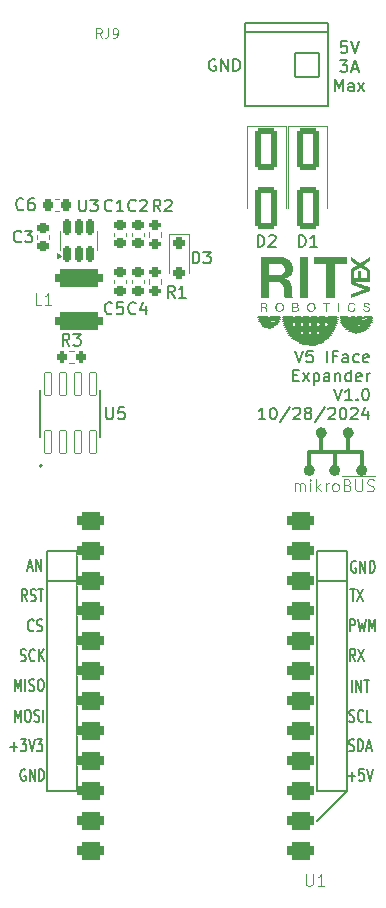
<source format=gbr>
%TF.GenerationSoftware,KiCad,Pcbnew,8.0.6*%
%TF.CreationDate,2024-10-28T22:07:04-04:00*%
%TF.ProjectId,VexQwiic,56657851-7769-4696-932e-6b696361645f,rev?*%
%TF.SameCoordinates,Original*%
%TF.FileFunction,Legend,Top*%
%TF.FilePolarity,Positive*%
%FSLAX46Y46*%
G04 Gerber Fmt 4.6, Leading zero omitted, Abs format (unit mm)*
G04 Created by KiCad (PCBNEW 8.0.6) date 2024-10-28 22:07:04*
%MOMM*%
%LPD*%
G01*
G04 APERTURE LIST*
G04 Aperture macros list*
%AMRoundRect*
0 Rectangle with rounded corners*
0 $1 Rounding radius*
0 $2 $3 $4 $5 $6 $7 $8 $9 X,Y pos of 4 corners*
0 Add a 4 corners polygon primitive as box body*
4,1,4,$2,$3,$4,$5,$6,$7,$8,$9,$2,$3,0*
0 Add four circle primitives for the rounded corners*
1,1,$1+$1,$2,$3*
1,1,$1+$1,$4,$5*
1,1,$1+$1,$6,$7*
1,1,$1+$1,$8,$9*
0 Add four rect primitives between the rounded corners*
20,1,$1+$1,$2,$3,$4,$5,0*
20,1,$1+$1,$4,$5,$6,$7,0*
20,1,$1+$1,$6,$7,$8,$9,0*
20,1,$1+$1,$8,$9,$2,$3,0*%
G04 Aperture macros list end*
%ADD10C,0.200000*%
%ADD11C,0.120000*%
%ADD12C,0.150000*%
%ADD13C,0.190500*%
%ADD14C,0.050000*%
%ADD15C,0.100000*%
%ADD16C,0.127000*%
%ADD17C,0.304800*%
%ADD18C,0.508000*%
%ADD19C,0.000000*%
%ADD20C,0.203200*%
%ADD21C,3.200000*%
%ADD22C,1.300000*%
%ADD23RoundRect,0.225000X0.250000X-0.225000X0.250000X0.225000X-0.250000X0.225000X-0.250000X-0.225000X0*%
%ADD24RoundRect,0.150000X0.150000X-0.512500X0.150000X0.512500X-0.150000X0.512500X-0.150000X-0.512500X0*%
%ADD25R,1.676400X1.676400*%
%ADD26C,1.524000*%
%ADD27R,1.524000X1.524000*%
%ADD28RoundRect,0.200000X0.275000X-0.200000X0.275000X0.200000X-0.275000X0.200000X-0.275000X-0.200000X0*%
%ADD29RoundRect,0.250000X-0.650000X1.500000X-0.650000X-1.500000X0.650000X-1.500000X0.650000X1.500000X0*%
%ADD30RoundRect,0.200000X-0.200000X-0.275000X0.200000X-0.275000X0.200000X0.275000X-0.200000X0.275000X0*%
%ADD31RoundRect,0.225000X-0.250000X0.225000X-0.250000X-0.225000X0.250000X-0.225000X0.250000X0.225000X0*%
%ADD32RoundRect,0.225000X0.225000X0.250000X-0.225000X0.250000X-0.225000X-0.250000X0.225000X-0.250000X0*%
%ADD33RoundRect,0.250000X-0.250000X0.250000X-0.250000X-0.250000X0.250000X-0.250000X0.250000X0.250000X0*%
%ADD34RoundRect,0.375000X-1.625000X0.375000X-1.625000X-0.375000X1.625000X-0.375000X1.625000X0.375000X0*%
%ADD35RoundRect,0.381000X0.762000X0.381000X-0.762000X0.381000X-0.762000X-0.381000X0.762000X-0.381000X0*%
%ADD36RoundRect,0.042000X0.258000X-0.943000X0.258000X0.943000X-0.258000X0.943000X-0.258000X-0.943000X0*%
%ADD37RoundRect,0.101600X1.016000X1.016000X-1.016000X1.016000X-1.016000X-1.016000X1.016000X-1.016000X0*%
%ADD38C,2.235200*%
G04 APERTURE END LIST*
D10*
X162209523Y-52647331D02*
X161733333Y-52647331D01*
X161733333Y-52647331D02*
X161685714Y-53123521D01*
X161685714Y-53123521D02*
X161733333Y-53075902D01*
X161733333Y-53075902D02*
X161828571Y-53028283D01*
X161828571Y-53028283D02*
X162066666Y-53028283D01*
X162066666Y-53028283D02*
X162161904Y-53075902D01*
X162161904Y-53075902D02*
X162209523Y-53123521D01*
X162209523Y-53123521D02*
X162257142Y-53218759D01*
X162257142Y-53218759D02*
X162257142Y-53456854D01*
X162257142Y-53456854D02*
X162209523Y-53552092D01*
X162209523Y-53552092D02*
X162161904Y-53599712D01*
X162161904Y-53599712D02*
X162066666Y-53647331D01*
X162066666Y-53647331D02*
X161828571Y-53647331D01*
X161828571Y-53647331D02*
X161733333Y-53599712D01*
X161733333Y-53599712D02*
X161685714Y-53552092D01*
X162542857Y-52647331D02*
X162876190Y-53647331D01*
X162876190Y-53647331D02*
X163209523Y-52647331D01*
X161638095Y-54257275D02*
X162257142Y-54257275D01*
X162257142Y-54257275D02*
X161923809Y-54638227D01*
X161923809Y-54638227D02*
X162066666Y-54638227D01*
X162066666Y-54638227D02*
X162161904Y-54685846D01*
X162161904Y-54685846D02*
X162209523Y-54733465D01*
X162209523Y-54733465D02*
X162257142Y-54828703D01*
X162257142Y-54828703D02*
X162257142Y-55066798D01*
X162257142Y-55066798D02*
X162209523Y-55162036D01*
X162209523Y-55162036D02*
X162161904Y-55209656D01*
X162161904Y-55209656D02*
X162066666Y-55257275D01*
X162066666Y-55257275D02*
X161780952Y-55257275D01*
X161780952Y-55257275D02*
X161685714Y-55209656D01*
X161685714Y-55209656D02*
X161638095Y-55162036D01*
X162638095Y-54971560D02*
X163114285Y-54971560D01*
X162542857Y-55257275D02*
X162876190Y-54257275D01*
X162876190Y-54257275D02*
X163209523Y-55257275D01*
X161209524Y-56867219D02*
X161209524Y-55867219D01*
X161209524Y-55867219D02*
X161542857Y-56581504D01*
X161542857Y-56581504D02*
X161876190Y-55867219D01*
X161876190Y-55867219D02*
X161876190Y-56867219D01*
X162780952Y-56867219D02*
X162780952Y-56343409D01*
X162780952Y-56343409D02*
X162733333Y-56248171D01*
X162733333Y-56248171D02*
X162638095Y-56200552D01*
X162638095Y-56200552D02*
X162447619Y-56200552D01*
X162447619Y-56200552D02*
X162352381Y-56248171D01*
X162780952Y-56819600D02*
X162685714Y-56867219D01*
X162685714Y-56867219D02*
X162447619Y-56867219D01*
X162447619Y-56867219D02*
X162352381Y-56819600D01*
X162352381Y-56819600D02*
X162304762Y-56724361D01*
X162304762Y-56724361D02*
X162304762Y-56629123D01*
X162304762Y-56629123D02*
X162352381Y-56533885D01*
X162352381Y-56533885D02*
X162447619Y-56486266D01*
X162447619Y-56486266D02*
X162685714Y-56486266D01*
X162685714Y-56486266D02*
X162780952Y-56438647D01*
X163161905Y-56867219D02*
X163685714Y-56200552D01*
X163161905Y-56200552D02*
X163685714Y-56867219D01*
X157839850Y-78837387D02*
X158173183Y-79837387D01*
X158173183Y-79837387D02*
X158506516Y-78837387D01*
X159316040Y-78837387D02*
X158839850Y-78837387D01*
X158839850Y-78837387D02*
X158792231Y-79313577D01*
X158792231Y-79313577D02*
X158839850Y-79265958D01*
X158839850Y-79265958D02*
X158935088Y-79218339D01*
X158935088Y-79218339D02*
X159173183Y-79218339D01*
X159173183Y-79218339D02*
X159268421Y-79265958D01*
X159268421Y-79265958D02*
X159316040Y-79313577D01*
X159316040Y-79313577D02*
X159363659Y-79408815D01*
X159363659Y-79408815D02*
X159363659Y-79646910D01*
X159363659Y-79646910D02*
X159316040Y-79742148D01*
X159316040Y-79742148D02*
X159268421Y-79789768D01*
X159268421Y-79789768D02*
X159173183Y-79837387D01*
X159173183Y-79837387D02*
X158935088Y-79837387D01*
X158935088Y-79837387D02*
X158839850Y-79789768D01*
X158839850Y-79789768D02*
X158792231Y-79742148D01*
X160554136Y-79837387D02*
X160554136Y-78837387D01*
X161363659Y-79313577D02*
X161030326Y-79313577D01*
X161030326Y-79837387D02*
X161030326Y-78837387D01*
X161030326Y-78837387D02*
X161506516Y-78837387D01*
X162316040Y-79837387D02*
X162316040Y-79313577D01*
X162316040Y-79313577D02*
X162268421Y-79218339D01*
X162268421Y-79218339D02*
X162173183Y-79170720D01*
X162173183Y-79170720D02*
X161982707Y-79170720D01*
X161982707Y-79170720D02*
X161887469Y-79218339D01*
X162316040Y-79789768D02*
X162220802Y-79837387D01*
X162220802Y-79837387D02*
X161982707Y-79837387D01*
X161982707Y-79837387D02*
X161887469Y-79789768D01*
X161887469Y-79789768D02*
X161839850Y-79694529D01*
X161839850Y-79694529D02*
X161839850Y-79599291D01*
X161839850Y-79599291D02*
X161887469Y-79504053D01*
X161887469Y-79504053D02*
X161982707Y-79456434D01*
X161982707Y-79456434D02*
X162220802Y-79456434D01*
X162220802Y-79456434D02*
X162316040Y-79408815D01*
X163220802Y-79789768D02*
X163125564Y-79837387D01*
X163125564Y-79837387D02*
X162935088Y-79837387D01*
X162935088Y-79837387D02*
X162839850Y-79789768D01*
X162839850Y-79789768D02*
X162792231Y-79742148D01*
X162792231Y-79742148D02*
X162744612Y-79646910D01*
X162744612Y-79646910D02*
X162744612Y-79361196D01*
X162744612Y-79361196D02*
X162792231Y-79265958D01*
X162792231Y-79265958D02*
X162839850Y-79218339D01*
X162839850Y-79218339D02*
X162935088Y-79170720D01*
X162935088Y-79170720D02*
X163125564Y-79170720D01*
X163125564Y-79170720D02*
X163220802Y-79218339D01*
X164030326Y-79789768D02*
X163935088Y-79837387D01*
X163935088Y-79837387D02*
X163744612Y-79837387D01*
X163744612Y-79837387D02*
X163649374Y-79789768D01*
X163649374Y-79789768D02*
X163601755Y-79694529D01*
X163601755Y-79694529D02*
X163601755Y-79313577D01*
X163601755Y-79313577D02*
X163649374Y-79218339D01*
X163649374Y-79218339D02*
X163744612Y-79170720D01*
X163744612Y-79170720D02*
X163935088Y-79170720D01*
X163935088Y-79170720D02*
X164030326Y-79218339D01*
X164030326Y-79218339D02*
X164077945Y-79313577D01*
X164077945Y-79313577D02*
X164077945Y-79408815D01*
X164077945Y-79408815D02*
X163601755Y-79504053D01*
X157696992Y-80923521D02*
X158030325Y-80923521D01*
X158173182Y-81447331D02*
X157696992Y-81447331D01*
X157696992Y-81447331D02*
X157696992Y-80447331D01*
X157696992Y-80447331D02*
X158173182Y-80447331D01*
X158506516Y-81447331D02*
X159030325Y-80780664D01*
X158506516Y-80780664D02*
X159030325Y-81447331D01*
X159411278Y-80780664D02*
X159411278Y-81780664D01*
X159411278Y-80828283D02*
X159506516Y-80780664D01*
X159506516Y-80780664D02*
X159696992Y-80780664D01*
X159696992Y-80780664D02*
X159792230Y-80828283D01*
X159792230Y-80828283D02*
X159839849Y-80875902D01*
X159839849Y-80875902D02*
X159887468Y-80971140D01*
X159887468Y-80971140D02*
X159887468Y-81256854D01*
X159887468Y-81256854D02*
X159839849Y-81352092D01*
X159839849Y-81352092D02*
X159792230Y-81399712D01*
X159792230Y-81399712D02*
X159696992Y-81447331D01*
X159696992Y-81447331D02*
X159506516Y-81447331D01*
X159506516Y-81447331D02*
X159411278Y-81399712D01*
X160744611Y-81447331D02*
X160744611Y-80923521D01*
X160744611Y-80923521D02*
X160696992Y-80828283D01*
X160696992Y-80828283D02*
X160601754Y-80780664D01*
X160601754Y-80780664D02*
X160411278Y-80780664D01*
X160411278Y-80780664D02*
X160316040Y-80828283D01*
X160744611Y-81399712D02*
X160649373Y-81447331D01*
X160649373Y-81447331D02*
X160411278Y-81447331D01*
X160411278Y-81447331D02*
X160316040Y-81399712D01*
X160316040Y-81399712D02*
X160268421Y-81304473D01*
X160268421Y-81304473D02*
X160268421Y-81209235D01*
X160268421Y-81209235D02*
X160316040Y-81113997D01*
X160316040Y-81113997D02*
X160411278Y-81066378D01*
X160411278Y-81066378D02*
X160649373Y-81066378D01*
X160649373Y-81066378D02*
X160744611Y-81018759D01*
X161220802Y-80780664D02*
X161220802Y-81447331D01*
X161220802Y-80875902D02*
X161268421Y-80828283D01*
X161268421Y-80828283D02*
X161363659Y-80780664D01*
X161363659Y-80780664D02*
X161506516Y-80780664D01*
X161506516Y-80780664D02*
X161601754Y-80828283D01*
X161601754Y-80828283D02*
X161649373Y-80923521D01*
X161649373Y-80923521D02*
X161649373Y-81447331D01*
X162554135Y-81447331D02*
X162554135Y-80447331D01*
X162554135Y-81399712D02*
X162458897Y-81447331D01*
X162458897Y-81447331D02*
X162268421Y-81447331D01*
X162268421Y-81447331D02*
X162173183Y-81399712D01*
X162173183Y-81399712D02*
X162125564Y-81352092D01*
X162125564Y-81352092D02*
X162077945Y-81256854D01*
X162077945Y-81256854D02*
X162077945Y-80971140D01*
X162077945Y-80971140D02*
X162125564Y-80875902D01*
X162125564Y-80875902D02*
X162173183Y-80828283D01*
X162173183Y-80828283D02*
X162268421Y-80780664D01*
X162268421Y-80780664D02*
X162458897Y-80780664D01*
X162458897Y-80780664D02*
X162554135Y-80828283D01*
X163411278Y-81399712D02*
X163316040Y-81447331D01*
X163316040Y-81447331D02*
X163125564Y-81447331D01*
X163125564Y-81447331D02*
X163030326Y-81399712D01*
X163030326Y-81399712D02*
X162982707Y-81304473D01*
X162982707Y-81304473D02*
X162982707Y-80923521D01*
X162982707Y-80923521D02*
X163030326Y-80828283D01*
X163030326Y-80828283D02*
X163125564Y-80780664D01*
X163125564Y-80780664D02*
X163316040Y-80780664D01*
X163316040Y-80780664D02*
X163411278Y-80828283D01*
X163411278Y-80828283D02*
X163458897Y-80923521D01*
X163458897Y-80923521D02*
X163458897Y-81018759D01*
X163458897Y-81018759D02*
X162982707Y-81113997D01*
X163887469Y-81447331D02*
X163887469Y-80780664D01*
X163887469Y-80971140D02*
X163935088Y-80875902D01*
X163935088Y-80875902D02*
X163982707Y-80828283D01*
X163982707Y-80828283D02*
X164077945Y-80780664D01*
X164077945Y-80780664D02*
X164173183Y-80780664D01*
X161125565Y-82057275D02*
X161458898Y-83057275D01*
X161458898Y-83057275D02*
X161792231Y-82057275D01*
X162649374Y-83057275D02*
X162077946Y-83057275D01*
X162363660Y-83057275D02*
X162363660Y-82057275D01*
X162363660Y-82057275D02*
X162268422Y-82200132D01*
X162268422Y-82200132D02*
X162173184Y-82295370D01*
X162173184Y-82295370D02*
X162077946Y-82342989D01*
X163077946Y-82962036D02*
X163125565Y-83009656D01*
X163125565Y-83009656D02*
X163077946Y-83057275D01*
X163077946Y-83057275D02*
X163030327Y-83009656D01*
X163030327Y-83009656D02*
X163077946Y-82962036D01*
X163077946Y-82962036D02*
X163077946Y-83057275D01*
X163744612Y-82057275D02*
X163839850Y-82057275D01*
X163839850Y-82057275D02*
X163935088Y-82104894D01*
X163935088Y-82104894D02*
X163982707Y-82152513D01*
X163982707Y-82152513D02*
X164030326Y-82247751D01*
X164030326Y-82247751D02*
X164077945Y-82438227D01*
X164077945Y-82438227D02*
X164077945Y-82676322D01*
X164077945Y-82676322D02*
X164030326Y-82866798D01*
X164030326Y-82866798D02*
X163982707Y-82962036D01*
X163982707Y-82962036D02*
X163935088Y-83009656D01*
X163935088Y-83009656D02*
X163839850Y-83057275D01*
X163839850Y-83057275D02*
X163744612Y-83057275D01*
X163744612Y-83057275D02*
X163649374Y-83009656D01*
X163649374Y-83009656D02*
X163601755Y-82962036D01*
X163601755Y-82962036D02*
X163554136Y-82866798D01*
X163554136Y-82866798D02*
X163506517Y-82676322D01*
X163506517Y-82676322D02*
X163506517Y-82438227D01*
X163506517Y-82438227D02*
X163554136Y-82247751D01*
X163554136Y-82247751D02*
X163601755Y-82152513D01*
X163601755Y-82152513D02*
X163649374Y-82104894D01*
X163649374Y-82104894D02*
X163744612Y-82057275D01*
X155316040Y-84667219D02*
X154744612Y-84667219D01*
X155030326Y-84667219D02*
X155030326Y-83667219D01*
X155030326Y-83667219D02*
X154935088Y-83810076D01*
X154935088Y-83810076D02*
X154839850Y-83905314D01*
X154839850Y-83905314D02*
X154744612Y-83952933D01*
X155935088Y-83667219D02*
X156030326Y-83667219D01*
X156030326Y-83667219D02*
X156125564Y-83714838D01*
X156125564Y-83714838D02*
X156173183Y-83762457D01*
X156173183Y-83762457D02*
X156220802Y-83857695D01*
X156220802Y-83857695D02*
X156268421Y-84048171D01*
X156268421Y-84048171D02*
X156268421Y-84286266D01*
X156268421Y-84286266D02*
X156220802Y-84476742D01*
X156220802Y-84476742D02*
X156173183Y-84571980D01*
X156173183Y-84571980D02*
X156125564Y-84619600D01*
X156125564Y-84619600D02*
X156030326Y-84667219D01*
X156030326Y-84667219D02*
X155935088Y-84667219D01*
X155935088Y-84667219D02*
X155839850Y-84619600D01*
X155839850Y-84619600D02*
X155792231Y-84571980D01*
X155792231Y-84571980D02*
X155744612Y-84476742D01*
X155744612Y-84476742D02*
X155696993Y-84286266D01*
X155696993Y-84286266D02*
X155696993Y-84048171D01*
X155696993Y-84048171D02*
X155744612Y-83857695D01*
X155744612Y-83857695D02*
X155792231Y-83762457D01*
X155792231Y-83762457D02*
X155839850Y-83714838D01*
X155839850Y-83714838D02*
X155935088Y-83667219D01*
X157411278Y-83619600D02*
X156554136Y-84905314D01*
X157696993Y-83762457D02*
X157744612Y-83714838D01*
X157744612Y-83714838D02*
X157839850Y-83667219D01*
X157839850Y-83667219D02*
X158077945Y-83667219D01*
X158077945Y-83667219D02*
X158173183Y-83714838D01*
X158173183Y-83714838D02*
X158220802Y-83762457D01*
X158220802Y-83762457D02*
X158268421Y-83857695D01*
X158268421Y-83857695D02*
X158268421Y-83952933D01*
X158268421Y-83952933D02*
X158220802Y-84095790D01*
X158220802Y-84095790D02*
X157649374Y-84667219D01*
X157649374Y-84667219D02*
X158268421Y-84667219D01*
X158839850Y-84095790D02*
X158744612Y-84048171D01*
X158744612Y-84048171D02*
X158696993Y-84000552D01*
X158696993Y-84000552D02*
X158649374Y-83905314D01*
X158649374Y-83905314D02*
X158649374Y-83857695D01*
X158649374Y-83857695D02*
X158696993Y-83762457D01*
X158696993Y-83762457D02*
X158744612Y-83714838D01*
X158744612Y-83714838D02*
X158839850Y-83667219D01*
X158839850Y-83667219D02*
X159030326Y-83667219D01*
X159030326Y-83667219D02*
X159125564Y-83714838D01*
X159125564Y-83714838D02*
X159173183Y-83762457D01*
X159173183Y-83762457D02*
X159220802Y-83857695D01*
X159220802Y-83857695D02*
X159220802Y-83905314D01*
X159220802Y-83905314D02*
X159173183Y-84000552D01*
X159173183Y-84000552D02*
X159125564Y-84048171D01*
X159125564Y-84048171D02*
X159030326Y-84095790D01*
X159030326Y-84095790D02*
X158839850Y-84095790D01*
X158839850Y-84095790D02*
X158744612Y-84143409D01*
X158744612Y-84143409D02*
X158696993Y-84191028D01*
X158696993Y-84191028D02*
X158649374Y-84286266D01*
X158649374Y-84286266D02*
X158649374Y-84476742D01*
X158649374Y-84476742D02*
X158696993Y-84571980D01*
X158696993Y-84571980D02*
X158744612Y-84619600D01*
X158744612Y-84619600D02*
X158839850Y-84667219D01*
X158839850Y-84667219D02*
X159030326Y-84667219D01*
X159030326Y-84667219D02*
X159125564Y-84619600D01*
X159125564Y-84619600D02*
X159173183Y-84571980D01*
X159173183Y-84571980D02*
X159220802Y-84476742D01*
X159220802Y-84476742D02*
X159220802Y-84286266D01*
X159220802Y-84286266D02*
X159173183Y-84191028D01*
X159173183Y-84191028D02*
X159125564Y-84143409D01*
X159125564Y-84143409D02*
X159030326Y-84095790D01*
X160363659Y-83619600D02*
X159506517Y-84905314D01*
X160649374Y-83762457D02*
X160696993Y-83714838D01*
X160696993Y-83714838D02*
X160792231Y-83667219D01*
X160792231Y-83667219D02*
X161030326Y-83667219D01*
X161030326Y-83667219D02*
X161125564Y-83714838D01*
X161125564Y-83714838D02*
X161173183Y-83762457D01*
X161173183Y-83762457D02*
X161220802Y-83857695D01*
X161220802Y-83857695D02*
X161220802Y-83952933D01*
X161220802Y-83952933D02*
X161173183Y-84095790D01*
X161173183Y-84095790D02*
X160601755Y-84667219D01*
X160601755Y-84667219D02*
X161220802Y-84667219D01*
X161839850Y-83667219D02*
X161935088Y-83667219D01*
X161935088Y-83667219D02*
X162030326Y-83714838D01*
X162030326Y-83714838D02*
X162077945Y-83762457D01*
X162077945Y-83762457D02*
X162125564Y-83857695D01*
X162125564Y-83857695D02*
X162173183Y-84048171D01*
X162173183Y-84048171D02*
X162173183Y-84286266D01*
X162173183Y-84286266D02*
X162125564Y-84476742D01*
X162125564Y-84476742D02*
X162077945Y-84571980D01*
X162077945Y-84571980D02*
X162030326Y-84619600D01*
X162030326Y-84619600D02*
X161935088Y-84667219D01*
X161935088Y-84667219D02*
X161839850Y-84667219D01*
X161839850Y-84667219D02*
X161744612Y-84619600D01*
X161744612Y-84619600D02*
X161696993Y-84571980D01*
X161696993Y-84571980D02*
X161649374Y-84476742D01*
X161649374Y-84476742D02*
X161601755Y-84286266D01*
X161601755Y-84286266D02*
X161601755Y-84048171D01*
X161601755Y-84048171D02*
X161649374Y-83857695D01*
X161649374Y-83857695D02*
X161696993Y-83762457D01*
X161696993Y-83762457D02*
X161744612Y-83714838D01*
X161744612Y-83714838D02*
X161839850Y-83667219D01*
X162554136Y-83762457D02*
X162601755Y-83714838D01*
X162601755Y-83714838D02*
X162696993Y-83667219D01*
X162696993Y-83667219D02*
X162935088Y-83667219D01*
X162935088Y-83667219D02*
X163030326Y-83714838D01*
X163030326Y-83714838D02*
X163077945Y-83762457D01*
X163077945Y-83762457D02*
X163125564Y-83857695D01*
X163125564Y-83857695D02*
X163125564Y-83952933D01*
X163125564Y-83952933D02*
X163077945Y-84095790D01*
X163077945Y-84095790D02*
X162506517Y-84667219D01*
X162506517Y-84667219D02*
X163125564Y-84667219D01*
X163982707Y-84000552D02*
X163982707Y-84667219D01*
X163744612Y-83619600D02*
X163506517Y-84333885D01*
X163506517Y-84333885D02*
X164125564Y-84333885D01*
X151093482Y-54214838D02*
X150998244Y-54167219D01*
X150998244Y-54167219D02*
X150855387Y-54167219D01*
X150855387Y-54167219D02*
X150712530Y-54214838D01*
X150712530Y-54214838D02*
X150617292Y-54310076D01*
X150617292Y-54310076D02*
X150569673Y-54405314D01*
X150569673Y-54405314D02*
X150522054Y-54595790D01*
X150522054Y-54595790D02*
X150522054Y-54738647D01*
X150522054Y-54738647D02*
X150569673Y-54929123D01*
X150569673Y-54929123D02*
X150617292Y-55024361D01*
X150617292Y-55024361D02*
X150712530Y-55119600D01*
X150712530Y-55119600D02*
X150855387Y-55167219D01*
X150855387Y-55167219D02*
X150950625Y-55167219D01*
X150950625Y-55167219D02*
X151093482Y-55119600D01*
X151093482Y-55119600D02*
X151141101Y-55071980D01*
X151141101Y-55071980D02*
X151141101Y-54738647D01*
X151141101Y-54738647D02*
X150950625Y-54738647D01*
X151569673Y-55167219D02*
X151569673Y-54167219D01*
X151569673Y-54167219D02*
X152141101Y-55167219D01*
X152141101Y-55167219D02*
X152141101Y-54167219D01*
X152617292Y-55167219D02*
X152617292Y-54167219D01*
X152617292Y-54167219D02*
X152855387Y-54167219D01*
X152855387Y-54167219D02*
X152998244Y-54214838D01*
X152998244Y-54214838D02*
X153093482Y-54310076D01*
X153093482Y-54310076D02*
X153141101Y-54405314D01*
X153141101Y-54405314D02*
X153188720Y-54595790D01*
X153188720Y-54595790D02*
X153188720Y-54738647D01*
X153188720Y-54738647D02*
X153141101Y-54929123D01*
X153141101Y-54929123D02*
X153093482Y-55024361D01*
X153093482Y-55024361D02*
X152998244Y-55119600D01*
X152998244Y-55119600D02*
X152855387Y-55167219D01*
X152855387Y-55167219D02*
X152617292Y-55167219D01*
D11*
X141461905Y-52363855D02*
X141195238Y-51982902D01*
X141004762Y-52363855D02*
X141004762Y-51563855D01*
X141004762Y-51563855D02*
X141309524Y-51563855D01*
X141309524Y-51563855D02*
X141385714Y-51601950D01*
X141385714Y-51601950D02*
X141423809Y-51640045D01*
X141423809Y-51640045D02*
X141461905Y-51716236D01*
X141461905Y-51716236D02*
X141461905Y-51830521D01*
X141461905Y-51830521D02*
X141423809Y-51906712D01*
X141423809Y-51906712D02*
X141385714Y-51944807D01*
X141385714Y-51944807D02*
X141309524Y-51982902D01*
X141309524Y-51982902D02*
X141004762Y-51982902D01*
X142033333Y-51563855D02*
X142033333Y-52135283D01*
X142033333Y-52135283D02*
X141995238Y-52249569D01*
X141995238Y-52249569D02*
X141919047Y-52325760D01*
X141919047Y-52325760D02*
X141804762Y-52363855D01*
X141804762Y-52363855D02*
X141728571Y-52363855D01*
X142452381Y-52363855D02*
X142604762Y-52363855D01*
X142604762Y-52363855D02*
X142680952Y-52325760D01*
X142680952Y-52325760D02*
X142719048Y-52287664D01*
X142719048Y-52287664D02*
X142795238Y-52173379D01*
X142795238Y-52173379D02*
X142833333Y-52020998D01*
X142833333Y-52020998D02*
X142833333Y-51716236D01*
X142833333Y-51716236D02*
X142795238Y-51640045D01*
X142795238Y-51640045D02*
X142757143Y-51601950D01*
X142757143Y-51601950D02*
X142680952Y-51563855D01*
X142680952Y-51563855D02*
X142528571Y-51563855D01*
X142528571Y-51563855D02*
X142452381Y-51601950D01*
X142452381Y-51601950D02*
X142414286Y-51640045D01*
X142414286Y-51640045D02*
X142376190Y-51716236D01*
X142376190Y-51716236D02*
X142376190Y-51906712D01*
X142376190Y-51906712D02*
X142414286Y-51982902D01*
X142414286Y-51982902D02*
X142452381Y-52020998D01*
X142452381Y-52020998D02*
X142528571Y-52059093D01*
X142528571Y-52059093D02*
X142680952Y-52059093D01*
X142680952Y-52059093D02*
X142757143Y-52020998D01*
X142757143Y-52020998D02*
X142795238Y-51982902D01*
X142795238Y-51982902D02*
X142833333Y-51906712D01*
D12*
X144333333Y-75659580D02*
X144285714Y-75707200D01*
X144285714Y-75707200D02*
X144142857Y-75754819D01*
X144142857Y-75754819D02*
X144047619Y-75754819D01*
X144047619Y-75754819D02*
X143904762Y-75707200D01*
X143904762Y-75707200D02*
X143809524Y-75611961D01*
X143809524Y-75611961D02*
X143761905Y-75516723D01*
X143761905Y-75516723D02*
X143714286Y-75326247D01*
X143714286Y-75326247D02*
X143714286Y-75183390D01*
X143714286Y-75183390D02*
X143761905Y-74992914D01*
X143761905Y-74992914D02*
X143809524Y-74897676D01*
X143809524Y-74897676D02*
X143904762Y-74802438D01*
X143904762Y-74802438D02*
X144047619Y-74754819D01*
X144047619Y-74754819D02*
X144142857Y-74754819D01*
X144142857Y-74754819D02*
X144285714Y-74802438D01*
X144285714Y-74802438D02*
X144333333Y-74850057D01*
X145190476Y-75088152D02*
X145190476Y-75754819D01*
X144952381Y-74707200D02*
X144714286Y-75421485D01*
X144714286Y-75421485D02*
X145333333Y-75421485D01*
X139538095Y-66054819D02*
X139538095Y-66864342D01*
X139538095Y-66864342D02*
X139585714Y-66959580D01*
X139585714Y-66959580D02*
X139633333Y-67007200D01*
X139633333Y-67007200D02*
X139728571Y-67054819D01*
X139728571Y-67054819D02*
X139919047Y-67054819D01*
X139919047Y-67054819D02*
X140014285Y-67007200D01*
X140014285Y-67007200D02*
X140061904Y-66959580D01*
X140061904Y-66959580D02*
X140109523Y-66864342D01*
X140109523Y-66864342D02*
X140109523Y-66054819D01*
X140490476Y-66054819D02*
X141109523Y-66054819D01*
X141109523Y-66054819D02*
X140776190Y-66435771D01*
X140776190Y-66435771D02*
X140919047Y-66435771D01*
X140919047Y-66435771D02*
X141014285Y-66483390D01*
X141014285Y-66483390D02*
X141061904Y-66531009D01*
X141061904Y-66531009D02*
X141109523Y-66626247D01*
X141109523Y-66626247D02*
X141109523Y-66864342D01*
X141109523Y-66864342D02*
X141061904Y-66959580D01*
X141061904Y-66959580D02*
X141014285Y-67007200D01*
X141014285Y-67007200D02*
X140919047Y-67054819D01*
X140919047Y-67054819D02*
X140633333Y-67054819D01*
X140633333Y-67054819D02*
X140538095Y-67007200D01*
X140538095Y-67007200D02*
X140490476Y-66959580D01*
D13*
X162484735Y-99042972D02*
X162920164Y-99042972D01*
X162702449Y-100058972D02*
X162702449Y-99042972D01*
X163101592Y-99042972D02*
X163609592Y-100058972D01*
X163609592Y-99042972D02*
X163101592Y-100058972D01*
X134585591Y-105093429D02*
X134694449Y-105141809D01*
X134694449Y-105141809D02*
X134875877Y-105141809D01*
X134875877Y-105141809D02*
X134948449Y-105093429D01*
X134948449Y-105093429D02*
X134984734Y-105045048D01*
X134984734Y-105045048D02*
X135021020Y-104948286D01*
X135021020Y-104948286D02*
X135021020Y-104851524D01*
X135021020Y-104851524D02*
X134984734Y-104754762D01*
X134984734Y-104754762D02*
X134948449Y-104706381D01*
X134948449Y-104706381D02*
X134875877Y-104658000D01*
X134875877Y-104658000D02*
X134730734Y-104609619D01*
X134730734Y-104609619D02*
X134658163Y-104561238D01*
X134658163Y-104561238D02*
X134621877Y-104512857D01*
X134621877Y-104512857D02*
X134585591Y-104416095D01*
X134585591Y-104416095D02*
X134585591Y-104319333D01*
X134585591Y-104319333D02*
X134621877Y-104222571D01*
X134621877Y-104222571D02*
X134658163Y-104174190D01*
X134658163Y-104174190D02*
X134730734Y-104125809D01*
X134730734Y-104125809D02*
X134912163Y-104125809D01*
X134912163Y-104125809D02*
X135021020Y-104174190D01*
X135783020Y-105045048D02*
X135746734Y-105093429D01*
X135746734Y-105093429D02*
X135637877Y-105141809D01*
X135637877Y-105141809D02*
X135565305Y-105141809D01*
X135565305Y-105141809D02*
X135456448Y-105093429D01*
X135456448Y-105093429D02*
X135383877Y-104996667D01*
X135383877Y-104996667D02*
X135347591Y-104899905D01*
X135347591Y-104899905D02*
X135311305Y-104706381D01*
X135311305Y-104706381D02*
X135311305Y-104561238D01*
X135311305Y-104561238D02*
X135347591Y-104367714D01*
X135347591Y-104367714D02*
X135383877Y-104270952D01*
X135383877Y-104270952D02*
X135456448Y-104174190D01*
X135456448Y-104174190D02*
X135565305Y-104125809D01*
X135565305Y-104125809D02*
X135637877Y-104125809D01*
X135637877Y-104125809D02*
X135746734Y-104174190D01*
X135746734Y-104174190D02*
X135783020Y-104222571D01*
X136109591Y-105141809D02*
X136109591Y-104125809D01*
X136545020Y-105141809D02*
X136218448Y-104561238D01*
X136545020Y-104125809D02*
X136109591Y-104706381D01*
X162335591Y-114881925D02*
X162916163Y-114881925D01*
X162625877Y-115268972D02*
X162625877Y-114494877D01*
X163641877Y-114252972D02*
X163279020Y-114252972D01*
X163279020Y-114252972D02*
X163242734Y-114736782D01*
X163242734Y-114736782D02*
X163279020Y-114688401D01*
X163279020Y-114688401D02*
X163351592Y-114640020D01*
X163351592Y-114640020D02*
X163533020Y-114640020D01*
X163533020Y-114640020D02*
X163605592Y-114688401D01*
X163605592Y-114688401D02*
X163641877Y-114736782D01*
X163641877Y-114736782D02*
X163678163Y-114833544D01*
X163678163Y-114833544D02*
X163678163Y-115075449D01*
X163678163Y-115075449D02*
X163641877Y-115172211D01*
X163641877Y-115172211D02*
X163605592Y-115220592D01*
X163605592Y-115220592D02*
X163533020Y-115268972D01*
X163533020Y-115268972D02*
X163351592Y-115268972D01*
X163351592Y-115268972D02*
X163279020Y-115220592D01*
X163279020Y-115220592D02*
X163242734Y-115172211D01*
X163895877Y-114252972D02*
X164149877Y-115268972D01*
X164149877Y-115268972D02*
X164403877Y-114252972D01*
X162938306Y-105138972D02*
X162684306Y-104655163D01*
X162502877Y-105138972D02*
X162502877Y-104122972D01*
X162502877Y-104122972D02*
X162793163Y-104122972D01*
X162793163Y-104122972D02*
X162865734Y-104171353D01*
X162865734Y-104171353D02*
X162902020Y-104219734D01*
X162902020Y-104219734D02*
X162938306Y-104316496D01*
X162938306Y-104316496D02*
X162938306Y-104461639D01*
X162938306Y-104461639D02*
X162902020Y-104558401D01*
X162902020Y-104558401D02*
X162865734Y-104606782D01*
X162865734Y-104606782D02*
X162793163Y-104655163D01*
X162793163Y-104655163D02*
X162502877Y-104655163D01*
X163192306Y-104122972D02*
X163700306Y-105138972D01*
X163700306Y-104122972D02*
X163192306Y-105138972D01*
X162408163Y-110220592D02*
X162517021Y-110268972D01*
X162517021Y-110268972D02*
X162698449Y-110268972D01*
X162698449Y-110268972D02*
X162771021Y-110220592D01*
X162771021Y-110220592D02*
X162807306Y-110172211D01*
X162807306Y-110172211D02*
X162843592Y-110075449D01*
X162843592Y-110075449D02*
X162843592Y-109978687D01*
X162843592Y-109978687D02*
X162807306Y-109881925D01*
X162807306Y-109881925D02*
X162771021Y-109833544D01*
X162771021Y-109833544D02*
X162698449Y-109785163D01*
X162698449Y-109785163D02*
X162553306Y-109736782D01*
X162553306Y-109736782D02*
X162480735Y-109688401D01*
X162480735Y-109688401D02*
X162444449Y-109640020D01*
X162444449Y-109640020D02*
X162408163Y-109543258D01*
X162408163Y-109543258D02*
X162408163Y-109446496D01*
X162408163Y-109446496D02*
X162444449Y-109349734D01*
X162444449Y-109349734D02*
X162480735Y-109301353D01*
X162480735Y-109301353D02*
X162553306Y-109252972D01*
X162553306Y-109252972D02*
X162734735Y-109252972D01*
X162734735Y-109252972D02*
X162843592Y-109301353D01*
X163605592Y-110172211D02*
X163569306Y-110220592D01*
X163569306Y-110220592D02*
X163460449Y-110268972D01*
X163460449Y-110268972D02*
X163387877Y-110268972D01*
X163387877Y-110268972D02*
X163279020Y-110220592D01*
X163279020Y-110220592D02*
X163206449Y-110123830D01*
X163206449Y-110123830D02*
X163170163Y-110027068D01*
X163170163Y-110027068D02*
X163133877Y-109833544D01*
X163133877Y-109833544D02*
X163133877Y-109688401D01*
X163133877Y-109688401D02*
X163170163Y-109494877D01*
X163170163Y-109494877D02*
X163206449Y-109398115D01*
X163206449Y-109398115D02*
X163279020Y-109301353D01*
X163279020Y-109301353D02*
X163387877Y-109252972D01*
X163387877Y-109252972D02*
X163460449Y-109252972D01*
X163460449Y-109252972D02*
X163569306Y-109301353D01*
X163569306Y-109301353D02*
X163605592Y-109349734D01*
X164295020Y-110268972D02*
X163932163Y-110268972D01*
X163932163Y-110268972D02*
X163932163Y-109252972D01*
X133722734Y-112381925D02*
X134303306Y-112381925D01*
X134013020Y-112768972D02*
X134013020Y-111994877D01*
X134593592Y-111752972D02*
X135065306Y-111752972D01*
X135065306Y-111752972D02*
X134811306Y-112140020D01*
X134811306Y-112140020D02*
X134920163Y-112140020D01*
X134920163Y-112140020D02*
X134992735Y-112188401D01*
X134992735Y-112188401D02*
X135029020Y-112236782D01*
X135029020Y-112236782D02*
X135065306Y-112333544D01*
X135065306Y-112333544D02*
X135065306Y-112575449D01*
X135065306Y-112575449D02*
X135029020Y-112672211D01*
X135029020Y-112672211D02*
X134992735Y-112720592D01*
X134992735Y-112720592D02*
X134920163Y-112768972D01*
X134920163Y-112768972D02*
X134702449Y-112768972D01*
X134702449Y-112768972D02*
X134629877Y-112720592D01*
X134629877Y-112720592D02*
X134593592Y-112672211D01*
X135283020Y-111752972D02*
X135537020Y-112768972D01*
X135537020Y-112768972D02*
X135791020Y-111752972D01*
X135972449Y-111752972D02*
X136444163Y-111752972D01*
X136444163Y-111752972D02*
X136190163Y-112140020D01*
X136190163Y-112140020D02*
X136299020Y-112140020D01*
X136299020Y-112140020D02*
X136371592Y-112188401D01*
X136371592Y-112188401D02*
X136407877Y-112236782D01*
X136407877Y-112236782D02*
X136444163Y-112333544D01*
X136444163Y-112333544D02*
X136444163Y-112575449D01*
X136444163Y-112575449D02*
X136407877Y-112672211D01*
X136407877Y-112672211D02*
X136371592Y-112720592D01*
X136371592Y-112720592D02*
X136299020Y-112768972D01*
X136299020Y-112768972D02*
X136081306Y-112768972D01*
X136081306Y-112768972D02*
X136008734Y-112720592D01*
X136008734Y-112720592D02*
X135972449Y-112672211D01*
X134117877Y-107669394D02*
X134117877Y-106653394D01*
X134117877Y-106653394D02*
X134371877Y-107379109D01*
X134371877Y-107379109D02*
X134625877Y-106653394D01*
X134625877Y-106653394D02*
X134625877Y-107669394D01*
X134988734Y-107669394D02*
X134988734Y-106653394D01*
X135315305Y-107621014D02*
X135424163Y-107669394D01*
X135424163Y-107669394D02*
X135605591Y-107669394D01*
X135605591Y-107669394D02*
X135678163Y-107621014D01*
X135678163Y-107621014D02*
X135714448Y-107572633D01*
X135714448Y-107572633D02*
X135750734Y-107475871D01*
X135750734Y-107475871D02*
X135750734Y-107379109D01*
X135750734Y-107379109D02*
X135714448Y-107282347D01*
X135714448Y-107282347D02*
X135678163Y-107233966D01*
X135678163Y-107233966D02*
X135605591Y-107185585D01*
X135605591Y-107185585D02*
X135460448Y-107137204D01*
X135460448Y-107137204D02*
X135387877Y-107088823D01*
X135387877Y-107088823D02*
X135351591Y-107040442D01*
X135351591Y-107040442D02*
X135315305Y-106943680D01*
X135315305Y-106943680D02*
X135315305Y-106846918D01*
X135315305Y-106846918D02*
X135351591Y-106750156D01*
X135351591Y-106750156D02*
X135387877Y-106701775D01*
X135387877Y-106701775D02*
X135460448Y-106653394D01*
X135460448Y-106653394D02*
X135641877Y-106653394D01*
X135641877Y-106653394D02*
X135750734Y-106701775D01*
X136222448Y-106653394D02*
X136367591Y-106653394D01*
X136367591Y-106653394D02*
X136440162Y-106701775D01*
X136440162Y-106701775D02*
X136512734Y-106798537D01*
X136512734Y-106798537D02*
X136549019Y-106992061D01*
X136549019Y-106992061D02*
X136549019Y-107330728D01*
X136549019Y-107330728D02*
X136512734Y-107524252D01*
X136512734Y-107524252D02*
X136440162Y-107621014D01*
X136440162Y-107621014D02*
X136367591Y-107669394D01*
X136367591Y-107669394D02*
X136222448Y-107669394D01*
X136222448Y-107669394D02*
X136149877Y-107621014D01*
X136149877Y-107621014D02*
X136077305Y-107524252D01*
X136077305Y-107524252D02*
X136041019Y-107330728D01*
X136041019Y-107330728D02*
X136041019Y-106992061D01*
X136041019Y-106992061D02*
X136077305Y-106798537D01*
X136077305Y-106798537D02*
X136149877Y-106701775D01*
X136149877Y-106701775D02*
X136222448Y-106653394D01*
X162984734Y-96678353D02*
X162912163Y-96629972D01*
X162912163Y-96629972D02*
X162803305Y-96629972D01*
X162803305Y-96629972D02*
X162694448Y-96678353D01*
X162694448Y-96678353D02*
X162621877Y-96775115D01*
X162621877Y-96775115D02*
X162585591Y-96871877D01*
X162585591Y-96871877D02*
X162549305Y-97065401D01*
X162549305Y-97065401D02*
X162549305Y-97210544D01*
X162549305Y-97210544D02*
X162585591Y-97404068D01*
X162585591Y-97404068D02*
X162621877Y-97500830D01*
X162621877Y-97500830D02*
X162694448Y-97597592D01*
X162694448Y-97597592D02*
X162803305Y-97645972D01*
X162803305Y-97645972D02*
X162875877Y-97645972D01*
X162875877Y-97645972D02*
X162984734Y-97597592D01*
X162984734Y-97597592D02*
X163021020Y-97549211D01*
X163021020Y-97549211D02*
X163021020Y-97210544D01*
X163021020Y-97210544D02*
X162875877Y-97210544D01*
X163347591Y-97645972D02*
X163347591Y-96629972D01*
X163347591Y-96629972D02*
X163783020Y-97645972D01*
X163783020Y-97645972D02*
X163783020Y-96629972D01*
X164145877Y-97645972D02*
X164145877Y-96629972D01*
X164145877Y-96629972D02*
X164327306Y-96629972D01*
X164327306Y-96629972D02*
X164436163Y-96678353D01*
X164436163Y-96678353D02*
X164508734Y-96775115D01*
X164508734Y-96775115D02*
X164545020Y-96871877D01*
X164545020Y-96871877D02*
X164581306Y-97065401D01*
X164581306Y-97065401D02*
X164581306Y-97210544D01*
X164581306Y-97210544D02*
X164545020Y-97404068D01*
X164545020Y-97404068D02*
X164508734Y-97500830D01*
X164508734Y-97500830D02*
X164436163Y-97597592D01*
X164436163Y-97597592D02*
X164327306Y-97645972D01*
X164327306Y-97645972D02*
X164145877Y-97645972D01*
X135178676Y-97200417D02*
X135541534Y-97200417D01*
X135106105Y-97490702D02*
X135360105Y-96474702D01*
X135360105Y-96474702D02*
X135614105Y-97490702D01*
X135868105Y-97490702D02*
X135868105Y-96474702D01*
X135868105Y-96474702D02*
X136303534Y-97490702D01*
X136303534Y-97490702D02*
X136303534Y-96474702D01*
X162494877Y-102598972D02*
X162494877Y-101582972D01*
X162494877Y-101582972D02*
X162785163Y-101582972D01*
X162785163Y-101582972D02*
X162857734Y-101631353D01*
X162857734Y-101631353D02*
X162894020Y-101679734D01*
X162894020Y-101679734D02*
X162930306Y-101776496D01*
X162930306Y-101776496D02*
X162930306Y-101921639D01*
X162930306Y-101921639D02*
X162894020Y-102018401D01*
X162894020Y-102018401D02*
X162857734Y-102066782D01*
X162857734Y-102066782D02*
X162785163Y-102115163D01*
X162785163Y-102115163D02*
X162494877Y-102115163D01*
X163184306Y-101582972D02*
X163365734Y-102598972D01*
X163365734Y-102598972D02*
X163510877Y-101873258D01*
X163510877Y-101873258D02*
X163656020Y-102598972D01*
X163656020Y-102598972D02*
X163837449Y-101582972D01*
X164127734Y-102598972D02*
X164127734Y-101582972D01*
X164127734Y-101582972D02*
X164381734Y-102308687D01*
X164381734Y-102308687D02*
X164635734Y-101582972D01*
X164635734Y-101582972D02*
X164635734Y-102598972D01*
X134117877Y-110268972D02*
X134117877Y-109252972D01*
X134117877Y-109252972D02*
X134371877Y-109978687D01*
X134371877Y-109978687D02*
X134625877Y-109252972D01*
X134625877Y-109252972D02*
X134625877Y-110268972D01*
X135133877Y-109252972D02*
X135279020Y-109252972D01*
X135279020Y-109252972D02*
X135351591Y-109301353D01*
X135351591Y-109301353D02*
X135424163Y-109398115D01*
X135424163Y-109398115D02*
X135460448Y-109591639D01*
X135460448Y-109591639D02*
X135460448Y-109930306D01*
X135460448Y-109930306D02*
X135424163Y-110123830D01*
X135424163Y-110123830D02*
X135351591Y-110220592D01*
X135351591Y-110220592D02*
X135279020Y-110268972D01*
X135279020Y-110268972D02*
X135133877Y-110268972D01*
X135133877Y-110268972D02*
X135061306Y-110220592D01*
X135061306Y-110220592D02*
X134988734Y-110123830D01*
X134988734Y-110123830D02*
X134952448Y-109930306D01*
X134952448Y-109930306D02*
X134952448Y-109591639D01*
X134952448Y-109591639D02*
X134988734Y-109398115D01*
X134988734Y-109398115D02*
X135061306Y-109301353D01*
X135061306Y-109301353D02*
X135133877Y-109252972D01*
X135750734Y-110220592D02*
X135859592Y-110268972D01*
X135859592Y-110268972D02*
X136041020Y-110268972D01*
X136041020Y-110268972D02*
X136113592Y-110220592D01*
X136113592Y-110220592D02*
X136149877Y-110172211D01*
X136149877Y-110172211D02*
X136186163Y-110075449D01*
X136186163Y-110075449D02*
X136186163Y-109978687D01*
X136186163Y-109978687D02*
X136149877Y-109881925D01*
X136149877Y-109881925D02*
X136113592Y-109833544D01*
X136113592Y-109833544D02*
X136041020Y-109785163D01*
X136041020Y-109785163D02*
X135895877Y-109736782D01*
X135895877Y-109736782D02*
X135823306Y-109688401D01*
X135823306Y-109688401D02*
X135787020Y-109640020D01*
X135787020Y-109640020D02*
X135750734Y-109543258D01*
X135750734Y-109543258D02*
X135750734Y-109446496D01*
X135750734Y-109446496D02*
X135787020Y-109349734D01*
X135787020Y-109349734D02*
X135823306Y-109301353D01*
X135823306Y-109301353D02*
X135895877Y-109252972D01*
X135895877Y-109252972D02*
X136077306Y-109252972D01*
X136077306Y-109252972D02*
X136186163Y-109301353D01*
X136512734Y-110268972D02*
X136512734Y-109252972D01*
X135148021Y-100058972D02*
X134894021Y-99575163D01*
X134712592Y-100058972D02*
X134712592Y-99042972D01*
X134712592Y-99042972D02*
X135002878Y-99042972D01*
X135002878Y-99042972D02*
X135075449Y-99091353D01*
X135075449Y-99091353D02*
X135111735Y-99139734D01*
X135111735Y-99139734D02*
X135148021Y-99236496D01*
X135148021Y-99236496D02*
X135148021Y-99381639D01*
X135148021Y-99381639D02*
X135111735Y-99478401D01*
X135111735Y-99478401D02*
X135075449Y-99526782D01*
X135075449Y-99526782D02*
X135002878Y-99575163D01*
X135002878Y-99575163D02*
X134712592Y-99575163D01*
X135438306Y-100010592D02*
X135547164Y-100058972D01*
X135547164Y-100058972D02*
X135728592Y-100058972D01*
X135728592Y-100058972D02*
X135801164Y-100010592D01*
X135801164Y-100010592D02*
X135837449Y-99962211D01*
X135837449Y-99962211D02*
X135873735Y-99865449D01*
X135873735Y-99865449D02*
X135873735Y-99768687D01*
X135873735Y-99768687D02*
X135837449Y-99671925D01*
X135837449Y-99671925D02*
X135801164Y-99623544D01*
X135801164Y-99623544D02*
X135728592Y-99575163D01*
X135728592Y-99575163D02*
X135583449Y-99526782D01*
X135583449Y-99526782D02*
X135510878Y-99478401D01*
X135510878Y-99478401D02*
X135474592Y-99430020D01*
X135474592Y-99430020D02*
X135438306Y-99333258D01*
X135438306Y-99333258D02*
X135438306Y-99236496D01*
X135438306Y-99236496D02*
X135474592Y-99139734D01*
X135474592Y-99139734D02*
X135510878Y-99091353D01*
X135510878Y-99091353D02*
X135583449Y-99042972D01*
X135583449Y-99042972D02*
X135764878Y-99042972D01*
X135764878Y-99042972D02*
X135873735Y-99091353D01*
X136091449Y-99042972D02*
X136526878Y-99042972D01*
X136309163Y-100058972D02*
X136309163Y-99042972D01*
X162625877Y-107768972D02*
X162625877Y-106752972D01*
X162988734Y-107768972D02*
X162988734Y-106752972D01*
X162988734Y-106752972D02*
X163424163Y-107768972D01*
X163424163Y-107768972D02*
X163424163Y-106752972D01*
X163678163Y-106752972D02*
X164113592Y-106752972D01*
X163895877Y-107768972D02*
X163895877Y-106752972D01*
D14*
X157798573Y-90748877D02*
X157798573Y-90082210D01*
X157798573Y-90177448D02*
X157846192Y-90129829D01*
X157846192Y-90129829D02*
X157941430Y-90082210D01*
X157941430Y-90082210D02*
X158084287Y-90082210D01*
X158084287Y-90082210D02*
X158179525Y-90129829D01*
X158179525Y-90129829D02*
X158227144Y-90225067D01*
X158227144Y-90225067D02*
X158227144Y-90748877D01*
X158227144Y-90225067D02*
X158274763Y-90129829D01*
X158274763Y-90129829D02*
X158370001Y-90082210D01*
X158370001Y-90082210D02*
X158512858Y-90082210D01*
X158512858Y-90082210D02*
X158608097Y-90129829D01*
X158608097Y-90129829D02*
X158655716Y-90225067D01*
X158655716Y-90225067D02*
X158655716Y-90748877D01*
X159131906Y-90748877D02*
X159131906Y-90082210D01*
X159131906Y-89748877D02*
X159084287Y-89796496D01*
X159084287Y-89796496D02*
X159131906Y-89844115D01*
X159131906Y-89844115D02*
X159179525Y-89796496D01*
X159179525Y-89796496D02*
X159131906Y-89748877D01*
X159131906Y-89748877D02*
X159131906Y-89844115D01*
X159608096Y-90748877D02*
X159608096Y-89748877D01*
X159703334Y-90367924D02*
X159989048Y-90748877D01*
X159989048Y-90082210D02*
X159608096Y-90463162D01*
X160417620Y-90748877D02*
X160417620Y-90082210D01*
X160417620Y-90272686D02*
X160465239Y-90177448D01*
X160465239Y-90177448D02*
X160512858Y-90129829D01*
X160512858Y-90129829D02*
X160608096Y-90082210D01*
X160608096Y-90082210D02*
X160703334Y-90082210D01*
X161179525Y-90748877D02*
X161084287Y-90701258D01*
X161084287Y-90701258D02*
X161036668Y-90653638D01*
X161036668Y-90653638D02*
X160989049Y-90558400D01*
X160989049Y-90558400D02*
X160989049Y-90272686D01*
X160989049Y-90272686D02*
X161036668Y-90177448D01*
X161036668Y-90177448D02*
X161084287Y-90129829D01*
X161084287Y-90129829D02*
X161179525Y-90082210D01*
X161179525Y-90082210D02*
X161322382Y-90082210D01*
X161322382Y-90082210D02*
X161417620Y-90129829D01*
X161417620Y-90129829D02*
X161465239Y-90177448D01*
X161465239Y-90177448D02*
X161512858Y-90272686D01*
X161512858Y-90272686D02*
X161512858Y-90558400D01*
X161512858Y-90558400D02*
X161465239Y-90653638D01*
X161465239Y-90653638D02*
X161417620Y-90701258D01*
X161417620Y-90701258D02*
X161322382Y-90748877D01*
X161322382Y-90748877D02*
X161179525Y-90748877D01*
X162274763Y-90225067D02*
X162417620Y-90272686D01*
X162417620Y-90272686D02*
X162465239Y-90320305D01*
X162465239Y-90320305D02*
X162512858Y-90415543D01*
X162512858Y-90415543D02*
X162512858Y-90558400D01*
X162512858Y-90558400D02*
X162465239Y-90653638D01*
X162465239Y-90653638D02*
X162417620Y-90701258D01*
X162417620Y-90701258D02*
X162322382Y-90748877D01*
X162322382Y-90748877D02*
X161941430Y-90748877D01*
X161941430Y-90748877D02*
X161941430Y-89748877D01*
X161941430Y-89748877D02*
X162274763Y-89748877D01*
X162274763Y-89748877D02*
X162370001Y-89796496D01*
X162370001Y-89796496D02*
X162417620Y-89844115D01*
X162417620Y-89844115D02*
X162465239Y-89939353D01*
X162465239Y-89939353D02*
X162465239Y-90034591D01*
X162465239Y-90034591D02*
X162417620Y-90129829D01*
X162417620Y-90129829D02*
X162370001Y-90177448D01*
X162370001Y-90177448D02*
X162274763Y-90225067D01*
X162274763Y-90225067D02*
X161941430Y-90225067D01*
X162941430Y-89748877D02*
X162941430Y-90558400D01*
X162941430Y-90558400D02*
X162989049Y-90653638D01*
X162989049Y-90653638D02*
X163036668Y-90701258D01*
X163036668Y-90701258D02*
X163131906Y-90748877D01*
X163131906Y-90748877D02*
X163322382Y-90748877D01*
X163322382Y-90748877D02*
X163417620Y-90701258D01*
X163417620Y-90701258D02*
X163465239Y-90653638D01*
X163465239Y-90653638D02*
X163512858Y-90558400D01*
X163512858Y-90558400D02*
X163512858Y-89748877D01*
X163941430Y-90701258D02*
X164084287Y-90748877D01*
X164084287Y-90748877D02*
X164322382Y-90748877D01*
X164322382Y-90748877D02*
X164417620Y-90701258D01*
X164417620Y-90701258D02*
X164465239Y-90653638D01*
X164465239Y-90653638D02*
X164512858Y-90558400D01*
X164512858Y-90558400D02*
X164512858Y-90463162D01*
X164512858Y-90463162D02*
X164465239Y-90367924D01*
X164465239Y-90367924D02*
X164417620Y-90320305D01*
X164417620Y-90320305D02*
X164322382Y-90272686D01*
X164322382Y-90272686D02*
X164131906Y-90225067D01*
X164131906Y-90225067D02*
X164036668Y-90177448D01*
X164036668Y-90177448D02*
X163989049Y-90129829D01*
X163989049Y-90129829D02*
X163941430Y-90034591D01*
X163941430Y-90034591D02*
X163941430Y-89939353D01*
X163941430Y-89939353D02*
X163989049Y-89844115D01*
X163989049Y-89844115D02*
X164036668Y-89796496D01*
X164036668Y-89796496D02*
X164131906Y-89748877D01*
X164131906Y-89748877D02*
X164370001Y-89748877D01*
X164370001Y-89748877D02*
X164512858Y-89796496D01*
X161803335Y-89471258D02*
X164603335Y-89471258D01*
D13*
X134984734Y-114322315D02*
X134912163Y-114273934D01*
X134912163Y-114273934D02*
X134803305Y-114273934D01*
X134803305Y-114273934D02*
X134694448Y-114322315D01*
X134694448Y-114322315D02*
X134621877Y-114419077D01*
X134621877Y-114419077D02*
X134585591Y-114515839D01*
X134585591Y-114515839D02*
X134549305Y-114709363D01*
X134549305Y-114709363D02*
X134549305Y-114854506D01*
X134549305Y-114854506D02*
X134585591Y-115048030D01*
X134585591Y-115048030D02*
X134621877Y-115144792D01*
X134621877Y-115144792D02*
X134694448Y-115241554D01*
X134694448Y-115241554D02*
X134803305Y-115289934D01*
X134803305Y-115289934D02*
X134875877Y-115289934D01*
X134875877Y-115289934D02*
X134984734Y-115241554D01*
X134984734Y-115241554D02*
X135021020Y-115193173D01*
X135021020Y-115193173D02*
X135021020Y-114854506D01*
X135021020Y-114854506D02*
X134875877Y-114854506D01*
X135347591Y-115289934D02*
X135347591Y-114273934D01*
X135347591Y-114273934D02*
X135783020Y-115289934D01*
X135783020Y-115289934D02*
X135783020Y-114273934D01*
X136145877Y-115289934D02*
X136145877Y-114273934D01*
X136145877Y-114273934D02*
X136327306Y-114273934D01*
X136327306Y-114273934D02*
X136436163Y-114322315D01*
X136436163Y-114322315D02*
X136508734Y-114419077D01*
X136508734Y-114419077D02*
X136545020Y-114515839D01*
X136545020Y-114515839D02*
X136581306Y-114709363D01*
X136581306Y-114709363D02*
X136581306Y-114854506D01*
X136581306Y-114854506D02*
X136545020Y-115048030D01*
X136545020Y-115048030D02*
X136508734Y-115144792D01*
X136508734Y-115144792D02*
X136436163Y-115241554D01*
X136436163Y-115241554D02*
X136327306Y-115289934D01*
X136327306Y-115289934D02*
X136145877Y-115289934D01*
X135688306Y-102530481D02*
X135652020Y-102578862D01*
X135652020Y-102578862D02*
X135543163Y-102627242D01*
X135543163Y-102627242D02*
X135470591Y-102627242D01*
X135470591Y-102627242D02*
X135361734Y-102578862D01*
X135361734Y-102578862D02*
X135289163Y-102482100D01*
X135289163Y-102482100D02*
X135252877Y-102385338D01*
X135252877Y-102385338D02*
X135216591Y-102191814D01*
X135216591Y-102191814D02*
X135216591Y-102046671D01*
X135216591Y-102046671D02*
X135252877Y-101853147D01*
X135252877Y-101853147D02*
X135289163Y-101756385D01*
X135289163Y-101756385D02*
X135361734Y-101659623D01*
X135361734Y-101659623D02*
X135470591Y-101611242D01*
X135470591Y-101611242D02*
X135543163Y-101611242D01*
X135543163Y-101611242D02*
X135652020Y-101659623D01*
X135652020Y-101659623D02*
X135688306Y-101708004D01*
X135978591Y-102578862D02*
X136087449Y-102627242D01*
X136087449Y-102627242D02*
X136268877Y-102627242D01*
X136268877Y-102627242D02*
X136341449Y-102578862D01*
X136341449Y-102578862D02*
X136377734Y-102530481D01*
X136377734Y-102530481D02*
X136414020Y-102433719D01*
X136414020Y-102433719D02*
X136414020Y-102336957D01*
X136414020Y-102336957D02*
X136377734Y-102240195D01*
X136377734Y-102240195D02*
X136341449Y-102191814D01*
X136341449Y-102191814D02*
X136268877Y-102143433D01*
X136268877Y-102143433D02*
X136123734Y-102095052D01*
X136123734Y-102095052D02*
X136051163Y-102046671D01*
X136051163Y-102046671D02*
X136014877Y-101998290D01*
X136014877Y-101998290D02*
X135978591Y-101901528D01*
X135978591Y-101901528D02*
X135978591Y-101804766D01*
X135978591Y-101804766D02*
X136014877Y-101708004D01*
X136014877Y-101708004D02*
X136051163Y-101659623D01*
X136051163Y-101659623D02*
X136123734Y-101611242D01*
X136123734Y-101611242D02*
X136305163Y-101611242D01*
X136305163Y-101611242D02*
X136414020Y-101659623D01*
X162390020Y-112710592D02*
X162498878Y-112758972D01*
X162498878Y-112758972D02*
X162680306Y-112758972D01*
X162680306Y-112758972D02*
X162752878Y-112710592D01*
X162752878Y-112710592D02*
X162789163Y-112662211D01*
X162789163Y-112662211D02*
X162825449Y-112565449D01*
X162825449Y-112565449D02*
X162825449Y-112468687D01*
X162825449Y-112468687D02*
X162789163Y-112371925D01*
X162789163Y-112371925D02*
X162752878Y-112323544D01*
X162752878Y-112323544D02*
X162680306Y-112275163D01*
X162680306Y-112275163D02*
X162535163Y-112226782D01*
X162535163Y-112226782D02*
X162462592Y-112178401D01*
X162462592Y-112178401D02*
X162426306Y-112130020D01*
X162426306Y-112130020D02*
X162390020Y-112033258D01*
X162390020Y-112033258D02*
X162390020Y-111936496D01*
X162390020Y-111936496D02*
X162426306Y-111839734D01*
X162426306Y-111839734D02*
X162462592Y-111791353D01*
X162462592Y-111791353D02*
X162535163Y-111742972D01*
X162535163Y-111742972D02*
X162716592Y-111742972D01*
X162716592Y-111742972D02*
X162825449Y-111791353D01*
X163152020Y-112758972D02*
X163152020Y-111742972D01*
X163152020Y-111742972D02*
X163333449Y-111742972D01*
X163333449Y-111742972D02*
X163442306Y-111791353D01*
X163442306Y-111791353D02*
X163514877Y-111888115D01*
X163514877Y-111888115D02*
X163551163Y-111984877D01*
X163551163Y-111984877D02*
X163587449Y-112178401D01*
X163587449Y-112178401D02*
X163587449Y-112323544D01*
X163587449Y-112323544D02*
X163551163Y-112517068D01*
X163551163Y-112517068D02*
X163514877Y-112613830D01*
X163514877Y-112613830D02*
X163442306Y-112710592D01*
X163442306Y-112710592D02*
X163333449Y-112758972D01*
X163333449Y-112758972D02*
X163152020Y-112758972D01*
X163877734Y-112468687D02*
X164240592Y-112468687D01*
X163805163Y-112758972D02*
X164059163Y-111742972D01*
X164059163Y-111742972D02*
X164313163Y-112758972D01*
D12*
X134633333Y-69584580D02*
X134585714Y-69632200D01*
X134585714Y-69632200D02*
X134442857Y-69679819D01*
X134442857Y-69679819D02*
X134347619Y-69679819D01*
X134347619Y-69679819D02*
X134204762Y-69632200D01*
X134204762Y-69632200D02*
X134109524Y-69536961D01*
X134109524Y-69536961D02*
X134061905Y-69441723D01*
X134061905Y-69441723D02*
X134014286Y-69251247D01*
X134014286Y-69251247D02*
X134014286Y-69108390D01*
X134014286Y-69108390D02*
X134061905Y-68917914D01*
X134061905Y-68917914D02*
X134109524Y-68822676D01*
X134109524Y-68822676D02*
X134204762Y-68727438D01*
X134204762Y-68727438D02*
X134347619Y-68679819D01*
X134347619Y-68679819D02*
X134442857Y-68679819D01*
X134442857Y-68679819D02*
X134585714Y-68727438D01*
X134585714Y-68727438D02*
X134633333Y-68775057D01*
X134966667Y-68679819D02*
X135585714Y-68679819D01*
X135585714Y-68679819D02*
X135252381Y-69060771D01*
X135252381Y-69060771D02*
X135395238Y-69060771D01*
X135395238Y-69060771D02*
X135490476Y-69108390D01*
X135490476Y-69108390D02*
X135538095Y-69156009D01*
X135538095Y-69156009D02*
X135585714Y-69251247D01*
X135585714Y-69251247D02*
X135585714Y-69489342D01*
X135585714Y-69489342D02*
X135538095Y-69584580D01*
X135538095Y-69584580D02*
X135490476Y-69632200D01*
X135490476Y-69632200D02*
X135395238Y-69679819D01*
X135395238Y-69679819D02*
X135109524Y-69679819D01*
X135109524Y-69679819D02*
X135014286Y-69632200D01*
X135014286Y-69632200D02*
X134966667Y-69584580D01*
X146433333Y-67054819D02*
X146100000Y-66578628D01*
X145861905Y-67054819D02*
X145861905Y-66054819D01*
X145861905Y-66054819D02*
X146242857Y-66054819D01*
X146242857Y-66054819D02*
X146338095Y-66102438D01*
X146338095Y-66102438D02*
X146385714Y-66150057D01*
X146385714Y-66150057D02*
X146433333Y-66245295D01*
X146433333Y-66245295D02*
X146433333Y-66388152D01*
X146433333Y-66388152D02*
X146385714Y-66483390D01*
X146385714Y-66483390D02*
X146338095Y-66531009D01*
X146338095Y-66531009D02*
X146242857Y-66578628D01*
X146242857Y-66578628D02*
X145861905Y-66578628D01*
X146814286Y-66150057D02*
X146861905Y-66102438D01*
X146861905Y-66102438D02*
X146957143Y-66054819D01*
X146957143Y-66054819D02*
X147195238Y-66054819D01*
X147195238Y-66054819D02*
X147290476Y-66102438D01*
X147290476Y-66102438D02*
X147338095Y-66150057D01*
X147338095Y-66150057D02*
X147385714Y-66245295D01*
X147385714Y-66245295D02*
X147385714Y-66340533D01*
X147385714Y-66340533D02*
X147338095Y-66483390D01*
X147338095Y-66483390D02*
X146766667Y-67054819D01*
X146766667Y-67054819D02*
X147385714Y-67054819D01*
X158161905Y-70054819D02*
X158161905Y-69054819D01*
X158161905Y-69054819D02*
X158400000Y-69054819D01*
X158400000Y-69054819D02*
X158542857Y-69102438D01*
X158542857Y-69102438D02*
X158638095Y-69197676D01*
X158638095Y-69197676D02*
X158685714Y-69292914D01*
X158685714Y-69292914D02*
X158733333Y-69483390D01*
X158733333Y-69483390D02*
X158733333Y-69626247D01*
X158733333Y-69626247D02*
X158685714Y-69816723D01*
X158685714Y-69816723D02*
X158638095Y-69911961D01*
X158638095Y-69911961D02*
X158542857Y-70007200D01*
X158542857Y-70007200D02*
X158400000Y-70054819D01*
X158400000Y-70054819D02*
X158161905Y-70054819D01*
X159685714Y-70054819D02*
X159114286Y-70054819D01*
X159400000Y-70054819D02*
X159400000Y-69054819D01*
X159400000Y-69054819D02*
X159304762Y-69197676D01*
X159304762Y-69197676D02*
X159209524Y-69292914D01*
X159209524Y-69292914D02*
X159114286Y-69340533D01*
X154661905Y-70054819D02*
X154661905Y-69054819D01*
X154661905Y-69054819D02*
X154900000Y-69054819D01*
X154900000Y-69054819D02*
X155042857Y-69102438D01*
X155042857Y-69102438D02*
X155138095Y-69197676D01*
X155138095Y-69197676D02*
X155185714Y-69292914D01*
X155185714Y-69292914D02*
X155233333Y-69483390D01*
X155233333Y-69483390D02*
X155233333Y-69626247D01*
X155233333Y-69626247D02*
X155185714Y-69816723D01*
X155185714Y-69816723D02*
X155138095Y-69911961D01*
X155138095Y-69911961D02*
X155042857Y-70007200D01*
X155042857Y-70007200D02*
X154900000Y-70054819D01*
X154900000Y-70054819D02*
X154661905Y-70054819D01*
X155614286Y-69150057D02*
X155661905Y-69102438D01*
X155661905Y-69102438D02*
X155757143Y-69054819D01*
X155757143Y-69054819D02*
X155995238Y-69054819D01*
X155995238Y-69054819D02*
X156090476Y-69102438D01*
X156090476Y-69102438D02*
X156138095Y-69150057D01*
X156138095Y-69150057D02*
X156185714Y-69245295D01*
X156185714Y-69245295D02*
X156185714Y-69340533D01*
X156185714Y-69340533D02*
X156138095Y-69483390D01*
X156138095Y-69483390D02*
X155566667Y-70054819D01*
X155566667Y-70054819D02*
X156185714Y-70054819D01*
X147633333Y-74354819D02*
X147300000Y-73878628D01*
X147061905Y-74354819D02*
X147061905Y-73354819D01*
X147061905Y-73354819D02*
X147442857Y-73354819D01*
X147442857Y-73354819D02*
X147538095Y-73402438D01*
X147538095Y-73402438D02*
X147585714Y-73450057D01*
X147585714Y-73450057D02*
X147633333Y-73545295D01*
X147633333Y-73545295D02*
X147633333Y-73688152D01*
X147633333Y-73688152D02*
X147585714Y-73783390D01*
X147585714Y-73783390D02*
X147538095Y-73831009D01*
X147538095Y-73831009D02*
X147442857Y-73878628D01*
X147442857Y-73878628D02*
X147061905Y-73878628D01*
X148585714Y-74354819D02*
X148014286Y-74354819D01*
X148300000Y-74354819D02*
X148300000Y-73354819D01*
X148300000Y-73354819D02*
X148204762Y-73497676D01*
X148204762Y-73497676D02*
X148109524Y-73592914D01*
X148109524Y-73592914D02*
X148014286Y-73640533D01*
X138733333Y-78424819D02*
X138400000Y-77948628D01*
X138161905Y-78424819D02*
X138161905Y-77424819D01*
X138161905Y-77424819D02*
X138542857Y-77424819D01*
X138542857Y-77424819D02*
X138638095Y-77472438D01*
X138638095Y-77472438D02*
X138685714Y-77520057D01*
X138685714Y-77520057D02*
X138733333Y-77615295D01*
X138733333Y-77615295D02*
X138733333Y-77758152D01*
X138733333Y-77758152D02*
X138685714Y-77853390D01*
X138685714Y-77853390D02*
X138638095Y-77901009D01*
X138638095Y-77901009D02*
X138542857Y-77948628D01*
X138542857Y-77948628D02*
X138161905Y-77948628D01*
X139066667Y-77424819D02*
X139685714Y-77424819D01*
X139685714Y-77424819D02*
X139352381Y-77805771D01*
X139352381Y-77805771D02*
X139495238Y-77805771D01*
X139495238Y-77805771D02*
X139590476Y-77853390D01*
X139590476Y-77853390D02*
X139638095Y-77901009D01*
X139638095Y-77901009D02*
X139685714Y-77996247D01*
X139685714Y-77996247D02*
X139685714Y-78234342D01*
X139685714Y-78234342D02*
X139638095Y-78329580D01*
X139638095Y-78329580D02*
X139590476Y-78377200D01*
X139590476Y-78377200D02*
X139495238Y-78424819D01*
X139495238Y-78424819D02*
X139209524Y-78424819D01*
X139209524Y-78424819D02*
X139114286Y-78377200D01*
X139114286Y-78377200D02*
X139066667Y-78329580D01*
X144333333Y-66959580D02*
X144285714Y-67007200D01*
X144285714Y-67007200D02*
X144142857Y-67054819D01*
X144142857Y-67054819D02*
X144047619Y-67054819D01*
X144047619Y-67054819D02*
X143904762Y-67007200D01*
X143904762Y-67007200D02*
X143809524Y-66911961D01*
X143809524Y-66911961D02*
X143761905Y-66816723D01*
X143761905Y-66816723D02*
X143714286Y-66626247D01*
X143714286Y-66626247D02*
X143714286Y-66483390D01*
X143714286Y-66483390D02*
X143761905Y-66292914D01*
X143761905Y-66292914D02*
X143809524Y-66197676D01*
X143809524Y-66197676D02*
X143904762Y-66102438D01*
X143904762Y-66102438D02*
X144047619Y-66054819D01*
X144047619Y-66054819D02*
X144142857Y-66054819D01*
X144142857Y-66054819D02*
X144285714Y-66102438D01*
X144285714Y-66102438D02*
X144333333Y-66150057D01*
X144714286Y-66150057D02*
X144761905Y-66102438D01*
X144761905Y-66102438D02*
X144857143Y-66054819D01*
X144857143Y-66054819D02*
X145095238Y-66054819D01*
X145095238Y-66054819D02*
X145190476Y-66102438D01*
X145190476Y-66102438D02*
X145238095Y-66150057D01*
X145238095Y-66150057D02*
X145285714Y-66245295D01*
X145285714Y-66245295D02*
X145285714Y-66340533D01*
X145285714Y-66340533D02*
X145238095Y-66483390D01*
X145238095Y-66483390D02*
X144666667Y-67054819D01*
X144666667Y-67054819D02*
X145285714Y-67054819D01*
X142333333Y-66959580D02*
X142285714Y-67007200D01*
X142285714Y-67007200D02*
X142142857Y-67054819D01*
X142142857Y-67054819D02*
X142047619Y-67054819D01*
X142047619Y-67054819D02*
X141904762Y-67007200D01*
X141904762Y-67007200D02*
X141809524Y-66911961D01*
X141809524Y-66911961D02*
X141761905Y-66816723D01*
X141761905Y-66816723D02*
X141714286Y-66626247D01*
X141714286Y-66626247D02*
X141714286Y-66483390D01*
X141714286Y-66483390D02*
X141761905Y-66292914D01*
X141761905Y-66292914D02*
X141809524Y-66197676D01*
X141809524Y-66197676D02*
X141904762Y-66102438D01*
X141904762Y-66102438D02*
X142047619Y-66054819D01*
X142047619Y-66054819D02*
X142142857Y-66054819D01*
X142142857Y-66054819D02*
X142285714Y-66102438D01*
X142285714Y-66102438D02*
X142333333Y-66150057D01*
X143285714Y-67054819D02*
X142714286Y-67054819D01*
X143000000Y-67054819D02*
X143000000Y-66054819D01*
X143000000Y-66054819D02*
X142904762Y-66197676D01*
X142904762Y-66197676D02*
X142809524Y-66292914D01*
X142809524Y-66292914D02*
X142714286Y-66340533D01*
X134833333Y-66859580D02*
X134785714Y-66907200D01*
X134785714Y-66907200D02*
X134642857Y-66954819D01*
X134642857Y-66954819D02*
X134547619Y-66954819D01*
X134547619Y-66954819D02*
X134404762Y-66907200D01*
X134404762Y-66907200D02*
X134309524Y-66811961D01*
X134309524Y-66811961D02*
X134261905Y-66716723D01*
X134261905Y-66716723D02*
X134214286Y-66526247D01*
X134214286Y-66526247D02*
X134214286Y-66383390D01*
X134214286Y-66383390D02*
X134261905Y-66192914D01*
X134261905Y-66192914D02*
X134309524Y-66097676D01*
X134309524Y-66097676D02*
X134404762Y-66002438D01*
X134404762Y-66002438D02*
X134547619Y-65954819D01*
X134547619Y-65954819D02*
X134642857Y-65954819D01*
X134642857Y-65954819D02*
X134785714Y-66002438D01*
X134785714Y-66002438D02*
X134833333Y-66050057D01*
X135690476Y-65954819D02*
X135500000Y-65954819D01*
X135500000Y-65954819D02*
X135404762Y-66002438D01*
X135404762Y-66002438D02*
X135357143Y-66050057D01*
X135357143Y-66050057D02*
X135261905Y-66192914D01*
X135261905Y-66192914D02*
X135214286Y-66383390D01*
X135214286Y-66383390D02*
X135214286Y-66764342D01*
X135214286Y-66764342D02*
X135261905Y-66859580D01*
X135261905Y-66859580D02*
X135309524Y-66907200D01*
X135309524Y-66907200D02*
X135404762Y-66954819D01*
X135404762Y-66954819D02*
X135595238Y-66954819D01*
X135595238Y-66954819D02*
X135690476Y-66907200D01*
X135690476Y-66907200D02*
X135738095Y-66859580D01*
X135738095Y-66859580D02*
X135785714Y-66764342D01*
X135785714Y-66764342D02*
X135785714Y-66526247D01*
X135785714Y-66526247D02*
X135738095Y-66431009D01*
X135738095Y-66431009D02*
X135690476Y-66383390D01*
X135690476Y-66383390D02*
X135595238Y-66335771D01*
X135595238Y-66335771D02*
X135404762Y-66335771D01*
X135404762Y-66335771D02*
X135309524Y-66383390D01*
X135309524Y-66383390D02*
X135261905Y-66431009D01*
X135261905Y-66431009D02*
X135214286Y-66526247D01*
X149161905Y-71454819D02*
X149161905Y-70454819D01*
X149161905Y-70454819D02*
X149400000Y-70454819D01*
X149400000Y-70454819D02*
X149542857Y-70502438D01*
X149542857Y-70502438D02*
X149638095Y-70597676D01*
X149638095Y-70597676D02*
X149685714Y-70692914D01*
X149685714Y-70692914D02*
X149733333Y-70883390D01*
X149733333Y-70883390D02*
X149733333Y-71026247D01*
X149733333Y-71026247D02*
X149685714Y-71216723D01*
X149685714Y-71216723D02*
X149638095Y-71311961D01*
X149638095Y-71311961D02*
X149542857Y-71407200D01*
X149542857Y-71407200D02*
X149400000Y-71454819D01*
X149400000Y-71454819D02*
X149161905Y-71454819D01*
X150066667Y-70454819D02*
X150685714Y-70454819D01*
X150685714Y-70454819D02*
X150352381Y-70835771D01*
X150352381Y-70835771D02*
X150495238Y-70835771D01*
X150495238Y-70835771D02*
X150590476Y-70883390D01*
X150590476Y-70883390D02*
X150638095Y-70931009D01*
X150638095Y-70931009D02*
X150685714Y-71026247D01*
X150685714Y-71026247D02*
X150685714Y-71264342D01*
X150685714Y-71264342D02*
X150638095Y-71359580D01*
X150638095Y-71359580D02*
X150590476Y-71407200D01*
X150590476Y-71407200D02*
X150495238Y-71454819D01*
X150495238Y-71454819D02*
X150209524Y-71454819D01*
X150209524Y-71454819D02*
X150114286Y-71407200D01*
X150114286Y-71407200D02*
X150066667Y-71359580D01*
D15*
X136333333Y-74957419D02*
X135857143Y-74957419D01*
X135857143Y-74957419D02*
X135857143Y-73957419D01*
X137190476Y-74957419D02*
X136619048Y-74957419D01*
X136904762Y-74957419D02*
X136904762Y-73957419D01*
X136904762Y-73957419D02*
X136809524Y-74100276D01*
X136809524Y-74100276D02*
X136714286Y-74195514D01*
X136714286Y-74195514D02*
X136619048Y-74243133D01*
D12*
X142333333Y-75659580D02*
X142285714Y-75707200D01*
X142285714Y-75707200D02*
X142142857Y-75754819D01*
X142142857Y-75754819D02*
X142047619Y-75754819D01*
X142047619Y-75754819D02*
X141904762Y-75707200D01*
X141904762Y-75707200D02*
X141809524Y-75611961D01*
X141809524Y-75611961D02*
X141761905Y-75516723D01*
X141761905Y-75516723D02*
X141714286Y-75326247D01*
X141714286Y-75326247D02*
X141714286Y-75183390D01*
X141714286Y-75183390D02*
X141761905Y-74992914D01*
X141761905Y-74992914D02*
X141809524Y-74897676D01*
X141809524Y-74897676D02*
X141904762Y-74802438D01*
X141904762Y-74802438D02*
X142047619Y-74754819D01*
X142047619Y-74754819D02*
X142142857Y-74754819D01*
X142142857Y-74754819D02*
X142285714Y-74802438D01*
X142285714Y-74802438D02*
X142333333Y-74850057D01*
X143238095Y-74754819D02*
X142761905Y-74754819D01*
X142761905Y-74754819D02*
X142714286Y-75231009D01*
X142714286Y-75231009D02*
X142761905Y-75183390D01*
X142761905Y-75183390D02*
X142857143Y-75135771D01*
X142857143Y-75135771D02*
X143095238Y-75135771D01*
X143095238Y-75135771D02*
X143190476Y-75183390D01*
X143190476Y-75183390D02*
X143238095Y-75231009D01*
X143238095Y-75231009D02*
X143285714Y-75326247D01*
X143285714Y-75326247D02*
X143285714Y-75564342D01*
X143285714Y-75564342D02*
X143238095Y-75659580D01*
X143238095Y-75659580D02*
X143190476Y-75707200D01*
X143190476Y-75707200D02*
X143095238Y-75754819D01*
X143095238Y-75754819D02*
X142857143Y-75754819D01*
X142857143Y-75754819D02*
X142761905Y-75707200D01*
X142761905Y-75707200D02*
X142714286Y-75659580D01*
D15*
X158738095Y-123157419D02*
X158738095Y-123966942D01*
X158738095Y-123966942D02*
X158785714Y-124062180D01*
X158785714Y-124062180D02*
X158833333Y-124109800D01*
X158833333Y-124109800D02*
X158928571Y-124157419D01*
X158928571Y-124157419D02*
X159119047Y-124157419D01*
X159119047Y-124157419D02*
X159214285Y-124109800D01*
X159214285Y-124109800D02*
X159261904Y-124062180D01*
X159261904Y-124062180D02*
X159309523Y-123966942D01*
X159309523Y-123966942D02*
X159309523Y-123157419D01*
X160309523Y-124157419D02*
X159738095Y-124157419D01*
X160023809Y-124157419D02*
X160023809Y-123157419D01*
X160023809Y-123157419D02*
X159928571Y-123300276D01*
X159928571Y-123300276D02*
X159833333Y-123395514D01*
X159833333Y-123395514D02*
X159738095Y-123443133D01*
D12*
X141838095Y-83654819D02*
X141838095Y-84464342D01*
X141838095Y-84464342D02*
X141885714Y-84559580D01*
X141885714Y-84559580D02*
X141933333Y-84607200D01*
X141933333Y-84607200D02*
X142028571Y-84654819D01*
X142028571Y-84654819D02*
X142219047Y-84654819D01*
X142219047Y-84654819D02*
X142314285Y-84607200D01*
X142314285Y-84607200D02*
X142361904Y-84559580D01*
X142361904Y-84559580D02*
X142409523Y-84464342D01*
X142409523Y-84464342D02*
X142409523Y-83654819D01*
X143361904Y-83654819D02*
X142885714Y-83654819D01*
X142885714Y-83654819D02*
X142838095Y-84131009D01*
X142838095Y-84131009D02*
X142885714Y-84083390D01*
X142885714Y-84083390D02*
X142980952Y-84035771D01*
X142980952Y-84035771D02*
X143219047Y-84035771D01*
X143219047Y-84035771D02*
X143314285Y-84083390D01*
X143314285Y-84083390D02*
X143361904Y-84131009D01*
X143361904Y-84131009D02*
X143409523Y-84226247D01*
X143409523Y-84226247D02*
X143409523Y-84464342D01*
X143409523Y-84464342D02*
X143361904Y-84559580D01*
X143361904Y-84559580D02*
X143314285Y-84607200D01*
X143314285Y-84607200D02*
X143219047Y-84654819D01*
X143219047Y-84654819D02*
X142980952Y-84654819D01*
X142980952Y-84654819D02*
X142885714Y-84607200D01*
X142885714Y-84607200D02*
X142838095Y-84559580D01*
D11*
%TO.C,C4*%
X143990000Y-73140580D02*
X143990000Y-72859420D01*
X145010000Y-73140580D02*
X145010000Y-72859420D01*
%TO.C,U3*%
X137940000Y-69500000D02*
X137940000Y-68700000D01*
X137940000Y-69500000D02*
X137940000Y-70300000D01*
X141060000Y-69500000D02*
X141060000Y-68700000D01*
X141060000Y-69500000D02*
X141060000Y-70300000D01*
X137990000Y-70800000D02*
X137660000Y-71040000D01*
X137660000Y-70560000D01*
X137990000Y-70800000D01*
G36*
X137990000Y-70800000D02*
G01*
X137660000Y-71040000D01*
X137660000Y-70560000D01*
X137990000Y-70800000D01*
G37*
D16*
%TO.C,CON1*%
X136795306Y-95788858D02*
X136795306Y-98328858D01*
X136795306Y-98328858D02*
X136795306Y-116108858D01*
X136795306Y-98328858D02*
X139335306Y-98328858D01*
X136795306Y-116108858D02*
X139335306Y-116108858D01*
X139335306Y-95788858D02*
X136795306Y-95788858D01*
X139335306Y-98328858D02*
X139335306Y-95788858D01*
X139335306Y-116108858D02*
X139335306Y-98328858D01*
D17*
X159027906Y-87459858D02*
X159027906Y-88983858D01*
X159027906Y-87459858D02*
X160043906Y-87459858D01*
D16*
X159655306Y-95788858D02*
X159655306Y-98328858D01*
X159655306Y-95788858D02*
X162195306Y-95788858D01*
X159655306Y-98328858D02*
X159655306Y-116108858D01*
X159655306Y-98328858D02*
X162195306Y-98328858D01*
X159655306Y-116108858D02*
X162195306Y-116108858D01*
D17*
X160043906Y-87459858D02*
X160043906Y-85808858D01*
X160043906Y-87459858D02*
X161186906Y-87459858D01*
X161186906Y-87459858D02*
X161186906Y-88983858D01*
X161186906Y-87459858D02*
X162329906Y-87459858D01*
D16*
X162195306Y-95788858D02*
X162195306Y-116108858D01*
X162195306Y-116108858D02*
X159665306Y-118698858D01*
D17*
X162329906Y-87459858D02*
X162329906Y-85808858D01*
X162329906Y-87459858D02*
X163472906Y-87459858D01*
X163472906Y-87459858D02*
X163472906Y-88983858D01*
D18*
X159256506Y-88983858D02*
G75*
G02*
X158799306Y-88983858I-228600J0D01*
G01*
X158799306Y-88983858D02*
G75*
G02*
X159256506Y-88983858I228600J0D01*
G01*
X160272506Y-85808858D02*
G75*
G02*
X159815306Y-85808858I-228600J0D01*
G01*
X159815306Y-85808858D02*
G75*
G02*
X160272506Y-85808858I228600J0D01*
G01*
X161415506Y-88983858D02*
G75*
G02*
X160958306Y-88983858I-228600J0D01*
G01*
X160958306Y-88983858D02*
G75*
G02*
X161415506Y-88983858I228600J0D01*
G01*
X162558506Y-85808858D02*
G75*
G02*
X162101306Y-85808858I-228600J0D01*
G01*
X162101306Y-85808858D02*
G75*
G02*
X162558506Y-85808858I228600J0D01*
G01*
X163701506Y-88983858D02*
G75*
G02*
X163244306Y-88983858I-228600J0D01*
G01*
X163244306Y-88983858D02*
G75*
G02*
X163701506Y-88983858I228600J0D01*
G01*
D11*
%TO.C,C3*%
X135990000Y-69365580D02*
X135990000Y-69084420D01*
X137010000Y-69365580D02*
X137010000Y-69084420D01*
%TO.C,R2*%
X145477500Y-69237258D02*
X145477500Y-68762742D01*
X146522500Y-69237258D02*
X146522500Y-68762742D01*
%TO.C,D1*%
X157250000Y-59790000D02*
X157250000Y-66800000D01*
X160550000Y-59790000D02*
X157250000Y-59790000D01*
X160550000Y-59790000D02*
X160550000Y-66800000D01*
%TO.C,D2*%
X153750000Y-59790000D02*
X153750000Y-66800000D01*
X157050000Y-59790000D02*
X153750000Y-59790000D01*
X157050000Y-59790000D02*
X157050000Y-66800000D01*
%TO.C,R1*%
X145477500Y-73237258D02*
X145477500Y-72762742D01*
X146522500Y-73237258D02*
X146522500Y-72762742D01*
%TO.C,R3*%
X138662742Y-78877500D02*
X139137258Y-78877500D01*
X138662742Y-79922500D02*
X139137258Y-79922500D01*
D19*
%TO.C,G\u002A\u002A\u002A*%
G36*
X158940000Y-72665000D02*
G01*
X158940000Y-74420000D01*
X158585000Y-74420000D01*
X158230000Y-74420000D01*
X158230000Y-72665000D01*
X158230000Y-70910000D01*
X158585000Y-70910000D01*
X158940000Y-70910000D01*
X158940000Y-72665000D01*
G37*
G36*
X161570000Y-75172500D02*
G01*
X161570000Y-75540000D01*
X161522500Y-75540000D01*
X161475000Y-75540000D01*
X161475000Y-75172500D01*
X161475000Y-74805000D01*
X161522500Y-74805000D01*
X161570000Y-74805000D01*
X161570000Y-75172500D01*
G37*
G36*
X160775000Y-74847500D02*
G01*
X160775000Y-74890000D01*
X160652500Y-74890000D01*
X160530000Y-74890000D01*
X160530000Y-75215000D01*
X160530000Y-75540000D01*
X160482500Y-75540000D01*
X160435000Y-75540000D01*
X160435000Y-75215000D01*
X160435000Y-74890000D01*
X160312500Y-74890000D01*
X160190000Y-74890000D01*
X160190000Y-74847500D01*
X160190000Y-74805000D01*
X160482500Y-74805000D01*
X160775000Y-74805000D01*
X160775000Y-74847500D01*
G37*
G36*
X162255000Y-71207477D02*
G01*
X162255000Y-71504954D01*
X161726250Y-71506227D01*
X161197500Y-71507500D01*
X161196241Y-72963750D01*
X161194983Y-74420000D01*
X160839991Y-74420000D01*
X160485000Y-74420000D01*
X160485000Y-72962500D01*
X160485000Y-71505000D01*
X159957500Y-71505000D01*
X159430000Y-71505000D01*
X159430000Y-71207500D01*
X159430000Y-70910000D01*
X160842500Y-70910000D01*
X162255000Y-70910000D01*
X162255000Y-71207477D01*
G37*
G36*
X156577872Y-74792197D02*
G01*
X156629009Y-74801380D01*
X156674912Y-74817398D01*
X156717084Y-74840831D01*
X156757027Y-74872264D01*
X156772775Y-74887265D01*
X156807784Y-74926890D01*
X156835126Y-74968727D01*
X156855367Y-75014197D01*
X156869073Y-75064719D01*
X156876811Y-75121711D01*
X156878598Y-75152500D01*
X156877483Y-75220551D01*
X156868828Y-75282388D01*
X156852467Y-75338556D01*
X156828232Y-75389598D01*
X156795955Y-75436058D01*
X156788449Y-75444929D01*
X156750282Y-75481236D01*
X156705435Y-75511053D01*
X156655190Y-75533936D01*
X156600832Y-75549444D01*
X156543642Y-75557136D01*
X156484904Y-75556569D01*
X156469050Y-75554955D01*
X156413315Y-75544383D01*
X156363621Y-75526586D01*
X156318376Y-75500797D01*
X156275986Y-75466248D01*
X156267224Y-75457734D01*
X156231366Y-75416522D01*
X156203211Y-75371632D01*
X156181530Y-75320944D01*
X156174000Y-75297217D01*
X156169600Y-75280798D01*
X156166469Y-75265296D01*
X156164400Y-75248472D01*
X156163187Y-75228086D01*
X156162623Y-75201900D01*
X156162500Y-75172500D01*
X156162589Y-75154683D01*
X156260487Y-75154683D01*
X156260621Y-75194917D01*
X156263388Y-75232994D01*
X156267985Y-75261512D01*
X156283550Y-75311971D01*
X156306273Y-75356746D01*
X156335518Y-75395119D01*
X156370651Y-75426373D01*
X156411036Y-75449790D01*
X156445523Y-75462087D01*
X156471949Y-75466850D01*
X156504117Y-75469176D01*
X156538067Y-75469057D01*
X156569843Y-75466487D01*
X156592325Y-75462335D01*
X156637126Y-75445677D01*
X156676983Y-75420650D01*
X156711305Y-75387885D01*
X156739503Y-75348014D01*
X156760988Y-75301669D01*
X156770270Y-75271569D01*
X156777114Y-75233885D01*
X156780370Y-75190744D01*
X156780037Y-75146023D01*
X156776116Y-75103601D01*
X156770270Y-75073430D01*
X156752700Y-75022129D01*
X156728344Y-74977940D01*
X156697585Y-74941167D01*
X156660808Y-74912116D01*
X156618395Y-74891090D01*
X156570729Y-74878397D01*
X156520000Y-74874332D01*
X156467658Y-74878803D01*
X156420232Y-74891871D01*
X156378100Y-74913222D01*
X156341641Y-74942542D01*
X156311231Y-74979518D01*
X156287251Y-75023835D01*
X156270076Y-75075180D01*
X156268106Y-75083487D01*
X156262983Y-75116228D01*
X156260487Y-75154683D01*
X156162589Y-75154683D01*
X156162665Y-75139409D01*
X156163299Y-75114076D01*
X156164609Y-75094261D01*
X156166800Y-75077726D01*
X156170079Y-75062232D01*
X156174000Y-75047782D01*
X156193311Y-74994000D01*
X156218574Y-74946914D01*
X156251020Y-74904403D01*
X156267224Y-74887265D01*
X156306694Y-74852457D01*
X156347791Y-74825882D01*
X156392016Y-74806957D01*
X156440871Y-74795100D01*
X156495859Y-74789729D01*
X156520000Y-74789265D01*
X156577872Y-74792197D01*
G37*
G36*
X159262872Y-74792197D02*
G01*
X159314009Y-74801380D01*
X159359912Y-74817398D01*
X159402084Y-74840831D01*
X159442027Y-74872264D01*
X159457775Y-74887265D01*
X159492784Y-74926890D01*
X159520126Y-74968727D01*
X159540367Y-75014197D01*
X159554073Y-75064719D01*
X159561811Y-75121711D01*
X159563598Y-75152500D01*
X159562483Y-75220551D01*
X159553828Y-75282388D01*
X159537467Y-75338556D01*
X159513232Y-75389598D01*
X159480955Y-75436058D01*
X159473449Y-75444929D01*
X159435282Y-75481236D01*
X159390435Y-75511053D01*
X159340190Y-75533936D01*
X159285832Y-75549444D01*
X159228642Y-75557136D01*
X159169904Y-75556569D01*
X159154050Y-75554955D01*
X159098315Y-75544383D01*
X159048621Y-75526586D01*
X159003376Y-75500797D01*
X158960986Y-75466248D01*
X158952224Y-75457734D01*
X158916366Y-75416522D01*
X158888211Y-75371632D01*
X158866530Y-75320944D01*
X158859000Y-75297217D01*
X158854600Y-75280798D01*
X158851469Y-75265296D01*
X158849400Y-75248472D01*
X158848187Y-75228086D01*
X158847623Y-75201900D01*
X158847500Y-75172500D01*
X158847589Y-75154683D01*
X158945487Y-75154683D01*
X158945621Y-75194917D01*
X158948388Y-75232994D01*
X158952985Y-75261512D01*
X158968550Y-75311971D01*
X158991273Y-75356746D01*
X159020518Y-75395119D01*
X159055651Y-75426373D01*
X159096036Y-75449790D01*
X159130523Y-75462087D01*
X159156949Y-75466850D01*
X159189117Y-75469176D01*
X159223067Y-75469057D01*
X159254843Y-75466487D01*
X159277325Y-75462335D01*
X159320682Y-75446037D01*
X159360574Y-75421224D01*
X159395345Y-75389217D01*
X159423339Y-75351336D01*
X159428872Y-75341504D01*
X159447473Y-75297043D01*
X159459708Y-75247278D01*
X159465573Y-75194445D01*
X159465064Y-75140783D01*
X159458176Y-75088531D01*
X159444905Y-75039926D01*
X159429547Y-75004908D01*
X159401885Y-74962637D01*
X159368372Y-74928436D01*
X159329255Y-74902448D01*
X159284778Y-74884816D01*
X159235188Y-74875682D01*
X159205000Y-74874332D01*
X159152658Y-74878803D01*
X159105232Y-74891871D01*
X159063100Y-74913222D01*
X159026641Y-74942542D01*
X158996231Y-74979518D01*
X158972251Y-75023835D01*
X158955076Y-75075180D01*
X158953106Y-75083487D01*
X158947983Y-75116228D01*
X158945487Y-75154683D01*
X158847589Y-75154683D01*
X158847665Y-75139409D01*
X158848299Y-75114076D01*
X158849609Y-75094261D01*
X158851800Y-75077726D01*
X158855079Y-75062232D01*
X158859000Y-75047782D01*
X158878311Y-74994000D01*
X158903574Y-74946914D01*
X158936020Y-74904403D01*
X158952224Y-74887265D01*
X158991694Y-74852457D01*
X159032791Y-74825882D01*
X159077016Y-74806957D01*
X159125871Y-74795100D01*
X159180859Y-74789729D01*
X159205000Y-74789265D01*
X159262872Y-74792197D01*
G37*
G36*
X162649867Y-74789065D02*
G01*
X162688714Y-74791877D01*
X162723343Y-74797378D01*
X162733666Y-74799886D01*
X162782643Y-74817867D01*
X162826184Y-74843490D01*
X162863320Y-74876069D01*
X162890690Y-74911119D01*
X162900512Y-74928758D01*
X162910469Y-74950515D01*
X162919414Y-74973385D01*
X162926197Y-74994361D01*
X162929670Y-75010436D01*
X162929894Y-75013750D01*
X162929444Y-75019017D01*
X162926716Y-75022316D01*
X162919820Y-75024107D01*
X162906869Y-75024848D01*
X162885975Y-75024999D01*
X162883673Y-75025000D01*
X162837347Y-75025000D01*
X162828886Y-75001178D01*
X162810029Y-74961829D01*
X162784149Y-74929271D01*
X162751857Y-74903837D01*
X162713763Y-74885856D01*
X162670475Y-74875661D01*
X162622605Y-74873581D01*
X162597500Y-74875644D01*
X162553774Y-74885828D01*
X162513278Y-74904866D01*
X162476861Y-74931903D01*
X162445372Y-74966081D01*
X162419658Y-75006543D01*
X162400569Y-75052431D01*
X162392557Y-75082643D01*
X162387926Y-75114092D01*
X162385612Y-75151242D01*
X162385605Y-75190317D01*
X162387895Y-75227539D01*
X162392474Y-75259134D01*
X162392985Y-75261512D01*
X162408124Y-75311119D01*
X162430020Y-75355418D01*
X162457960Y-75393387D01*
X162491227Y-75424002D01*
X162518626Y-75441204D01*
X162553421Y-75456877D01*
X162586355Y-75465999D01*
X162621436Y-75469412D01*
X162650275Y-75468805D01*
X162676572Y-75466500D01*
X162697352Y-75462380D01*
X162717071Y-75455410D01*
X162726872Y-75451027D01*
X162761476Y-75430168D01*
X162791300Y-75402958D01*
X162813994Y-75371616D01*
X162816967Y-75366050D01*
X162823909Y-75351218D01*
X162829543Y-75335958D01*
X162834748Y-75317404D01*
X162840408Y-75292693D01*
X162842306Y-75283750D01*
X162845190Y-75270000D01*
X162893241Y-75270000D01*
X162941291Y-75270000D01*
X162937907Y-75299908D01*
X162928305Y-75347145D01*
X162910951Y-75393016D01*
X162886982Y-75435570D01*
X162857535Y-75472856D01*
X162823745Y-75502924D01*
X162816856Y-75507708D01*
X162788924Y-75524381D01*
X162761144Y-75536589D01*
X162731147Y-75544953D01*
X162696565Y-75550096D01*
X162655031Y-75552642D01*
X162645000Y-75552910D01*
X162617116Y-75553180D01*
X162591016Y-75552821D01*
X162569202Y-75551909D01*
X162554176Y-75550519D01*
X162551515Y-75550053D01*
X162506353Y-75536357D01*
X162461672Y-75515205D01*
X162420548Y-75488321D01*
X162386056Y-75457431D01*
X162385746Y-75457098D01*
X162349482Y-75411426D01*
X162321446Y-75361130D01*
X162301470Y-75305732D01*
X162289384Y-75244756D01*
X162285020Y-75177724D01*
X162285000Y-75172500D01*
X162288556Y-75106143D01*
X162299402Y-75046187D01*
X162317805Y-74991909D01*
X162344033Y-74942591D01*
X162378353Y-74897514D01*
X162392790Y-74882135D01*
X162432158Y-74848893D01*
X162478015Y-74821529D01*
X162527916Y-74801430D01*
X162542500Y-74797236D01*
X162573311Y-74791696D01*
X162610249Y-74788988D01*
X162649867Y-74789065D01*
G37*
G36*
X155152570Y-74805065D02*
G01*
X155197271Y-74805330D01*
X155234132Y-74805894D01*
X155264232Y-74806858D01*
X155288651Y-74808323D01*
X155308469Y-74810389D01*
X155324765Y-74813156D01*
X155338618Y-74816727D01*
X155351109Y-74821200D01*
X155363317Y-74826677D01*
X155370628Y-74830320D01*
X155397288Y-74848437D01*
X155422449Y-74873887D01*
X155443710Y-74904043D01*
X155451628Y-74918996D01*
X155458551Y-74934238D01*
X155463101Y-74946921D01*
X155465770Y-74959879D01*
X155467051Y-74975945D01*
X155467437Y-74997952D01*
X155467450Y-75010000D01*
X155467215Y-75035843D01*
X155466262Y-75054492D01*
X155464141Y-75068747D01*
X155460403Y-75081410D01*
X155454597Y-75095284D01*
X155453295Y-75098130D01*
X155432927Y-75132085D01*
X155405975Y-75158931D01*
X155375930Y-75177586D01*
X155349360Y-75190847D01*
X155375750Y-75206673D01*
X155395584Y-75221033D01*
X155411622Y-75238660D01*
X155424356Y-75260773D01*
X155434280Y-75288590D01*
X155441886Y-75323328D01*
X155447667Y-75366204D01*
X155449936Y-75390000D01*
X155453914Y-75431244D01*
X155458135Y-75463821D01*
X155462852Y-75489062D01*
X155468319Y-75508301D01*
X155474788Y-75522869D01*
X155475380Y-75523913D01*
X155484855Y-75540326D01*
X155428690Y-75538913D01*
X155372525Y-75537500D01*
X155366868Y-75520000D01*
X155364509Y-75508913D01*
X155361797Y-75490091D01*
X155359004Y-75465778D01*
X155356403Y-75438220D01*
X155355340Y-75425000D01*
X155351244Y-75380070D01*
X155346174Y-75343873D01*
X155339661Y-75315155D01*
X155331236Y-75292662D01*
X155320428Y-75275139D01*
X155306769Y-75261333D01*
X155289806Y-75250000D01*
X155282811Y-75246224D01*
X155276047Y-75243281D01*
X155268190Y-75241049D01*
X155257919Y-75239406D01*
X155243909Y-75238232D01*
X155224839Y-75237406D01*
X155199384Y-75236806D01*
X155166223Y-75236312D01*
X155136250Y-75235947D01*
X155005000Y-75234394D01*
X155005000Y-75387197D01*
X155005000Y-75540000D01*
X154955000Y-75540000D01*
X154905000Y-75540000D01*
X154905000Y-75172500D01*
X154905000Y-75156185D01*
X155005000Y-75156185D01*
X155133750Y-75153874D01*
X155173732Y-75153093D01*
X155205124Y-75152279D01*
X155229336Y-75151315D01*
X155247777Y-75150081D01*
X155261856Y-75148461D01*
X155272983Y-75146336D01*
X155282568Y-75143589D01*
X155290257Y-75140793D01*
X155321440Y-75123516D01*
X155346433Y-75098481D01*
X155358190Y-75080000D01*
X155363169Y-75067712D01*
X155366049Y-75052207D01*
X155367225Y-75030779D01*
X155367299Y-75017500D01*
X155365289Y-74984102D01*
X155359059Y-74957962D01*
X155347805Y-74936934D01*
X155330719Y-74918876D01*
X155329982Y-74918252D01*
X155319423Y-74910278D01*
X155307948Y-74903932D01*
X155294319Y-74899033D01*
X155277298Y-74895405D01*
X155255648Y-74892868D01*
X155228130Y-74891243D01*
X155193507Y-74890353D01*
X155150541Y-74890018D01*
X155134092Y-74890000D01*
X155005000Y-74890000D01*
X155005000Y-75023092D01*
X155005000Y-75156185D01*
X154905000Y-75156185D01*
X154905000Y-75023092D01*
X154905000Y-74805000D01*
X155098949Y-74805000D01*
X155152570Y-74805065D01*
G37*
G36*
X157828107Y-74805169D02*
G01*
X157874745Y-74805666D01*
X157914010Y-74806473D01*
X157945247Y-74807571D01*
X157967798Y-74808944D01*
X157981003Y-74810572D01*
X158024947Y-74824138D01*
X158062070Y-74844666D01*
X158091964Y-74871703D01*
X158114224Y-74904793D01*
X158128445Y-74943479D01*
X158134006Y-74982184D01*
X158132881Y-75024846D01*
X158124465Y-75060943D01*
X158108467Y-75091054D01*
X158084593Y-75115758D01*
X158057756Y-75133008D01*
X158040330Y-75142962D01*
X158031238Y-75150145D01*
X158030836Y-75154204D01*
X158035523Y-75155000D01*
X158046803Y-75157980D01*
X158063058Y-75165862D01*
X158081656Y-75177055D01*
X158099966Y-75189969D01*
X158115356Y-75203014D01*
X158115974Y-75203613D01*
X158135211Y-75224843D01*
X158148602Y-75246221D01*
X158157026Y-75270182D01*
X158161363Y-75299165D01*
X158162500Y-75332500D01*
X158162291Y-75357526D01*
X158161317Y-75375510D01*
X158159058Y-75389407D01*
X158154991Y-75402172D01*
X158148596Y-75416760D01*
X158147067Y-75420000D01*
X158125761Y-75454607D01*
X158097438Y-75485338D01*
X158064784Y-75509342D01*
X158060836Y-75511562D01*
X158047748Y-75518401D01*
X158035215Y-75524051D01*
X158022148Y-75528624D01*
X158007456Y-75532233D01*
X157990050Y-75534991D01*
X157968841Y-75537011D01*
X157942737Y-75538406D01*
X157910651Y-75539289D01*
X157871491Y-75539773D01*
X157824168Y-75539971D01*
X157786449Y-75540000D01*
X157595000Y-75540000D01*
X157595000Y-75455824D01*
X157695000Y-75455824D01*
X157833750Y-75454047D01*
X157875887Y-75453434D01*
X157909261Y-75452740D01*
X157935112Y-75451883D01*
X157954676Y-75450780D01*
X157969191Y-75449349D01*
X157979894Y-75447508D01*
X157988025Y-75445174D01*
X157992230Y-75443481D01*
X158022937Y-75425966D01*
X158044819Y-75404265D01*
X158058489Y-75377433D01*
X158064558Y-75344526D01*
X158065000Y-75331036D01*
X158061393Y-75295954D01*
X158050199Y-75266593D01*
X158030855Y-75242140D01*
X158002801Y-75221781D01*
X157982500Y-75211610D01*
X157975116Y-75208869D01*
X157965916Y-75206693D01*
X157953632Y-75204997D01*
X157936992Y-75203690D01*
X157914725Y-75202686D01*
X157885562Y-75201896D01*
X157848233Y-75201232D01*
X157828750Y-75200955D01*
X157695000Y-75199153D01*
X157695000Y-75327488D01*
X157695000Y-75455824D01*
X157595000Y-75455824D01*
X157595000Y-75327488D01*
X157595000Y-75172500D01*
X157595000Y-75120000D01*
X157695000Y-75120000D01*
X157796250Y-75119962D01*
X157829519Y-75119689D01*
X157861606Y-75118953D01*
X157890331Y-75117838D01*
X157913512Y-75116431D01*
X157928967Y-75114817D01*
X157929417Y-75114745D01*
X157961857Y-75107220D01*
X157987180Y-75095893D01*
X158004236Y-75083165D01*
X158022092Y-75060795D01*
X158033096Y-75033876D01*
X158037314Y-75004609D01*
X158034814Y-74975199D01*
X158025661Y-74947848D01*
X158009924Y-74924759D01*
X157999142Y-74915156D01*
X157988381Y-74907783D01*
X157977460Y-74901996D01*
X157965031Y-74897606D01*
X157949746Y-74894424D01*
X157930255Y-74892263D01*
X157905212Y-74890932D01*
X157873267Y-74890244D01*
X157833072Y-74890010D01*
X157819371Y-74890000D01*
X157695000Y-74890000D01*
X157695000Y-75005000D01*
X157695000Y-75120000D01*
X157595000Y-75120000D01*
X157595000Y-75005000D01*
X157595000Y-74805000D01*
X157774753Y-74805000D01*
X157828107Y-74805169D01*
G37*
G36*
X163940753Y-74793548D02*
G01*
X163992443Y-74804020D01*
X164037892Y-74821287D01*
X164076615Y-74845136D01*
X164108125Y-74875355D01*
X164122551Y-74895158D01*
X164131996Y-74913076D01*
X164142123Y-74937065D01*
X164151571Y-74963409D01*
X164158977Y-74988389D01*
X164162332Y-75003750D01*
X164165878Y-75025000D01*
X164117939Y-75025000D01*
X164095812Y-75024911D01*
X164081820Y-75024325D01*
X164074099Y-75022764D01*
X164070786Y-75019747D01*
X164070014Y-75014798D01*
X164070000Y-75012687D01*
X164066292Y-74990028D01*
X164056196Y-74964417D01*
X164041253Y-74938999D01*
X164023045Y-74916954D01*
X163999620Y-74896705D01*
X163974951Y-74882529D01*
X163946807Y-74873643D01*
X163912957Y-74869262D01*
X163885000Y-74868456D01*
X163844340Y-74870426D01*
X163811163Y-74876735D01*
X163783680Y-74887980D01*
X163760098Y-74904758D01*
X163751511Y-74912994D01*
X163736161Y-74932091D01*
X163727671Y-74952057D01*
X163725092Y-74975963D01*
X163726136Y-74995070D01*
X163730818Y-75016529D01*
X163740946Y-75035334D01*
X163757255Y-75051937D01*
X163780477Y-75066787D01*
X163811346Y-75080334D01*
X163850598Y-75093029D01*
X163898965Y-75105320D01*
X163910000Y-75107815D01*
X163961144Y-75119654D01*
X164003606Y-75130685D01*
X164038618Y-75141425D01*
X164067408Y-75152391D01*
X164091207Y-75164100D01*
X164111246Y-75177069D01*
X164128755Y-75191816D01*
X164141741Y-75205212D01*
X164164034Y-75237174D01*
X164179258Y-75274462D01*
X164187194Y-75315118D01*
X164187626Y-75357185D01*
X164180335Y-75398705D01*
X164167152Y-75433658D01*
X164144480Y-75468724D01*
X164113524Y-75498364D01*
X164074495Y-75522426D01*
X164027603Y-75540758D01*
X164011484Y-75545259D01*
X163983221Y-75550399D01*
X163948430Y-75553568D01*
X163910394Y-75554734D01*
X163872394Y-75553864D01*
X163837713Y-75550924D01*
X163815360Y-75547234D01*
X163764848Y-75531556D01*
X163719835Y-75508001D01*
X163680985Y-75477285D01*
X163648960Y-75440121D01*
X163624424Y-75397224D01*
X163608042Y-75349308D01*
X163602335Y-75317912D01*
X163598847Y-75290000D01*
X163646421Y-75290000D01*
X163693996Y-75290000D01*
X163702340Y-75327504D01*
X163716154Y-75368951D01*
X163737551Y-75404396D01*
X163765980Y-75433185D01*
X163800891Y-75454662D01*
X163813791Y-75460053D01*
X163854656Y-75471703D01*
X163896775Y-75477140D01*
X163938415Y-75476611D01*
X163977843Y-75470363D01*
X164013327Y-75458643D01*
X164043134Y-75441698D01*
X164061568Y-75424733D01*
X164078835Y-75397793D01*
X164088357Y-75367812D01*
X164090290Y-75336773D01*
X164084790Y-75306657D01*
X164072014Y-75279446D01*
X164052119Y-75257123D01*
X164048086Y-75253990D01*
X164035363Y-75245226D01*
X164022155Y-75237623D01*
X164007007Y-75230666D01*
X163988464Y-75223837D01*
X163965068Y-75216622D01*
X163935366Y-75208504D01*
X163897901Y-75198966D01*
X163881369Y-75194873D01*
X163830131Y-75181587D01*
X163787738Y-75169017D01*
X163753106Y-75156704D01*
X163725149Y-75144184D01*
X163702783Y-75130997D01*
X163684922Y-75116679D01*
X163676032Y-75107486D01*
X163657120Y-75083076D01*
X163644608Y-75058777D01*
X163636589Y-75030460D01*
X163634163Y-75016765D01*
X163631741Y-74972924D01*
X163638310Y-74932694D01*
X163653373Y-74896527D01*
X163676432Y-74864876D01*
X163706989Y-74838193D01*
X163744547Y-74816931D01*
X163788610Y-74801542D01*
X163838678Y-74792479D01*
X163883310Y-74790086D01*
X163940753Y-74793548D01*
G37*
G36*
X155983912Y-70910005D02*
G01*
X156077698Y-70910031D01*
X156162948Y-70910090D01*
X156240149Y-70910193D01*
X156309789Y-70910355D01*
X156372357Y-70910588D01*
X156428339Y-70910905D01*
X156478225Y-70911317D01*
X156522502Y-70911839D01*
X156561657Y-70912483D01*
X156596179Y-70913262D01*
X156626556Y-70914188D01*
X156653275Y-70915274D01*
X156676824Y-70916533D01*
X156697692Y-70917978D01*
X156716365Y-70919622D01*
X156733332Y-70921477D01*
X156749081Y-70923556D01*
X156764100Y-70925871D01*
X156778876Y-70928437D01*
X156793898Y-70931264D01*
X156809653Y-70934367D01*
X156826205Y-70937673D01*
X156913662Y-70958761D01*
X157001111Y-70986820D01*
X157086066Y-71020872D01*
X157166046Y-71059945D01*
X157225000Y-71094300D01*
X157275264Y-71129217D01*
X157326377Y-71170453D01*
X157376021Y-71215833D01*
X157421873Y-71263179D01*
X157461614Y-71310315D01*
X157476275Y-71330018D01*
X157513066Y-71387275D01*
X157547383Y-71451352D01*
X157577828Y-71519128D01*
X157603007Y-71587482D01*
X157621523Y-71653293D01*
X157622203Y-71656257D01*
X157631577Y-71706897D01*
X157638619Y-71764317D01*
X157643177Y-71825540D01*
X157645102Y-71887588D01*
X157644245Y-71947483D01*
X157640454Y-72002247D01*
X157639889Y-72007500D01*
X157624963Y-72102729D01*
X157602140Y-72192384D01*
X157571521Y-72276242D01*
X157533206Y-72354079D01*
X157487295Y-72425672D01*
X157433889Y-72490797D01*
X157412903Y-72512561D01*
X157353328Y-72565831D01*
X157287937Y-72612783D01*
X157215885Y-72653916D01*
X157136329Y-72689726D01*
X157075000Y-72712136D01*
X157045648Y-72722341D01*
X157025181Y-72730397D01*
X157012805Y-72736661D01*
X157007724Y-72741493D01*
X157007500Y-72742581D01*
X157011619Y-72748218D01*
X157024350Y-72755074D01*
X157046254Y-72763437D01*
X157050924Y-72765027D01*
X157123277Y-72792748D01*
X157188097Y-72825096D01*
X157247222Y-72863195D01*
X157302486Y-72908174D01*
X157335000Y-72939384D01*
X157368663Y-72975313D01*
X157396057Y-73009007D01*
X157419060Y-73043333D01*
X157439550Y-73081161D01*
X157459406Y-73125360D01*
X157463822Y-73136091D01*
X157476231Y-73168235D01*
X157487504Y-73201089D01*
X157497744Y-73235385D01*
X157507055Y-73271854D01*
X157515540Y-73311225D01*
X157523301Y-73354229D01*
X157530444Y-73401598D01*
X157537070Y-73454060D01*
X157543284Y-73512348D01*
X157549188Y-73577191D01*
X157554887Y-73649320D01*
X157560483Y-73729465D01*
X157566079Y-73818357D01*
X157570128Y-73887500D01*
X157575832Y-73975202D01*
X157582432Y-74053311D01*
X157590008Y-74122204D01*
X157598643Y-74182253D01*
X157608419Y-74233833D01*
X157619419Y-74277320D01*
X157631724Y-74313088D01*
X157645417Y-74341511D01*
X157660580Y-74362964D01*
X157677295Y-74377822D01*
X157677792Y-74378151D01*
X157687265Y-74388170D01*
X157690000Y-74403075D01*
X157690000Y-74420000D01*
X157348612Y-74420000D01*
X157280374Y-74420027D01*
X157221421Y-74420058D01*
X157171039Y-74420014D01*
X157128515Y-74419818D01*
X157093133Y-74419392D01*
X157064180Y-74418658D01*
X157040942Y-74417538D01*
X157022704Y-74415955D01*
X157008751Y-74413830D01*
X156998371Y-74411087D01*
X156990848Y-74407646D01*
X156985469Y-74403431D01*
X156981518Y-74398364D01*
X156978283Y-74392366D01*
X156975049Y-74385360D01*
X156971982Y-74378977D01*
X156963764Y-74360320D01*
X156956054Y-74337520D01*
X156948780Y-74310033D01*
X156941869Y-74277317D01*
X156935248Y-74238826D01*
X156928845Y-74194017D01*
X156922586Y-74142347D01*
X156916399Y-74083272D01*
X156910211Y-74016248D01*
X156903950Y-73940732D01*
X156897542Y-73856179D01*
X156892492Y-73785000D01*
X156889309Y-73740565D01*
X156885982Y-73696956D01*
X156882648Y-73655752D01*
X156879442Y-73618533D01*
X156876498Y-73586879D01*
X156873951Y-73562370D01*
X156872302Y-73549042D01*
X156856464Y-73465720D01*
X156833525Y-73388938D01*
X156803623Y-73318882D01*
X156766899Y-73255739D01*
X156723494Y-73199695D01*
X156673546Y-73150936D01*
X156617196Y-73109650D01*
X156554584Y-73076022D01*
X156501702Y-73055299D01*
X156476638Y-73047165D01*
X156452644Y-73040054D01*
X156428875Y-73033900D01*
X156404483Y-73028635D01*
X156378621Y-73024191D01*
X156350443Y-73020500D01*
X156319100Y-73017496D01*
X156283748Y-73015110D01*
X156243537Y-73013276D01*
X156197623Y-73011924D01*
X156145157Y-73010989D01*
X156085293Y-73010401D01*
X156017184Y-73010094D01*
X155939984Y-73010000D01*
X155934131Y-73010000D01*
X155615000Y-73010000D01*
X155615000Y-73715000D01*
X155615000Y-74420000D01*
X155260000Y-74420000D01*
X154905000Y-74420000D01*
X154905000Y-72665000D01*
X154905000Y-72460546D01*
X155614950Y-72460546D01*
X156056225Y-72458575D01*
X156134215Y-72458209D01*
X156202869Y-72457842D01*
X156262851Y-72457460D01*
X156314825Y-72457050D01*
X156359456Y-72456596D01*
X156397407Y-72456084D01*
X156429343Y-72455501D01*
X156455928Y-72454833D01*
X156477825Y-72454064D01*
X156495699Y-72453182D01*
X156510214Y-72452171D01*
X156522034Y-72451019D01*
X156531823Y-72449710D01*
X156540000Y-72448279D01*
X156611933Y-72431058D01*
X156675644Y-72409013D01*
X156731878Y-72381742D01*
X156781384Y-72348840D01*
X156824908Y-72309904D01*
X156851072Y-72280268D01*
X156889023Y-72225296D01*
X156918410Y-72165518D01*
X156939061Y-72101571D01*
X156950804Y-72034089D01*
X156953466Y-71963707D01*
X156950139Y-71915755D01*
X156937774Y-71844345D01*
X156917132Y-71778505D01*
X156888144Y-71718089D01*
X156850740Y-71662954D01*
X156804849Y-71612954D01*
X156802676Y-71610909D01*
X156756744Y-71574236D01*
X156703734Y-71543648D01*
X156643279Y-71518980D01*
X156575011Y-71500066D01*
X156542793Y-71493595D01*
X156531993Y-71491690D01*
X156521623Y-71490022D01*
X156510973Y-71488574D01*
X156499333Y-71487330D01*
X156485992Y-71486276D01*
X156470239Y-71485394D01*
X156451365Y-71484669D01*
X156428658Y-71484086D01*
X156401409Y-71483628D01*
X156368907Y-71483280D01*
X156330441Y-71483026D01*
X156285301Y-71482850D01*
X156232777Y-71482735D01*
X156172157Y-71482667D01*
X156102733Y-71482630D01*
X156050000Y-71482613D01*
X155617500Y-71482500D01*
X155616225Y-71971523D01*
X155614950Y-72460546D01*
X154905000Y-72460546D01*
X154905000Y-70910000D01*
X155768780Y-70910000D01*
X155881102Y-70909999D01*
X155983912Y-70910005D01*
G37*
G36*
X164188868Y-71058890D02*
G01*
X164189208Y-71105248D01*
X164189391Y-71142628D01*
X164189372Y-71172051D01*
X164189107Y-71194538D01*
X164188551Y-71211111D01*
X164187660Y-71222790D01*
X164186389Y-71230596D01*
X164184693Y-71235552D01*
X164182528Y-71238677D01*
X164180958Y-71240121D01*
X164175258Y-71244110D01*
X164161902Y-71253082D01*
X164141612Y-71266560D01*
X164115113Y-71284068D01*
X164083126Y-71305131D01*
X164046374Y-71329274D01*
X164005581Y-71356019D01*
X163961469Y-71384892D01*
X163914762Y-71415417D01*
X163896067Y-71427621D01*
X163848839Y-71458486D01*
X163804161Y-71487764D01*
X163762724Y-71514998D01*
X163725222Y-71539728D01*
X163692348Y-71561495D01*
X163664793Y-71579840D01*
X163643251Y-71594303D01*
X163628416Y-71604425D01*
X163620978Y-71609747D01*
X163620228Y-71610441D01*
X163624264Y-71613603D01*
X163635999Y-71621773D01*
X163654753Y-71634500D01*
X163679847Y-71651332D01*
X163710603Y-71671818D01*
X163746340Y-71695506D01*
X163786380Y-71721944D01*
X163830044Y-71750681D01*
X163876651Y-71781264D01*
X163905000Y-71799824D01*
X164190000Y-71986265D01*
X164190000Y-72503132D01*
X164190000Y-73020000D01*
X163531666Y-73020000D01*
X163451475Y-73020027D01*
X163374137Y-73020106D01*
X163300233Y-73020233D01*
X163230340Y-73020407D01*
X163165039Y-73020622D01*
X163104907Y-73020877D01*
X163050525Y-73021168D01*
X163002471Y-73021491D01*
X162961324Y-73021844D01*
X162927664Y-73022223D01*
X162902069Y-73022625D01*
X162885119Y-73023046D01*
X162877393Y-73023485D01*
X162876971Y-73023637D01*
X162882024Y-73025736D01*
X162895949Y-73031023D01*
X162918207Y-73039303D01*
X162948259Y-73050381D01*
X162985567Y-73064059D01*
X163029592Y-73080142D01*
X163079796Y-73098433D01*
X163135641Y-73118738D01*
X163196588Y-73140859D01*
X163262098Y-73164601D01*
X163331634Y-73189767D01*
X163404656Y-73216162D01*
X163480626Y-73243590D01*
X163534054Y-73262860D01*
X164187500Y-73498445D01*
X164187500Y-73650411D01*
X164187500Y-73802378D01*
X163372500Y-74090997D01*
X163285552Y-74121781D01*
X163201140Y-74151656D01*
X163119746Y-74180449D01*
X163041855Y-74207991D01*
X162967947Y-74234112D01*
X162898507Y-74258641D01*
X162834016Y-74281408D01*
X162774958Y-74302243D01*
X162721814Y-74320975D01*
X162675069Y-74337434D01*
X162635204Y-74351450D01*
X162602703Y-74362853D01*
X162578047Y-74371473D01*
X162561721Y-74377138D01*
X162554206Y-74379679D01*
X162553750Y-74379807D01*
X162552837Y-74375053D01*
X162552005Y-74361483D01*
X162551281Y-74340281D01*
X162550692Y-74312630D01*
X162550268Y-74279716D01*
X162550036Y-74242722D01*
X162550000Y-74220679D01*
X162550000Y-74061358D01*
X162571250Y-74053389D01*
X162578661Y-74050709D01*
X162594889Y-74044917D01*
X162619319Y-74036228D01*
X162651338Y-74024860D01*
X162690332Y-74011031D01*
X162735690Y-73994957D01*
X162786796Y-73976856D01*
X162843038Y-73956945D01*
X162903802Y-73935441D01*
X162968475Y-73912562D01*
X163036445Y-73888525D01*
X163107096Y-73863547D01*
X163145000Y-73850150D01*
X163216499Y-73824879D01*
X163285432Y-73800513D01*
X163351204Y-73777262D01*
X163413223Y-73755336D01*
X163470893Y-73734945D01*
X163523623Y-73716300D01*
X163570817Y-73699608D01*
X163611884Y-73685082D01*
X163646227Y-73672930D01*
X163673256Y-73663363D01*
X163692375Y-73656591D01*
X163702991Y-73652823D01*
X163705000Y-73652104D01*
X163709991Y-73649229D01*
X163705788Y-73645696D01*
X163705000Y-73645265D01*
X163699425Y-73643084D01*
X163685022Y-73637730D01*
X163662369Y-73629412D01*
X163632048Y-73618340D01*
X163594638Y-73604726D01*
X163550721Y-73588780D01*
X163500876Y-73570711D01*
X163445684Y-73550731D01*
X163385725Y-73529050D01*
X163321580Y-73505878D01*
X163253829Y-73481426D01*
X163183053Y-73455904D01*
X163123750Y-73434536D01*
X162550000Y-73227870D01*
X162550000Y-72592240D01*
X162550000Y-72124097D01*
X162844983Y-72124097D01*
X162847086Y-72124624D01*
X162848872Y-72125985D01*
X162850366Y-72128940D01*
X162851596Y-72134248D01*
X162852586Y-72142669D01*
X162853363Y-72154962D01*
X162853952Y-72171886D01*
X162854380Y-72194201D01*
X162854672Y-72222666D01*
X162854854Y-72258040D01*
X162854952Y-72301083D01*
X162854992Y-72352554D01*
X162854999Y-72413212D01*
X162855000Y-72417847D01*
X162855000Y-72710000D01*
X163005000Y-72710000D01*
X163155000Y-72710000D01*
X163155000Y-72417500D01*
X163155000Y-72125000D01*
X163302500Y-72125000D01*
X163450000Y-72125000D01*
X163450000Y-72417500D01*
X163450000Y-72710000D01*
X163667500Y-72710000D01*
X163885000Y-72710000D01*
X163884953Y-72426250D01*
X163884907Y-72142500D01*
X163618756Y-71967994D01*
X163572244Y-71937554D01*
X163528122Y-71908785D01*
X163487111Y-71882152D01*
X163449935Y-71858119D01*
X163417315Y-71837149D01*
X163389975Y-71819708D01*
X163368636Y-71806258D01*
X163354021Y-71797264D01*
X163346853Y-71793190D01*
X163346308Y-71792994D01*
X163341100Y-71795572D01*
X163328280Y-71803171D01*
X163308592Y-71815318D01*
X163282779Y-71831541D01*
X163251584Y-71851368D01*
X163215751Y-71874325D01*
X163176024Y-71899940D01*
X163133146Y-71927741D01*
X163087861Y-71957255D01*
X163087488Y-71957500D01*
X163027809Y-71996622D01*
X162976587Y-72030475D01*
X162933791Y-72059081D01*
X162899390Y-72082459D01*
X162873355Y-72100630D01*
X162855656Y-72113616D01*
X162846261Y-72121436D01*
X162844983Y-72124097D01*
X162550000Y-72124097D01*
X162550000Y-71956611D01*
X162812500Y-71785000D01*
X162858529Y-71754892D01*
X162901990Y-71726434D01*
X162942174Y-71700092D01*
X162978374Y-71676330D01*
X163009881Y-71655615D01*
X163035989Y-71638412D01*
X163055989Y-71625186D01*
X163069172Y-71616403D01*
X163074833Y-71612528D01*
X163075000Y-71612383D01*
X163070933Y-71609543D01*
X163059206Y-71601694D01*
X163040525Y-71589302D01*
X163015598Y-71572834D01*
X162985132Y-71552755D01*
X162949834Y-71529532D01*
X162910412Y-71503629D01*
X162867572Y-71475515D01*
X162822022Y-71445653D01*
X162812537Y-71439439D01*
X162550074Y-71267500D01*
X162550037Y-71091250D01*
X162550084Y-71050392D01*
X162550234Y-71012884D01*
X162550476Y-70979853D01*
X162550795Y-70952427D01*
X162551179Y-70931733D01*
X162551615Y-70918899D01*
X162552041Y-70915000D01*
X162556425Y-70917678D01*
X162568590Y-70925459D01*
X162587953Y-70937965D01*
X162613931Y-70954815D01*
X162645943Y-70975630D01*
X162683405Y-71000030D01*
X162725736Y-71027637D01*
X162772353Y-71058071D01*
X162822673Y-71090952D01*
X162876114Y-71125902D01*
X162932094Y-71162539D01*
X162945791Y-71171508D01*
X163002385Y-71208565D01*
X163056639Y-71244085D01*
X163107964Y-71277682D01*
X163155771Y-71308970D01*
X163199470Y-71337564D01*
X163238473Y-71363079D01*
X163272190Y-71385129D01*
X163300032Y-71403329D01*
X163321410Y-71417294D01*
X163335735Y-71426637D01*
X163342418Y-71430975D01*
X163342810Y-71431222D01*
X163347646Y-71428990D01*
X163360269Y-71421624D01*
X163380112Y-71409487D01*
X163406608Y-71392942D01*
X163439188Y-71372351D01*
X163477287Y-71348075D01*
X163520335Y-71320478D01*
X163567766Y-71289921D01*
X163619012Y-71256768D01*
X163673507Y-71221379D01*
X163730682Y-71184118D01*
X163767810Y-71159854D01*
X164187500Y-70885281D01*
X164188868Y-71058890D01*
G37*
G36*
X155100981Y-75938750D02*
G01*
X155082060Y-75970635D01*
X155064700Y-76009440D01*
X155050022Y-76052095D01*
X155039144Y-76095531D01*
X155035068Y-76119499D01*
X155032545Y-76139533D01*
X155031955Y-76153795D01*
X155033823Y-76166167D01*
X155038671Y-76180533D01*
X155045543Y-76197256D01*
X155053013Y-76214435D01*
X155059034Y-76227134D01*
X155062617Y-76233311D01*
X155063105Y-76233561D01*
X155064311Y-76228217D01*
X155066249Y-76215126D01*
X155068613Y-76196488D01*
X155070259Y-76182212D01*
X155079856Y-76117817D01*
X155093635Y-76061488D01*
X155111997Y-76012032D01*
X155135341Y-75968258D01*
X155148553Y-75948750D01*
X155165851Y-75925000D01*
X155362925Y-75925000D01*
X155560000Y-75925000D01*
X155560937Y-75953750D01*
X155561521Y-75972057D01*
X155562009Y-75988056D01*
X155562206Y-75995000D01*
X155562886Y-76004258D01*
X155565315Y-76010894D01*
X155570929Y-76015345D01*
X155581164Y-76018046D01*
X155597456Y-76019431D01*
X155621242Y-76019936D01*
X155644682Y-76020000D01*
X155676762Y-76019708D01*
X155699792Y-76018786D01*
X155714706Y-76017158D01*
X155722439Y-76014750D01*
X155723592Y-76013750D01*
X155725994Y-76006031D01*
X155728024Y-75991206D01*
X155729312Y-75972168D01*
X155729460Y-75967660D01*
X155730123Y-75948885D01*
X155730945Y-75934468D01*
X155731777Y-75926897D01*
X155731980Y-75926352D01*
X155737131Y-75926065D01*
X155751218Y-75925859D01*
X155773178Y-75925736D01*
X155801948Y-75925697D01*
X155836465Y-75925741D01*
X155875665Y-75925871D01*
X155918485Y-75926087D01*
X155935474Y-75926192D01*
X156137500Y-75927500D01*
X156106716Y-75960000D01*
X156091362Y-75976808D01*
X156081518Y-75989786D01*
X156075428Y-76001972D01*
X156071337Y-76016406D01*
X156069785Y-76023902D01*
X156067002Y-76040501D01*
X156065800Y-76052860D01*
X156066338Y-76058004D01*
X156070853Y-76055928D01*
X156080694Y-76047876D01*
X156094455Y-76035270D01*
X156110729Y-76019529D01*
X156128110Y-76002074D01*
X156145193Y-75984325D01*
X156160571Y-75967701D01*
X156172839Y-75953623D01*
X156180589Y-75943512D01*
X156181936Y-75941250D01*
X156190256Y-75925000D01*
X156377340Y-75925000D01*
X156564425Y-75925000D01*
X156565962Y-75946136D01*
X156567471Y-75959329D01*
X156571402Y-75966047D01*
X156580673Y-75969400D01*
X156589266Y-75970964D01*
X156610418Y-75976800D01*
X156630953Y-75986307D01*
X156648878Y-75998061D01*
X156662202Y-76010639D01*
X156668933Y-76022615D01*
X156669175Y-76028087D01*
X156662938Y-76037193D01*
X156649184Y-76046412D01*
X156630329Y-76054682D01*
X156608788Y-76060941D01*
X156587236Y-76064112D01*
X156555970Y-76066103D01*
X156552700Y-76089301D01*
X156550207Y-76105142D01*
X156547777Y-76117742D01*
X156546998Y-76120872D01*
X156548085Y-76126742D01*
X156555728Y-76133164D01*
X156571306Y-76141221D01*
X156575099Y-76142947D01*
X156595561Y-76154341D01*
X156614220Y-76168650D01*
X156629081Y-76183933D01*
X156638152Y-76198250D01*
X156640000Y-76206155D01*
X156635385Y-76214626D01*
X156623037Y-76221965D01*
X156605205Y-76227694D01*
X156584133Y-76231330D01*
X156562068Y-76232395D01*
X156541258Y-76230408D01*
X156534202Y-76228768D01*
X156526892Y-76227351D01*
X156521838Y-76229386D01*
X156517414Y-76236745D01*
X156511995Y-76251297D01*
X156510298Y-76256268D01*
X156499690Y-76287500D01*
X156511095Y-76294791D01*
X156525525Y-76305753D01*
X156541465Y-76320516D01*
X156556764Y-76336748D01*
X156569270Y-76352116D01*
X156576830Y-76364290D01*
X156577855Y-76367134D01*
X156578858Y-76379459D01*
X156573221Y-76387564D01*
X156572281Y-76388277D01*
X156560430Y-76392619D01*
X156542131Y-76394652D01*
X156520657Y-76394427D01*
X156499278Y-76391994D01*
X156481265Y-76387402D01*
X156479893Y-76386874D01*
X156467253Y-76382337D01*
X156459189Y-76380422D01*
X156457948Y-76380624D01*
X156454816Y-76385633D01*
X156448289Y-76396810D01*
X156440913Y-76409740D01*
X156425514Y-76436981D01*
X156446050Y-76454559D01*
X156459823Y-76469113D01*
X156472339Y-76487170D01*
X156482386Y-76506261D01*
X156488750Y-76523918D01*
X156490218Y-76537673D01*
X156488980Y-76541892D01*
X156480579Y-76547819D01*
X156465414Y-76549961D01*
X156445871Y-76548563D01*
X156424338Y-76543871D01*
X156403203Y-76536128D01*
X156395543Y-76532313D01*
X156381612Y-76525183D01*
X156371700Y-76520961D01*
X156368404Y-76520441D01*
X156364688Y-76525149D01*
X156356622Y-76535266D01*
X156348156Y-76545848D01*
X156329453Y-76569197D01*
X156346766Y-76591878D01*
X156360287Y-76612919D01*
X156370032Y-76634725D01*
X156375518Y-76655247D01*
X156376263Y-76672440D01*
X156371786Y-76684255D01*
X156369079Y-76686626D01*
X156358012Y-76688648D01*
X156341241Y-76685804D01*
X156321264Y-76678949D01*
X156300579Y-76668935D01*
X156281979Y-76656843D01*
X156258795Y-76639146D01*
X156238224Y-76658323D01*
X156226638Y-76668997D01*
X156218297Y-76676447D01*
X156215597Y-76678646D01*
X156216409Y-76683398D01*
X156220549Y-76694689D01*
X156226611Y-76708917D01*
X156234476Y-76729909D01*
X156240634Y-76752531D01*
X156242877Y-76765271D01*
X156244217Y-76782060D01*
X156242896Y-76792344D01*
X156238339Y-76799395D01*
X156236604Y-76801057D01*
X156230592Y-76805619D01*
X156224369Y-76806601D01*
X156214907Y-76803712D01*
X156201313Y-76797651D01*
X156183074Y-76786989D01*
X156163913Y-76772431D01*
X156153312Y-76762540D01*
X156131134Y-76739394D01*
X156105161Y-76755375D01*
X156090523Y-76765101D01*
X156083230Y-76772341D01*
X156081640Y-76778994D01*
X156082236Y-76781928D01*
X156089665Y-76813433D01*
X156093243Y-76841976D01*
X156092997Y-76866010D01*
X156088953Y-76883987D01*
X156081135Y-76894359D01*
X156080376Y-76894798D01*
X156069617Y-76895329D01*
X156055225Y-76889046D01*
X156039001Y-76877529D01*
X156022745Y-76862362D01*
X156008258Y-76845124D01*
X155997340Y-76827398D01*
X155993725Y-76818675D01*
X155988473Y-76817546D01*
X155976172Y-76820059D01*
X155962284Y-76824567D01*
X155932500Y-76835426D01*
X155932500Y-76884172D01*
X155931047Y-76916746D01*
X155926621Y-76940031D01*
X155919124Y-76954318D01*
X155908456Y-76959896D01*
X155906484Y-76960000D01*
X155897161Y-76955985D01*
X155884917Y-76945420D01*
X155871632Y-76930528D01*
X155859189Y-76913528D01*
X155849469Y-76896643D01*
X155846183Y-76888835D01*
X155837500Y-76864201D01*
X155810000Y-76867600D01*
X155791767Y-76870098D01*
X155781309Y-76872940D01*
X155776464Y-76877616D01*
X155775074Y-76885615D01*
X155775000Y-76891744D01*
X155773239Y-76909654D01*
X155768669Y-76931552D01*
X155762358Y-76953456D01*
X155755375Y-76971384D01*
X155751954Y-76977631D01*
X155742577Y-76986690D01*
X155733174Y-76989893D01*
X155722919Y-76985349D01*
X155711459Y-76973446D01*
X155700116Y-76956498D01*
X155690214Y-76936821D01*
X155683077Y-76916731D01*
X155680029Y-76898541D01*
X155680000Y-76896871D01*
X155679404Y-76890665D01*
X155676166Y-76887112D01*
X155668112Y-76885476D01*
X155653067Y-76885018D01*
X155645000Y-76885000D01*
X155610000Y-76885000D01*
X155610000Y-76900160D01*
X155607341Y-76918625D01*
X155600285Y-76938785D01*
X155590212Y-76958319D01*
X155578504Y-76974907D01*
X155566540Y-76986229D01*
X155556543Y-76990000D01*
X155548623Y-76988174D01*
X155541781Y-76981346D01*
X155534177Y-76967486D01*
X155532115Y-76963064D01*
X155521093Y-76927745D01*
X155518641Y-76905630D01*
X155517212Y-76889230D01*
X155514648Y-76877349D01*
X155512033Y-76873024D01*
X155504271Y-76871257D01*
X155490245Y-76868997D01*
X155479533Y-76867558D01*
X155452500Y-76864201D01*
X155443824Y-76888812D01*
X155435286Y-76907305D01*
X155423473Y-76925600D01*
X155410148Y-76941661D01*
X155397072Y-76953450D01*
X155386005Y-76958928D01*
X155383141Y-76959011D01*
X155371915Y-76953240D01*
X155364004Y-76939325D01*
X155359256Y-76916800D01*
X155357514Y-76885199D01*
X155357500Y-76881465D01*
X155357500Y-76835430D01*
X155330000Y-76824887D01*
X155314472Y-76819211D01*
X155305569Y-76817190D01*
X155300674Y-76818663D01*
X155297500Y-76822895D01*
X155282050Y-76845913D01*
X155264816Y-76866047D01*
X155247281Y-76882058D01*
X155230930Y-76892707D01*
X155217247Y-76896753D01*
X155210716Y-76895383D01*
X155203436Y-76886358D01*
X155198974Y-76870269D01*
X155197342Y-76849651D01*
X155198547Y-76827038D01*
X155202600Y-76804964D01*
X155209510Y-76785963D01*
X155210301Y-76784437D01*
X155213951Y-76776043D01*
X155214155Y-76772950D01*
X155209341Y-76769945D01*
X155198433Y-76763291D01*
X155185466Y-76755443D01*
X155158432Y-76739127D01*
X155139859Y-76760856D01*
X155121827Y-76777959D01*
X155100075Y-76792786D01*
X155078317Y-76803019D01*
X155067699Y-76805850D01*
X155057805Y-76803446D01*
X155051533Y-76793454D01*
X155048898Y-76777614D01*
X155049917Y-76757665D01*
X155054606Y-76735348D01*
X155062981Y-76712402D01*
X155066761Y-76704593D01*
X155078767Y-76681452D01*
X155054022Y-76660137D01*
X155029276Y-76638822D01*
X155015888Y-76651360D01*
X154998723Y-76664530D01*
X154978559Y-76675633D01*
X154957792Y-76683835D01*
X154938821Y-76688297D01*
X154924043Y-76688182D01*
X154918103Y-76685500D01*
X154914104Y-76676221D01*
X154914739Y-76660806D01*
X154919277Y-76641561D01*
X154926987Y-76620789D01*
X154937135Y-76600793D01*
X154948991Y-76583877D01*
X154951150Y-76581446D01*
X154961374Y-76570392D01*
X154942159Y-76545196D01*
X154931714Y-76532137D01*
X154923499Y-76523031D01*
X154919602Y-76520000D01*
X154913696Y-76522255D01*
X154902117Y-76528049D01*
X154892819Y-76533100D01*
X154862154Y-76544928D01*
X154837451Y-76548764D01*
X154820128Y-76549933D01*
X154810256Y-76549445D01*
X154805330Y-76546574D01*
X154802845Y-76540597D01*
X154802331Y-76538607D01*
X154802697Y-76522360D01*
X154809853Y-76502347D01*
X154822652Y-76480883D01*
X154839946Y-76460286D01*
X154842236Y-76458015D01*
X154865169Y-76435727D01*
X154849554Y-76409113D01*
X154841195Y-76394975D01*
X154835079Y-76384833D01*
X154832749Y-76381196D01*
X154827792Y-76381918D01*
X154816618Y-76385244D01*
X154810151Y-76387446D01*
X154789459Y-76392682D01*
X154767246Y-76395001D01*
X154745977Y-76394550D01*
X154728119Y-76391474D01*
X154716138Y-76385918D01*
X154712891Y-76381718D01*
X154713383Y-76370717D01*
X154720104Y-76355764D01*
X154731357Y-76339000D01*
X154745444Y-76322569D01*
X154760669Y-76308614D01*
X154775333Y-76299279D01*
X154779447Y-76297675D01*
X154786484Y-76294118D01*
X154789294Y-76287949D01*
X154787895Y-76277201D01*
X154782306Y-76259911D01*
X154780030Y-76253736D01*
X155330271Y-76253736D01*
X155331794Y-76267467D01*
X155335014Y-76286422D01*
X155339494Y-76308382D01*
X155344797Y-76331126D01*
X155350486Y-76352437D01*
X155353543Y-76362500D01*
X155373319Y-76414479D01*
X155397867Y-76460487D01*
X155428787Y-76503022D01*
X155467681Y-76544582D01*
X155474344Y-76550925D01*
X155495016Y-76569958D01*
X155511049Y-76583207D01*
X155524860Y-76591975D01*
X155538865Y-76597563D01*
X155555482Y-76601274D01*
X155572500Y-76603795D01*
X155589913Y-76606209D01*
X155602843Y-76608146D01*
X155608672Y-76609213D01*
X155608750Y-76609247D01*
X155609991Y-76606354D01*
X155610000Y-76605882D01*
X155606146Y-76601355D01*
X155595891Y-76592913D01*
X155581192Y-76582132D01*
X155575854Y-76578434D01*
X155527131Y-76540631D01*
X155484153Y-76498147D01*
X155447820Y-76452223D01*
X155419032Y-76404098D01*
X155405163Y-76370636D01*
X155750061Y-76370636D01*
X155754575Y-76374692D01*
X155767013Y-76380371D01*
X155785539Y-76387116D01*
X155808320Y-76394370D01*
X155833519Y-76401575D01*
X155859302Y-76408174D01*
X155883832Y-76413610D01*
X155902500Y-76416926D01*
X155921780Y-76418227D01*
X155947649Y-76417836D01*
X155976886Y-76416002D01*
X156006269Y-76412971D01*
X156032576Y-76408994D01*
X156047610Y-76405734D01*
X156071308Y-76398642D01*
X156096653Y-76389665D01*
X156113688Y-76382686D01*
X156130929Y-76374038D01*
X156144252Y-76364475D01*
X156156757Y-76351329D01*
X156169749Y-76334394D01*
X156180869Y-76318900D01*
X156189033Y-76307029D01*
X156192994Y-76300621D01*
X156193121Y-76300000D01*
X156188133Y-76301957D01*
X156176184Y-76307206D01*
X156159379Y-76314815D01*
X156149401Y-76319402D01*
X156083025Y-76346015D01*
X156019686Y-76363112D01*
X155959359Y-76370696D01*
X155902016Y-76368769D01*
X155847631Y-76357335D01*
X155835964Y-76353511D01*
X155823616Y-76349702D01*
X155813422Y-76348688D01*
X155801679Y-76350690D01*
X155784685Y-76355932D01*
X155782276Y-76356736D01*
X155766146Y-76362559D01*
X155754586Y-76367538D01*
X155750063Y-76370609D01*
X155750061Y-76370636D01*
X155405163Y-76370636D01*
X155398687Y-76355012D01*
X155390284Y-76322500D01*
X155386214Y-76305247D01*
X155380579Y-76292660D01*
X155371137Y-76280950D01*
X155358629Y-76269026D01*
X155345620Y-76257688D01*
X155335729Y-76249956D01*
X155330971Y-76247395D01*
X155330883Y-76247450D01*
X155330271Y-76253736D01*
X154780030Y-76253736D01*
X154779852Y-76253252D01*
X154769704Y-76226129D01*
X154748602Y-76230938D01*
X154728242Y-76233277D01*
X154706160Y-76232183D01*
X154684927Y-76228237D01*
X154667110Y-76222015D01*
X154655280Y-76214097D01*
X154652255Y-76209230D01*
X154653245Y-76196786D01*
X154662233Y-76182192D01*
X154677851Y-76166800D01*
X154698731Y-76151965D01*
X154722898Y-76139308D01*
X154736442Y-76132670D01*
X154742654Y-76126974D01*
X154743619Y-76119791D01*
X154742986Y-76115876D01*
X154740260Y-76101405D01*
X154737324Y-76084915D01*
X154737236Y-76084399D01*
X154734130Y-76066299D01*
X154701835Y-76063707D01*
X154677827Y-76059918D01*
X154655547Y-76053096D01*
X154637180Y-76044242D01*
X154624911Y-76034358D01*
X154620989Y-76026643D01*
X154624025Y-76015470D01*
X154634819Y-76003189D01*
X154651423Y-75991101D01*
X154671891Y-75980512D01*
X154694276Y-75972724D01*
X154705000Y-75970386D01*
X154716104Y-75967673D01*
X154721459Y-75962473D01*
X154723603Y-75951561D01*
X154724037Y-75946190D01*
X154725574Y-75925000D01*
X154918127Y-75925000D01*
X155110680Y-75925000D01*
X155100981Y-75938750D01*
G37*
G36*
X161887549Y-75925054D02*
G01*
X161927792Y-75925237D01*
X161959644Y-75925577D01*
X161983911Y-75926101D01*
X162001397Y-75926840D01*
X162012906Y-75927821D01*
X162019243Y-75929073D01*
X162021213Y-75930624D01*
X162020849Y-75931476D01*
X162014327Y-75941598D01*
X162005115Y-75958853D01*
X161994219Y-75981082D01*
X161982642Y-76006123D01*
X161971388Y-76031818D01*
X161961461Y-76056006D01*
X161955171Y-76072760D01*
X161946774Y-76098158D01*
X161938584Y-76125798D01*
X161931207Y-76153305D01*
X161925248Y-76178305D01*
X161921312Y-76198423D01*
X161920000Y-76210711D01*
X161921319Y-76219623D01*
X161924780Y-76233971D01*
X161929639Y-76251349D01*
X161935150Y-76269352D01*
X161940568Y-76285573D01*
X161945148Y-76297608D01*
X161948145Y-76303051D01*
X161948600Y-76303065D01*
X161950490Y-76297536D01*
X161953889Y-76284252D01*
X161958299Y-76265256D01*
X161962824Y-76244487D01*
X161976918Y-76187104D01*
X161994775Y-76129004D01*
X162015485Y-76072560D01*
X162038142Y-76020145D01*
X162061835Y-75974134D01*
X162074093Y-75953793D01*
X162092500Y-75925087D01*
X162221250Y-75925043D01*
X162350000Y-75925000D01*
X162350000Y-75940199D01*
X162354590Y-75963533D01*
X162367091Y-75986403D01*
X162385599Y-76006429D01*
X162408210Y-76021232D01*
X162417965Y-76025153D01*
X162445985Y-76029510D01*
X162473608Y-76025128D01*
X162499020Y-76013165D01*
X162520405Y-75994783D01*
X162535949Y-75971139D01*
X162543652Y-75944859D01*
X162546316Y-75925000D01*
X162745448Y-75925000D01*
X162944579Y-75925000D01*
X162946039Y-75963750D01*
X162947500Y-76002500D01*
X163017500Y-76002500D01*
X163087500Y-76002500D01*
X163088960Y-75963750D01*
X163090420Y-75925000D01*
X163290210Y-75925000D01*
X163490000Y-75925000D01*
X163490000Y-75937554D01*
X163493381Y-75954976D01*
X163502112Y-75975056D01*
X163514072Y-75993805D01*
X163526921Y-76007067D01*
X163555249Y-76022684D01*
X163584309Y-76029020D01*
X163612622Y-76026404D01*
X163638707Y-76015167D01*
X163661084Y-75995638D01*
X163675486Y-75973949D01*
X163681721Y-75958047D01*
X163684897Y-75942627D01*
X163685000Y-75940199D01*
X163685000Y-75925000D01*
X163817740Y-75925000D01*
X163950480Y-75925000D01*
X163934330Y-75948750D01*
X163917449Y-75970753D01*
X163894996Y-75996091D01*
X163869492Y-76022224D01*
X163843459Y-76046615D01*
X163819420Y-76066726D01*
X163810654Y-76073196D01*
X163747922Y-76111252D01*
X163681765Y-76140075D01*
X163612754Y-76159439D01*
X163575866Y-76165704D01*
X163529232Y-76171902D01*
X163519028Y-76192201D01*
X163511299Y-76206087D01*
X163499991Y-76224635D01*
X163487269Y-76244322D01*
X163484411Y-76248579D01*
X163473459Y-76264981D01*
X163465050Y-76277983D01*
X163460471Y-76285576D01*
X163460000Y-76286665D01*
X163464566Y-76286667D01*
X163476887Y-76285079D01*
X163494899Y-76282196D01*
X163509750Y-76279572D01*
X163594885Y-76259136D01*
X163675423Y-76229922D01*
X163750999Y-76192168D01*
X163821250Y-76146112D01*
X163885812Y-76091990D01*
X163944320Y-76030040D01*
X163994236Y-75963750D01*
X164020304Y-75925000D01*
X164202652Y-75925000D01*
X164385000Y-75925000D01*
X164385000Y-75942163D01*
X164385594Y-75952150D01*
X164388803Y-75958376D01*
X164396771Y-75962367D01*
X164411637Y-75965649D01*
X164420000Y-75967106D01*
X164434464Y-75971295D01*
X164451160Y-75978617D01*
X164467513Y-75987587D01*
X164480949Y-75996721D01*
X164488892Y-76004534D01*
X164490000Y-76007472D01*
X164485464Y-76015183D01*
X164473427Y-76023602D01*
X164456246Y-76031758D01*
X164436278Y-76038676D01*
X164415879Y-76043383D01*
X164399333Y-76044924D01*
X164387231Y-76046502D01*
X164379881Y-76052341D01*
X164376193Y-76064276D01*
X164375078Y-76084148D01*
X164375068Y-76085852D01*
X164375974Y-76098294D01*
X164380602Y-76104405D01*
X164391250Y-76107718D01*
X164410296Y-76113639D01*
X164429663Y-76122638D01*
X164447495Y-76133417D01*
X164461939Y-76144679D01*
X164471139Y-76155125D01*
X164473243Y-76163458D01*
X164472681Y-76164705D01*
X164462884Y-76172745D01*
X164445510Y-76179555D01*
X164422971Y-76184439D01*
X164397674Y-76186702D01*
X164396327Y-76186735D01*
X164376819Y-76187394D01*
X164364970Y-76189594D01*
X164358442Y-76195196D01*
X164354899Y-76206062D01*
X164352347Y-76221773D01*
X164350657Y-76235955D01*
X164351988Y-76243550D01*
X164357590Y-76247817D01*
X164363195Y-76250016D01*
X164385159Y-76259295D01*
X164403924Y-76270836D01*
X164420232Y-76283858D01*
X164434580Y-76298357D01*
X164439628Y-76309647D01*
X164435374Y-76318201D01*
X164421815Y-76324491D01*
X164420015Y-76324995D01*
X164401456Y-76328435D01*
X164379389Y-76330325D01*
X164357764Y-76330532D01*
X164340531Y-76328920D01*
X164336074Y-76327841D01*
X164329521Y-76327370D01*
X164324509Y-76332289D01*
X164319297Y-76344562D01*
X164318027Y-76348221D01*
X164312425Y-76365898D01*
X164311039Y-76376897D01*
X164314600Y-76383914D01*
X164323840Y-76389644D01*
X164330045Y-76392520D01*
X164341879Y-76399679D01*
X164356202Y-76410882D01*
X164370839Y-76424065D01*
X164383616Y-76437167D01*
X164392361Y-76448123D01*
X164395000Y-76454173D01*
X164390294Y-76462346D01*
X164377261Y-76468618D01*
X164365000Y-76471252D01*
X164349287Y-76471872D01*
X164328680Y-76470647D01*
X164307491Y-76468034D01*
X164290033Y-76464491D01*
X164284516Y-76462705D01*
X164278772Y-76463173D01*
X164272861Y-76470381D01*
X164265594Y-76485784D01*
X164265500Y-76486009D01*
X164254468Y-76512500D01*
X164265939Y-76520000D01*
X164285807Y-76535125D01*
X164305050Y-76553361D01*
X164320282Y-76571371D01*
X164324438Y-76577671D01*
X164330557Y-76589233D01*
X164331361Y-76596165D01*
X164327210Y-76602073D01*
X164326904Y-76602381D01*
X164314405Y-76608342D01*
X164294632Y-76609503D01*
X164269081Y-76605864D01*
X164254839Y-76602311D01*
X164235071Y-76596950D01*
X164222354Y-76594854D01*
X164214097Y-76596624D01*
X164207712Y-76602859D01*
X164200612Y-76614160D01*
X164200114Y-76615000D01*
X164186771Y-76637500D01*
X164215295Y-76665636D01*
X164232817Y-76685220D01*
X164245594Y-76704167D01*
X164252706Y-76720733D01*
X164253234Y-76733175D01*
X164252169Y-76735534D01*
X164244731Y-76739053D01*
X164230509Y-76739621D01*
X164212150Y-76737608D01*
X164192304Y-76733385D01*
X164173616Y-76727324D01*
X164164667Y-76723276D01*
X164140435Y-76710704D01*
X164123228Y-76733935D01*
X164106021Y-76757166D01*
X164127650Y-76781223D01*
X164142088Y-76799808D01*
X164153725Y-76819543D01*
X164161419Y-76837973D01*
X164164029Y-76852645D01*
X164163172Y-76857550D01*
X164158593Y-76862610D01*
X164148709Y-76863341D01*
X164141315Y-76862340D01*
X164112157Y-76854938D01*
X164084448Y-76843439D01*
X164068550Y-76833967D01*
X164054023Y-76823623D01*
X164033698Y-76843948D01*
X164013373Y-76864273D01*
X164022936Y-76877763D01*
X164036430Y-76897280D01*
X164045435Y-76911921D01*
X164051586Y-76924717D01*
X164056514Y-76938702D01*
X164057534Y-76942032D01*
X164061930Y-76961008D01*
X164060677Y-76972151D01*
X164053061Y-76976323D01*
X164038369Y-76974386D01*
X164032218Y-76972665D01*
X164007470Y-76962691D01*
X163979018Y-76947024D01*
X163958880Y-76933778D01*
X163952793Y-76931283D01*
X163945876Y-76933650D01*
X163935734Y-76942000D01*
X163930355Y-76947152D01*
X163910450Y-76966589D01*
X163919881Y-76979832D01*
X163934457Y-77006478D01*
X163943937Y-77036487D01*
X163946474Y-77055453D01*
X163946684Y-77069062D01*
X163944594Y-77075308D01*
X163938663Y-77076798D01*
X163933969Y-77076588D01*
X163912028Y-77071147D01*
X163887955Y-77058503D01*
X163864560Y-77040148D01*
X163863606Y-77039248D01*
X163843762Y-77020371D01*
X163821881Y-77035425D01*
X163809600Y-77044674D01*
X163801661Y-77052187D01*
X163800000Y-77055086D01*
X163802152Y-77061934D01*
X163807610Y-77074060D01*
X163811083Y-77080956D01*
X163819378Y-77103586D01*
X163823952Y-77130681D01*
X163824162Y-77133545D01*
X163824380Y-77153821D01*
X163821168Y-77165246D01*
X163813496Y-77168676D01*
X163800337Y-77164967D01*
X163791478Y-77160754D01*
X163778669Y-77152687D01*
X163764001Y-77141221D01*
X163749688Y-77128404D01*
X163737947Y-77116286D01*
X163730991Y-77106917D01*
X163730000Y-77103876D01*
X163727620Y-77100958D01*
X163719811Y-77103191D01*
X163705572Y-77110960D01*
X163696037Y-77116844D01*
X163676314Y-77129295D01*
X163685891Y-77157663D01*
X163691681Y-77180024D01*
X163694344Y-77201931D01*
X163693964Y-77221225D01*
X163690627Y-77235748D01*
X163684416Y-77243340D01*
X163682500Y-77243893D01*
X163672676Y-77241352D01*
X163658775Y-77233044D01*
X163643140Y-77220871D01*
X163628115Y-77206730D01*
X163616043Y-77192524D01*
X163612500Y-77187135D01*
X163605207Y-77176292D01*
X163599439Y-77170400D01*
X163598426Y-77170048D01*
X163591832Y-77171858D01*
X163579436Y-77176539D01*
X163570594Y-77180221D01*
X163546834Y-77190442D01*
X163554032Y-77219906D01*
X163557670Y-77241558D01*
X163558626Y-77263539D01*
X163557107Y-77283379D01*
X163553321Y-77298606D01*
X163547477Y-77306751D01*
X163546701Y-77307114D01*
X163537136Y-77305941D01*
X163524125Y-77298022D01*
X163509585Y-77285054D01*
X163495432Y-77268731D01*
X163484171Y-77251801D01*
X163475343Y-77237711D01*
X163467602Y-77228032D01*
X163463272Y-77225075D01*
X163450968Y-77226914D01*
X163436852Y-77231291D01*
X163424045Y-77236903D01*
X163415670Y-77242447D01*
X163414115Y-77245589D01*
X163417305Y-77266185D01*
X163417886Y-77288816D01*
X163416177Y-77311173D01*
X163412498Y-77330948D01*
X163407170Y-77345833D01*
X163400512Y-77353519D01*
X163399090Y-77353982D01*
X163388881Y-77351290D01*
X163376365Y-77341098D01*
X163362936Y-77325200D01*
X163349983Y-77305387D01*
X163338897Y-77283452D01*
X163333554Y-77269519D01*
X163330641Y-77265132D01*
X163324180Y-77263744D01*
X163311641Y-77265098D01*
X163303617Y-77266484D01*
X163276330Y-77271430D01*
X163273717Y-77309553D01*
X163270299Y-77338732D01*
X163264695Y-77361756D01*
X163257332Y-77377455D01*
X163248638Y-77384661D01*
X163246195Y-77385000D01*
X163236858Y-77380630D01*
X163225728Y-77368988D01*
X163214217Y-77352274D01*
X163203737Y-77332688D01*
X163195700Y-77312430D01*
X163192854Y-77301893D01*
X163190246Y-77292509D01*
X163185776Y-77288268D01*
X163176414Y-77287665D01*
X163165993Y-77288537D01*
X163147418Y-77290637D01*
X163136670Y-77293624D01*
X163131609Y-77299199D01*
X163130095Y-77309065D01*
X163130000Y-77317155D01*
X163128116Y-77334992D01*
X163123199Y-77355576D01*
X163116346Y-77375622D01*
X163108656Y-77391847D01*
X163102217Y-77400234D01*
X163094969Y-77403505D01*
X163086953Y-77399220D01*
X163085230Y-77397708D01*
X163074674Y-77384196D01*
X163064322Y-77364386D01*
X163055781Y-77341879D01*
X163050656Y-77320278D01*
X163050624Y-77320060D01*
X163047419Y-77297500D01*
X163020432Y-77295961D01*
X163001853Y-77296050D01*
X162991058Y-77299849D01*
X162986116Y-77308709D01*
X162985076Y-77320639D01*
X162982707Y-77334861D01*
X162976611Y-77352307D01*
X162968104Y-77370504D01*
X162958498Y-77386980D01*
X162949108Y-77399264D01*
X162941248Y-77404884D01*
X162940239Y-77405000D01*
X162935245Y-77401088D01*
X162928023Y-77391341D01*
X162925787Y-77387711D01*
X162911950Y-77356175D01*
X162905376Y-77322529D01*
X162905027Y-77313593D01*
X162904436Y-77302352D01*
X162901272Y-77295590D01*
X162893391Y-77291809D01*
X162878648Y-77289509D01*
X162869176Y-77288556D01*
X162845853Y-77286324D01*
X162840152Y-77309412D01*
X162833823Y-77327792D01*
X162824401Y-77346773D01*
X162813405Y-77364068D01*
X162802352Y-77377385D01*
X162792761Y-77384436D01*
X162790016Y-77385000D01*
X162780564Y-77380198D01*
X162772480Y-77366492D01*
X162766160Y-77344932D01*
X162762000Y-77316565D01*
X162761397Y-77309280D01*
X162758643Y-77271061D01*
X162739759Y-77268041D01*
X162725520Y-77265373D01*
X162714987Y-77262726D01*
X162713922Y-77262353D01*
X162707828Y-77264675D01*
X162700490Y-77276199D01*
X162695781Y-77286680D01*
X162685853Y-77306561D01*
X162673537Y-77325395D01*
X162660521Y-77341115D01*
X162648493Y-77351653D01*
X162639998Y-77355000D01*
X162631530Y-77350251D01*
X162624972Y-77336762D01*
X162620671Y-77315671D01*
X162618972Y-77288115D01*
X162618960Y-77285972D01*
X162619177Y-77267830D01*
X162619822Y-77253225D01*
X162620689Y-77245709D01*
X162617260Y-77239808D01*
X162604484Y-77233163D01*
X162596048Y-77230097D01*
X162569596Y-77221276D01*
X162561557Y-77236888D01*
X162549205Y-77257420D01*
X162534787Y-77276076D01*
X162519811Y-77291457D01*
X162505785Y-77302165D01*
X162494217Y-77306802D01*
X162487818Y-77305264D01*
X162481709Y-77294716D01*
X162478266Y-77277195D01*
X162477501Y-77255373D01*
X162479428Y-77231917D01*
X162484062Y-77209499D01*
X162487282Y-77199808D01*
X162486064Y-77193288D01*
X162476744Y-77185945D01*
X162467494Y-77181058D01*
X162453166Y-77174701D01*
X162442047Y-77170838D01*
X162438616Y-77170271D01*
X162432725Y-77174331D01*
X162424033Y-77184496D01*
X162417500Y-77193881D01*
X162403941Y-77211278D01*
X162387794Y-77226559D01*
X162371431Y-77237904D01*
X162357228Y-77243494D01*
X162352500Y-77243690D01*
X162347246Y-77242055D01*
X162344265Y-77237246D01*
X162342965Y-77227053D01*
X162342755Y-77209266D01*
X162342768Y-77207346D01*
X162344590Y-77181158D01*
X162349159Y-77158104D01*
X162351727Y-77150472D01*
X162356555Y-77137515D01*
X162358967Y-77129224D01*
X162358959Y-77127765D01*
X162354178Y-77124944D01*
X162343378Y-77118702D01*
X162333302Y-77112916D01*
X162309104Y-77099053D01*
X162300933Y-77110776D01*
X162287565Y-77126685D01*
X162270886Y-77141891D01*
X162253064Y-77154916D01*
X162236266Y-77164283D01*
X162222658Y-77168513D01*
X162217015Y-77168005D01*
X162211970Y-77161105D01*
X162210269Y-77147118D01*
X162211806Y-77128346D01*
X162216474Y-77107088D01*
X162220400Y-77095000D01*
X162226365Y-77078588D01*
X162231155Y-77065183D01*
X162233131Y-77059472D01*
X162230830Y-77050908D01*
X162219158Y-77039354D01*
X162214393Y-77035711D01*
X162192999Y-77019977D01*
X162177749Y-77034195D01*
X162157776Y-77050720D01*
X162137242Y-77064145D01*
X162117995Y-77073608D01*
X162101880Y-77078246D01*
X162090742Y-77077197D01*
X162088765Y-77075765D01*
X162086738Y-77067681D01*
X162088141Y-77053157D01*
X162092271Y-77034859D01*
X162098428Y-77015454D01*
X162105911Y-76997609D01*
X162112242Y-76986452D01*
X162124902Y-76967821D01*
X162106436Y-76948910D01*
X162092734Y-76936145D01*
X162082976Y-76930887D01*
X162075230Y-76932559D01*
X162069676Y-76937890D01*
X162059747Y-76946002D01*
X162043499Y-76955514D01*
X162024139Y-76964788D01*
X162004877Y-76972186D01*
X161998975Y-76973968D01*
X161984888Y-76976600D01*
X161976924Y-76974470D01*
X161975375Y-76972952D01*
X161973107Y-76963341D01*
X161975425Y-76948029D01*
X161981343Y-76929615D01*
X161989877Y-76910702D01*
X162000040Y-76893890D01*
X162009467Y-76882975D01*
X162017268Y-76874386D01*
X162018870Y-76866512D01*
X162013750Y-76857090D01*
X162001385Y-76843856D01*
X162000127Y-76842624D01*
X161988525Y-76831761D01*
X161981320Y-76827118D01*
X161975973Y-76827714D01*
X161971194Y-76831418D01*
X161956741Y-76841036D01*
X161936274Y-76850462D01*
X161913684Y-76858114D01*
X161896123Y-76861980D01*
X161881735Y-76863229D01*
X161874261Y-76861075D01*
X161871766Y-76857390D01*
X161871621Y-76845446D01*
X161877067Y-76828570D01*
X161886956Y-76809222D01*
X161900139Y-76789857D01*
X161907391Y-76781176D01*
X161929063Y-76757072D01*
X161912404Y-76734116D01*
X161895744Y-76711160D01*
X161870775Y-76723517D01*
X161852131Y-76730949D01*
X161831785Y-76736249D01*
X161812177Y-76739140D01*
X161795746Y-76739341D01*
X161784932Y-76736573D01*
X161782256Y-76733669D01*
X161782679Y-76722755D01*
X161789128Y-76707189D01*
X161800332Y-76689148D01*
X161815017Y-76670815D01*
X161824967Y-76660581D01*
X161848835Y-76637919D01*
X161835667Y-76613831D01*
X161827131Y-76599715D01*
X161820462Y-76593167D01*
X161813779Y-76592483D01*
X161812500Y-76592829D01*
X161776543Y-76602989D01*
X161748642Y-76608684D01*
X161727959Y-76610017D01*
X161713653Y-76607092D01*
X161710573Y-76605460D01*
X161705726Y-76597183D01*
X161708692Y-76584330D01*
X161719016Y-76567950D01*
X161734188Y-76551093D01*
X161748419Y-76537609D01*
X161761549Y-76526099D01*
X161769656Y-76519828D01*
X161781206Y-76512157D01*
X161769877Y-76485822D01*
X161762409Y-76470410D01*
X161756390Y-76463181D01*
X161750603Y-76462682D01*
X161750524Y-76462713D01*
X161736165Y-76466532D01*
X161716040Y-76469601D01*
X161694375Y-76471482D01*
X161675400Y-76471735D01*
X161668824Y-76471196D01*
X161651393Y-76467076D01*
X161643413Y-76460146D01*
X161644541Y-76449633D01*
X161653365Y-76436090D01*
X161665449Y-76423402D01*
X161667548Y-76421590D01*
X162425617Y-76421590D01*
X162428134Y-76501692D01*
X162434292Y-76550000D01*
X162453358Y-76635030D01*
X162481586Y-76716058D01*
X162518979Y-76793084D01*
X162565537Y-76866114D01*
X162621262Y-76935150D01*
X162652519Y-76968127D01*
X162708010Y-77023755D01*
X162750255Y-77033995D01*
X162770505Y-77038711D01*
X162787745Y-77042379D01*
X162799131Y-77044405D01*
X162801207Y-77044617D01*
X162801353Y-77041736D01*
X162794775Y-77033444D01*
X162782400Y-77020771D01*
X162766207Y-77005693D01*
X162702383Y-76944288D01*
X162647944Y-76883086D01*
X162602331Y-76821248D01*
X162564982Y-76757936D01*
X162535337Y-76692312D01*
X162514291Y-76628829D01*
X162508138Y-76605995D01*
X162503829Y-76587174D01*
X162501035Y-76569584D01*
X162499427Y-76550447D01*
X162498676Y-76526983D01*
X162498453Y-76496411D01*
X162498451Y-76495000D01*
X162498481Y-76488395D01*
X162928176Y-76488395D01*
X162940057Y-76505080D01*
X162947966Y-76514928D01*
X162961149Y-76529999D01*
X162977883Y-76548371D01*
X162996444Y-76568126D01*
X162999718Y-76571547D01*
X163061880Y-76629191D01*
X163129855Y-76678829D01*
X163203159Y-76720221D01*
X163281304Y-76753125D01*
X163363804Y-76777301D01*
X163445000Y-76791867D01*
X163466955Y-76793451D01*
X163496281Y-76793854D01*
X163530431Y-76793204D01*
X163566861Y-76791628D01*
X163603026Y-76789253D01*
X163636382Y-76786206D01*
X163664383Y-76782614D01*
X163677500Y-76780262D01*
X163704668Y-76774144D01*
X163733763Y-76766921D01*
X163759808Y-76759849D01*
X163767500Y-76757575D01*
X163786226Y-76751491D01*
X163800367Y-76745430D01*
X163812712Y-76737593D01*
X163826053Y-76726182D01*
X163843178Y-76709396D01*
X163844874Y-76707687D01*
X163859665Y-76692385D01*
X163870836Y-76680070D01*
X163877138Y-76672174D01*
X163877812Y-76670000D01*
X163871608Y-76671463D01*
X163857866Y-76675459D01*
X163838547Y-76681396D01*
X163815613Y-76688684D01*
X163812937Y-76689547D01*
X163725561Y-76713874D01*
X163641058Y-76729523D01*
X163559764Y-76736565D01*
X163482015Y-76735074D01*
X163408147Y-76725121D01*
X163338497Y-76706777D01*
X163273399Y-76680116D01*
X163213190Y-76645208D01*
X163158206Y-76602125D01*
X163108782Y-76550940D01*
X163096834Y-76536250D01*
X163064457Y-76495000D01*
X163015978Y-76494944D01*
X162992374Y-76494580D01*
X162970235Y-76493650D01*
X162953044Y-76492325D01*
X162947838Y-76491642D01*
X162928176Y-76488395D01*
X162498481Y-76488395D01*
X162498593Y-76463293D01*
X162499326Y-76438917D01*
X162500922Y-76419206D01*
X162503655Y-76401495D01*
X162507797Y-76383119D01*
X162511254Y-76370000D01*
X162518902Y-76344403D01*
X162527960Y-76317753D01*
X162536828Y-76294675D01*
X162539447Y-76288614D01*
X162554702Y-76254729D01*
X162537012Y-76227074D01*
X162525287Y-76207234D01*
X162512835Y-76183844D01*
X162504203Y-76165959D01*
X162489085Y-76132500D01*
X162471707Y-76180000D01*
X162447558Y-76259221D01*
X162432143Y-76340259D01*
X162425617Y-76421590D01*
X161667548Y-76421590D01*
X161681710Y-76409365D01*
X161699047Y-76396373D01*
X161714359Y-76386822D01*
X161721065Y-76383811D01*
X161724024Y-76380329D01*
X161723481Y-76371714D01*
X161719269Y-76356057D01*
X161718354Y-76353123D01*
X161712877Y-76337230D01*
X161708363Y-76329136D01*
X161703365Y-76326935D01*
X161699124Y-76327778D01*
X161684347Y-76330134D01*
X161663741Y-76330599D01*
X161641268Y-76329304D01*
X161620892Y-76326381D01*
X161614984Y-76324995D01*
X161600527Y-76318898D01*
X161595376Y-76310584D01*
X161599527Y-76299578D01*
X161612978Y-76285410D01*
X161614767Y-76283858D01*
X161634932Y-76268128D01*
X161654076Y-76257222D01*
X161671250Y-76250226D01*
X161680791Y-76244381D01*
X161684752Y-76234619D01*
X161683496Y-76219071D01*
X161680061Y-76205000D01*
X161675178Y-76187500D01*
X161638839Y-76186735D01*
X161612235Y-76184547D01*
X161589535Y-76179569D01*
X161572701Y-76172421D01*
X161563698Y-76163721D01*
X161563353Y-76162922D01*
X161565400Y-76155627D01*
X161574128Y-76145513D01*
X161587284Y-76134257D01*
X161602616Y-76123534D01*
X161617872Y-76115020D01*
X161630800Y-76110392D01*
X161634475Y-76110000D01*
X161642581Y-76108351D01*
X161651113Y-76105527D01*
X161657858Y-76102052D01*
X161660936Y-76096432D01*
X161661188Y-76085767D01*
X161660188Y-76074277D01*
X161657500Y-76047500D01*
X161629583Y-76044497D01*
X161610363Y-76040969D01*
X161590119Y-76034914D01*
X161571196Y-76027349D01*
X161555938Y-76019289D01*
X161546689Y-76011748D01*
X161545000Y-76007877D01*
X161549252Y-76001084D01*
X161560298Y-75992266D01*
X161575572Y-75982918D01*
X161592506Y-75974535D01*
X161608536Y-75968611D01*
X161615000Y-75967106D01*
X161633227Y-75963680D01*
X161643698Y-75960156D01*
X161648555Y-75955008D01*
X161649939Y-75946709D01*
X161650000Y-75942163D01*
X161650000Y-75925000D01*
X161838112Y-75925000D01*
X161887549Y-75925054D01*
G37*
G36*
X161415000Y-75942164D02*
G01*
X161415595Y-75952625D01*
X161419126Y-75958211D01*
X161428211Y-75961222D01*
X161438666Y-75962936D01*
X161460547Y-75967894D01*
X161483178Y-75975808D01*
X161504499Y-75985598D01*
X161522447Y-75996186D01*
X161534959Y-76006495D01*
X161539973Y-76015445D01*
X161539991Y-76015909D01*
X161535435Y-76025351D01*
X161523179Y-76035572D01*
X161505368Y-76045593D01*
X161484144Y-76054436D01*
X161461654Y-76061123D01*
X161440040Y-76064675D01*
X161432396Y-76065000D01*
X161411359Y-76065000D01*
X161408179Y-76088197D01*
X161405412Y-76111128D01*
X161404961Y-76126144D01*
X161407285Y-76135157D01*
X161412843Y-76140079D01*
X161421250Y-76142646D01*
X161444887Y-76149425D01*
X161468549Y-76159249D01*
X161490313Y-76170949D01*
X161508258Y-76183359D01*
X161520460Y-76195310D01*
X161524999Y-76205633D01*
X161525000Y-76205696D01*
X161520351Y-76214589D01*
X161507725Y-76223579D01*
X161489105Y-76231854D01*
X161466473Y-76238605D01*
X161441812Y-76243020D01*
X161431407Y-76243978D01*
X161413390Y-76245509D01*
X161399742Y-76247374D01*
X161393102Y-76249201D01*
X161392892Y-76249414D01*
X161391441Y-76255628D01*
X161389475Y-76268865D01*
X161387526Y-76285314D01*
X161384035Y-76318128D01*
X161405767Y-76324546D01*
X161424103Y-76331197D01*
X161441864Y-76339499D01*
X161445000Y-76341259D01*
X161460181Y-76351567D01*
X161475435Y-76364142D01*
X161488584Y-76376904D01*
X161497451Y-76387772D01*
X161500000Y-76393795D01*
X161495302Y-76401787D01*
X161482422Y-76409303D01*
X161463173Y-76415762D01*
X161439373Y-76420584D01*
X161412836Y-76423187D01*
X161407500Y-76423386D01*
X161362500Y-76424605D01*
X161356468Y-76453552D01*
X161353176Y-76470015D01*
X161350895Y-76482675D01*
X161350218Y-76487709D01*
X161354310Y-76492270D01*
X161365245Y-76499198D01*
X161380486Y-76506912D01*
X161399292Y-76517216D01*
X161418226Y-76530386D01*
X161435466Y-76544783D01*
X161449192Y-76558767D01*
X161457582Y-76570699D01*
X161459208Y-76577775D01*
X161452943Y-76585664D01*
X161438791Y-76592460D01*
X161418843Y-76597780D01*
X161395185Y-76601244D01*
X161369908Y-76602470D01*
X161345099Y-76601077D01*
X161337500Y-76600000D01*
X161329428Y-76599169D01*
X161324005Y-76601285D01*
X161319575Y-76608291D01*
X161314481Y-76622125D01*
X161311888Y-76630000D01*
X161306842Y-76646809D01*
X161303771Y-76659763D01*
X161303333Y-76666085D01*
X161303346Y-76666107D01*
X161308799Y-76670115D01*
X161320254Y-76676148D01*
X161327008Y-76679267D01*
X161342531Y-76688174D01*
X161359482Y-76701096D01*
X161375988Y-76716152D01*
X161390176Y-76731465D01*
X161400171Y-76745157D01*
X161404101Y-76755348D01*
X161404044Y-76756513D01*
X161398021Y-76765609D01*
X161384228Y-76772674D01*
X161364749Y-76777382D01*
X161341668Y-76779405D01*
X161317069Y-76778416D01*
X161293035Y-76774086D01*
X161292732Y-76774005D01*
X161278892Y-76770985D01*
X161269499Y-76770198D01*
X161267586Y-76770746D01*
X161264484Y-76776493D01*
X161259041Y-76788853D01*
X161252795Y-76804246D01*
X161240738Y-76835011D01*
X161262338Y-76847669D01*
X161279437Y-76859814D01*
X161298091Y-76876363D01*
X161315683Y-76894647D01*
X161329596Y-76911997D01*
X161336070Y-76922853D01*
X161339462Y-76933189D01*
X161336580Y-76939769D01*
X161332596Y-76943047D01*
X161320946Y-76947317D01*
X161302491Y-76949538D01*
X161280206Y-76949741D01*
X161257069Y-76947962D01*
X161236053Y-76944231D01*
X161227995Y-76941895D01*
X161213044Y-76937889D01*
X161202524Y-76937133D01*
X161199872Y-76938145D01*
X161195669Y-76944775D01*
X161189121Y-76957614D01*
X161182897Y-76971099D01*
X161170259Y-76999698D01*
X161191379Y-77014349D01*
X161211625Y-77030628D01*
X161230253Y-77049613D01*
X161245620Y-77069206D01*
X161256083Y-77087310D01*
X161259999Y-77101825D01*
X161260000Y-77101963D01*
X161255534Y-77110459D01*
X161243356Y-77115912D01*
X161225288Y-77118281D01*
X161203158Y-77117527D01*
X161178790Y-77113607D01*
X161154009Y-77106482D01*
X161148606Y-77104450D01*
X161134044Y-77099621D01*
X161123374Y-77097757D01*
X161119930Y-77098519D01*
X161115804Y-77104832D01*
X161108786Y-77117039D01*
X161102530Y-77128520D01*
X161088660Y-77154540D01*
X161118080Y-77183616D01*
X161135126Y-77202570D01*
X161149866Y-77222860D01*
X161161137Y-77242438D01*
X161167775Y-77259253D01*
X161168618Y-77271259D01*
X161168335Y-77272124D01*
X161161395Y-77277331D01*
X161147342Y-77279589D01*
X161128523Y-77279188D01*
X161107286Y-77276417D01*
X161085980Y-77271566D01*
X161066951Y-77264924D01*
X161054274Y-77258054D01*
X161043869Y-77252082D01*
X161037095Y-77250000D01*
X161031646Y-77253882D01*
X161022850Y-77264053D01*
X161012757Y-77278101D01*
X160994098Y-77306203D01*
X161013772Y-77326851D01*
X161032277Y-77348524D01*
X161047900Y-77371112D01*
X161059638Y-77392716D01*
X161066487Y-77411434D01*
X161067444Y-77425369D01*
X161066865Y-77427351D01*
X161059612Y-77433293D01*
X161045403Y-77435213D01*
X161026268Y-77433482D01*
X161004233Y-77428470D01*
X160981328Y-77420549D01*
X160959579Y-77410090D01*
X160953849Y-77406679D01*
X160942125Y-77399594D01*
X160934467Y-77395447D01*
X160933207Y-77395000D01*
X160929405Y-77398651D01*
X160921283Y-77408255D01*
X160910552Y-77421785D01*
X160909834Y-77422714D01*
X160888453Y-77450428D01*
X160903575Y-77466464D01*
X160919045Y-77485680D01*
X160932840Y-77507913D01*
X160943886Y-77530787D01*
X160951111Y-77551926D01*
X160953443Y-77568953D01*
X160952523Y-77574926D01*
X160949119Y-77581163D01*
X160942320Y-77583189D01*
X160929027Y-77581888D01*
X160928411Y-77581794D01*
X160899789Y-77574862D01*
X160870867Y-77563601D01*
X160846307Y-77549898D01*
X160842168Y-77546908D01*
X160830882Y-77539342D01*
X160822749Y-77535752D01*
X160821220Y-77535779D01*
X160815931Y-77540130D01*
X160806213Y-77549767D01*
X160795538Y-77561123D01*
X160773959Y-77584747D01*
X160788794Y-77603623D01*
X160809702Y-77634901D01*
X160823575Y-77667844D01*
X160828276Y-77685000D01*
X160831707Y-77701165D01*
X160832198Y-77710570D01*
X160829658Y-77716041D01*
X160827204Y-77718199D01*
X160816973Y-77720378D01*
X160800784Y-77717812D01*
X160780908Y-77711434D01*
X160759616Y-77702179D01*
X160739181Y-77690983D01*
X160721872Y-77678779D01*
X160714277Y-77671731D01*
X160703043Y-77659773D01*
X160676821Y-77685670D01*
X160650598Y-77711567D01*
X160664526Y-77732033D01*
X160682965Y-77765792D01*
X160693977Y-77800961D01*
X160696621Y-77822943D01*
X160697500Y-77847500D01*
X160681427Y-77846782D01*
X160659585Y-77842024D01*
X160634500Y-77830337D01*
X160608638Y-77813002D01*
X160595920Y-77802377D01*
X160571646Y-77780553D01*
X160547073Y-77800783D01*
X160534036Y-77811555D01*
X160524383Y-77819604D01*
X160520473Y-77822950D01*
X160521556Y-77828007D01*
X160526313Y-77839496D01*
X160533738Y-77855010D01*
X160534370Y-77856258D01*
X160544129Y-77878849D01*
X160551618Y-77902707D01*
X160556420Y-77925546D01*
X160558123Y-77945079D01*
X160556311Y-77959019D01*
X160553769Y-77963373D01*
X160544219Y-77966296D01*
X160529322Y-77963092D01*
X160510858Y-77954646D01*
X160490607Y-77941845D01*
X160470350Y-77925575D01*
X160462073Y-77917725D01*
X160434329Y-77889981D01*
X160411154Y-77906240D01*
X160397610Y-77915734D01*
X160387227Y-77922996D01*
X160383408Y-77925654D01*
X160382868Y-77931521D01*
X160385812Y-77944061D01*
X160391647Y-77960815D01*
X160392244Y-77962321D01*
X160400335Y-77986423D01*
X160405986Y-78011079D01*
X160408959Y-78034053D01*
X160409020Y-78053109D01*
X160405931Y-78066009D01*
X160403525Y-78069149D01*
X160393859Y-78071136D01*
X160379306Y-78066940D01*
X160361715Y-78057764D01*
X160342934Y-78044815D01*
X160324815Y-78029297D01*
X160309206Y-78012417D01*
X160302631Y-78003401D01*
X160295314Y-77994104D01*
X160289669Y-77990009D01*
X160289500Y-77990000D01*
X160283780Y-77992341D01*
X160272329Y-77998317D01*
X160257954Y-78006355D01*
X160243461Y-78014884D01*
X160231657Y-78022331D01*
X160231066Y-78022729D01*
X160231947Y-78027482D01*
X160235722Y-78038731D01*
X160239798Y-78049487D01*
X160245148Y-78067338D01*
X160249841Y-78090519D01*
X160252950Y-78114364D01*
X160253176Y-78117089D01*
X160254577Y-78137645D01*
X160254672Y-78150517D01*
X160253101Y-78157980D01*
X160249505Y-78162306D01*
X160245642Y-78164655D01*
X160237847Y-78167235D01*
X160229329Y-78165322D01*
X160216966Y-78158042D01*
X160213411Y-78155627D01*
X160188449Y-78135031D01*
X160163143Y-78108023D01*
X160147404Y-78087769D01*
X160137309Y-78073690D01*
X160106364Y-78089311D01*
X160075419Y-78104932D01*
X160083294Y-78126216D01*
X160087313Y-78141875D01*
X160090073Y-78162123D01*
X160091547Y-78184488D01*
X160091704Y-78206494D01*
X160090518Y-78225667D01*
X160087959Y-78239533D01*
X160084659Y-78245316D01*
X160075036Y-78249405D01*
X160071652Y-78249923D01*
X160063529Y-78246347D01*
X160051248Y-78236775D01*
X160036726Y-78223153D01*
X160021880Y-78207430D01*
X160008628Y-78191553D01*
X159998886Y-78177467D01*
X159997099Y-78174208D01*
X159989610Y-78160786D01*
X159983388Y-78151995D01*
X159980765Y-78150000D01*
X159971177Y-78152049D01*
X159957639Y-78157260D01*
X159942943Y-78164225D01*
X159929879Y-78171535D01*
X159921238Y-78177784D01*
X159919352Y-78180970D01*
X159920969Y-78188959D01*
X159923444Y-78203698D01*
X159926250Y-78222034D01*
X159926318Y-78222500D01*
X159928296Y-78246576D01*
X159927603Y-78270308D01*
X159924593Y-78291398D01*
X159919618Y-78307546D01*
X159913033Y-78316455D01*
X159911781Y-78317083D01*
X159901046Y-78316196D01*
X159887217Y-78307777D01*
X159871666Y-78293242D01*
X159855765Y-78274007D01*
X159840885Y-78251489D01*
X159831772Y-78234451D01*
X159823952Y-78220640D01*
X159816990Y-78212504D01*
X159813522Y-78211324D01*
X159805613Y-78214058D01*
X159791836Y-78218674D01*
X159781593Y-78222059D01*
X159755686Y-78230575D01*
X159758085Y-78274037D01*
X159758291Y-78305186D01*
X159755549Y-78332468D01*
X159750204Y-78354143D01*
X159742601Y-78368474D01*
X159738656Y-78371988D01*
X159729576Y-78372241D01*
X159717700Y-78364764D01*
X159704166Y-78351020D01*
X159690113Y-78332471D01*
X159676680Y-78310581D01*
X159665006Y-78286811D01*
X159657997Y-78268351D01*
X159655492Y-78263748D01*
X159650561Y-78261626D01*
X159641369Y-78262051D01*
X159626084Y-78265090D01*
X159605000Y-78270266D01*
X159587500Y-78274712D01*
X159587493Y-78316106D01*
X159586057Y-78344985D01*
X159582091Y-78370922D01*
X159576095Y-78392270D01*
X159568568Y-78407383D01*
X159560010Y-78414612D01*
X159557492Y-78415000D01*
X159547269Y-78410666D01*
X159534955Y-78399063D01*
X159521963Y-78382285D01*
X159509707Y-78362427D01*
X159499602Y-78341584D01*
X159493062Y-78321851D01*
X159492361Y-78318521D01*
X159489058Y-78305761D01*
X159485341Y-78297921D01*
X159484620Y-78297265D01*
X159477846Y-78296729D01*
X159464265Y-78297882D01*
X159447687Y-78300334D01*
X159415000Y-78306026D01*
X159414945Y-78339263D01*
X159413276Y-78365151D01*
X159408800Y-78390282D01*
X159402189Y-78412735D01*
X159394113Y-78430588D01*
X159385246Y-78441920D01*
X159377978Y-78445000D01*
X159369139Y-78440584D01*
X159358388Y-78428690D01*
X159346908Y-78411348D01*
X159335887Y-78390587D01*
X159326510Y-78368437D01*
X159319962Y-78346927D01*
X159319521Y-78344947D01*
X159314077Y-78319564D01*
X159280917Y-78321032D01*
X159247756Y-78322500D01*
X159241215Y-78362500D01*
X159235820Y-78387573D01*
X159228334Y-78411847D01*
X159219661Y-78433147D01*
X159210709Y-78449295D01*
X159202384Y-78458115D01*
X159201153Y-78458708D01*
X159192378Y-78457124D01*
X159182325Y-78447516D01*
X159171901Y-78431619D01*
X159162011Y-78411167D01*
X159153561Y-78387895D01*
X159147457Y-78363538D01*
X159145693Y-78352500D01*
X159142500Y-78327500D01*
X159107754Y-78327500D01*
X159073008Y-78327500D01*
X159067150Y-78357500D01*
X159059484Y-78389958D01*
X159050005Y-78415968D01*
X159037396Y-78439072D01*
X159035984Y-78441250D01*
X159024959Y-78455072D01*
X159015732Y-78459603D01*
X159007459Y-78455198D01*
X159006217Y-78453750D01*
X158994221Y-78433930D01*
X158983442Y-78407144D01*
X158974855Y-78376421D01*
X158969439Y-78344791D01*
X158968727Y-78337500D01*
X158967500Y-78322500D01*
X158932877Y-78322500D01*
X158898255Y-78322500D01*
X158892316Y-78347500D01*
X158885136Y-78373742D01*
X158876729Y-78394659D01*
X158865089Y-78414894D01*
X158859739Y-78422878D01*
X158847262Y-78438280D01*
X158836931Y-78444142D01*
X158827784Y-78440427D01*
X158818858Y-78427100D01*
X158816091Y-78421250D01*
X158805481Y-78393152D01*
X158799767Y-78365469D01*
X158797888Y-78335000D01*
X158797500Y-78307500D01*
X158767500Y-78301396D01*
X158750656Y-78298462D01*
X158737463Y-78297054D01*
X158731721Y-78297309D01*
X158726825Y-78303138D01*
X158722646Y-78314638D01*
X158722355Y-78315912D01*
X158715811Y-78336757D01*
X158705619Y-78358555D01*
X158693155Y-78379289D01*
X158679799Y-78396939D01*
X158666926Y-78409490D01*
X158655916Y-78414921D01*
X158654698Y-78415000D01*
X158646491Y-78410265D01*
X158639107Y-78397109D01*
X158633023Y-78377106D01*
X158628717Y-78351828D01*
X158626665Y-78322849D01*
X158626656Y-78322500D01*
X158625567Y-78277500D01*
X158609033Y-78271857D01*
X158591906Y-78266655D01*
X158576168Y-78262691D01*
X158565486Y-78261179D01*
X158559257Y-78264134D01*
X158554170Y-78273730D01*
X158552330Y-78278334D01*
X158539736Y-78307228D01*
X158526368Y-78330202D01*
X158509875Y-78351211D01*
X158507326Y-78354063D01*
X158494494Y-78367029D01*
X158485200Y-78372996D01*
X158477386Y-78373247D01*
X158476853Y-78373088D01*
X158468212Y-78365380D01*
X158461574Y-78349301D01*
X158457245Y-78326335D01*
X158455531Y-78297967D01*
X158456208Y-78273029D01*
X158458866Y-78230437D01*
X158426613Y-78219705D01*
X158410367Y-78214578D01*
X158398474Y-78211353D01*
X158393447Y-78210711D01*
X158393430Y-78210736D01*
X158390887Y-78215771D01*
X158385141Y-78227226D01*
X158377784Y-78241923D01*
X158367965Y-78258422D01*
X158354934Y-78276141D01*
X158340470Y-78293116D01*
X158326356Y-78307384D01*
X158314371Y-78316980D01*
X158306997Y-78320000D01*
X158299788Y-78316040D01*
X158294221Y-78308750D01*
X158291162Y-78297790D01*
X158289068Y-78279764D01*
X158288000Y-78257566D01*
X158288019Y-78234089D01*
X158289184Y-78212226D01*
X158291558Y-78194871D01*
X158291811Y-78193723D01*
X158296122Y-78174946D01*
X158267918Y-78162473D01*
X158252290Y-78155881D01*
X158240188Y-78151360D01*
X158234959Y-78150000D01*
X158230088Y-78154073D01*
X158223100Y-78164417D01*
X158219368Y-78171237D01*
X158209445Y-78186962D01*
X158195695Y-78203979D01*
X158179990Y-78220495D01*
X158164200Y-78234712D01*
X158150196Y-78244835D01*
X158139849Y-78249068D01*
X158138324Y-78249041D01*
X158131865Y-78246551D01*
X158127562Y-78239772D01*
X158124240Y-78226357D01*
X158122844Y-78218109D01*
X158120907Y-78196786D01*
X158121942Y-78173353D01*
X158126190Y-78145308D01*
X158132744Y-78114963D01*
X158133442Y-78107579D01*
X158130153Y-78101747D01*
X158121033Y-78095534D01*
X158107740Y-78088713D01*
X158092470Y-78081516D01*
X158080798Y-78076550D01*
X158075809Y-78075000D01*
X158071176Y-78078967D01*
X158064147Y-78088965D01*
X158060999Y-78094290D01*
X158047482Y-78113158D01*
X158028559Y-78133186D01*
X158007737Y-78151003D01*
X157990212Y-78162390D01*
X157978312Y-78167419D01*
X157970584Y-78166883D01*
X157966511Y-78164180D01*
X157962326Y-78155297D01*
X157960389Y-78139245D01*
X157960536Y-78118560D01*
X157962602Y-78095775D01*
X157966422Y-78073427D01*
X157971831Y-78054050D01*
X157974041Y-78048501D01*
X157984455Y-78024959D01*
X157957130Y-78007479D01*
X157942633Y-77998496D01*
X157931586Y-77992188D01*
X157926631Y-77990000D01*
X157922035Y-77993455D01*
X157912611Y-78002644D01*
X157900147Y-78015796D01*
X157896094Y-78020237D01*
X157877356Y-78038613D01*
X157857591Y-78054101D01*
X157838733Y-78065517D01*
X157822718Y-78071674D01*
X157812110Y-78071658D01*
X157807145Y-78064787D01*
X157805027Y-78050603D01*
X157805544Y-78031313D01*
X157808486Y-78009126D01*
X157813643Y-77986249D01*
X157820803Y-77964890D01*
X157822721Y-77960402D01*
X157829360Y-77944809D01*
X157833585Y-77933301D01*
X157834484Y-77928357D01*
X157834479Y-77928353D01*
X157829670Y-77924948D01*
X157819047Y-77917463D01*
X157805928Y-77908234D01*
X157779356Y-77889553D01*
X157753059Y-77916274D01*
X157735031Y-77932449D01*
X157715425Y-77946573D01*
X157696188Y-77957615D01*
X157679267Y-77964540D01*
X157666612Y-77966316D01*
X157661980Y-77964568D01*
X157656903Y-77955650D01*
X157655000Y-77943859D01*
X157657212Y-77923537D01*
X157663049Y-77898572D01*
X157671309Y-77873076D01*
X157680794Y-77851166D01*
X157683450Y-77846329D01*
X157696075Y-77824785D01*
X157681885Y-77813642D01*
X157667991Y-77802456D01*
X157655227Y-77791794D01*
X157642758Y-77781088D01*
X157619691Y-77801794D01*
X157596264Y-77820072D01*
X157571636Y-77834611D01*
X157548536Y-77843990D01*
X157533335Y-77846807D01*
X157517500Y-77847500D01*
X157518400Y-77819683D01*
X157522948Y-77791071D01*
X157534139Y-77759367D01*
X157550819Y-77727743D01*
X157553326Y-77723810D01*
X157562242Y-77710120D01*
X157537705Y-77685208D01*
X157513168Y-77660296D01*
X157492834Y-77676910D01*
X157460651Y-77699191D01*
X157426727Y-77714015D01*
X157413944Y-77717775D01*
X157398922Y-77721136D01*
X157390255Y-77721023D01*
X157384888Y-77717357D01*
X157384596Y-77717013D01*
X157381800Y-77706637D01*
X157383826Y-77690103D01*
X157389886Y-77669533D01*
X157399190Y-77647047D01*
X157410951Y-77624766D01*
X157424379Y-77604808D01*
X157428008Y-77600307D01*
X157441570Y-77584189D01*
X157416086Y-77558705D01*
X157390603Y-77533222D01*
X157371551Y-77546377D01*
X157349258Y-77559807D01*
X157325769Y-77570673D01*
X157303079Y-77578403D01*
X157283188Y-77582421D01*
X157268092Y-77582154D01*
X157260620Y-77578247D01*
X157258228Y-77568242D01*
X157261075Y-77552394D01*
X157268254Y-77532752D01*
X157278860Y-77511363D01*
X157291988Y-77490274D01*
X157306730Y-77471534D01*
X157308830Y-77469258D01*
X157326036Y-77451016D01*
X157304885Y-77424258D01*
X157293857Y-77410842D01*
X157285157Y-77401242D01*
X157280644Y-77397505D01*
X157280616Y-77397504D01*
X157274958Y-77399600D01*
X157262810Y-77405142D01*
X157246587Y-77413020D01*
X157243167Y-77414727D01*
X157220124Y-77424564D01*
X157197191Y-77431393D01*
X157176381Y-77434936D01*
X157159708Y-77434914D01*
X157149185Y-77431048D01*
X157147014Y-77428037D01*
X157146930Y-77416287D01*
X157152373Y-77399223D01*
X157162255Y-77379034D01*
X157175488Y-77357906D01*
X157189710Y-77339657D01*
X158310027Y-77339657D01*
X158314647Y-77372001D01*
X158327441Y-77401317D01*
X158347030Y-77426177D01*
X158372034Y-77445158D01*
X158401072Y-77456832D01*
X158426449Y-77459953D01*
X158454805Y-77457100D01*
X158474014Y-77450502D01*
X158502624Y-77430440D01*
X158525438Y-77402962D01*
X158531403Y-77392565D01*
X158538615Y-77370762D01*
X158540695Y-77352127D01*
X158991133Y-77352127D01*
X158998534Y-77383069D01*
X159013978Y-77411289D01*
X159037181Y-77435172D01*
X159052500Y-77445503D01*
X159082082Y-77457115D01*
X159113640Y-77459951D01*
X159144476Y-77453872D01*
X159152500Y-77450605D01*
X159179698Y-77433105D01*
X159200451Y-77409599D01*
X159214464Y-77381850D01*
X159221444Y-77351620D01*
X159221398Y-77347509D01*
X159671444Y-77347509D01*
X159676958Y-77377237D01*
X159689659Y-77404964D01*
X159709666Y-77429088D01*
X159731256Y-77444855D01*
X159761585Y-77456958D01*
X159793286Y-77460021D01*
X159824170Y-77453925D01*
X159832500Y-77450500D01*
X159860320Y-77432692D01*
X159881008Y-77409434D01*
X159894557Y-77382291D01*
X159900962Y-77352830D01*
X159900216Y-77322614D01*
X159892315Y-77293210D01*
X159877252Y-77266182D01*
X159855022Y-77243095D01*
X159833314Y-77229140D01*
X159811143Y-77221943D01*
X159784841Y-77219375D01*
X159759261Y-77221669D01*
X159747522Y-77224988D01*
X159718882Y-77240665D01*
X159696835Y-77262359D01*
X159681501Y-77288467D01*
X159672998Y-77317384D01*
X159671444Y-77347509D01*
X159221398Y-77347509D01*
X159221094Y-77320671D01*
X159213120Y-77290766D01*
X159197227Y-77263667D01*
X159185826Y-77251354D01*
X159159253Y-77232801D01*
X159129606Y-77222430D01*
X159098796Y-77220151D01*
X159068731Y-77225875D01*
X159041320Y-77239513D01*
X159019992Y-77259089D01*
X159001581Y-77288524D01*
X158992055Y-77320074D01*
X158991133Y-77352127D01*
X158540695Y-77352127D01*
X158541599Y-77344027D01*
X158540285Y-77316521D01*
X158534601Y-77292409D01*
X158533183Y-77288921D01*
X158519535Y-77266835D01*
X158500010Y-77246221D01*
X158478163Y-77230616D01*
X158471078Y-77227179D01*
X158446267Y-77220875D01*
X158418058Y-77219990D01*
X158391453Y-77224517D01*
X158383631Y-77227301D01*
X158358769Y-77242727D01*
X158337352Y-77265398D01*
X158321085Y-77292709D01*
X158311674Y-77322056D01*
X158310027Y-77339657D01*
X157189710Y-77339657D01*
X157190982Y-77338025D01*
X157192886Y-77335888D01*
X157219921Y-77306013D01*
X157201744Y-77278006D01*
X157192031Y-77263827D01*
X157184157Y-77253753D01*
X157179887Y-77250000D01*
X157173736Y-77251940D01*
X157161360Y-77256997D01*
X157147324Y-77263223D01*
X157125851Y-77271177D01*
X157102816Y-77276677D01*
X157080682Y-77279475D01*
X157061913Y-77279321D01*
X157048972Y-77275967D01*
X157045819Y-77273487D01*
X157043785Y-77263672D01*
X157048172Y-77248678D01*
X157058073Y-77230128D01*
X157072580Y-77209648D01*
X157090788Y-77188863D01*
X157095954Y-77183670D01*
X157125529Y-77154731D01*
X157109110Y-77124865D01*
X157100319Y-77109885D01*
X157092967Y-77099167D01*
X157088630Y-77095000D01*
X157088597Y-77095000D01*
X157081705Y-77097110D01*
X157070514Y-77102237D01*
X157069627Y-77102692D01*
X157051027Y-77109984D01*
X157029198Y-77115032D01*
X157006459Y-77117746D01*
X156985132Y-77118034D01*
X156967536Y-77115804D01*
X156955992Y-77110967D01*
X156953104Y-77107272D01*
X156953867Y-77097042D01*
X156960793Y-77082207D01*
X156972434Y-77064649D01*
X156987340Y-77046248D01*
X157004063Y-77028885D01*
X157021154Y-77014440D01*
X157028436Y-77009482D01*
X157044372Y-76999571D01*
X157030076Y-76969343D01*
X157022445Y-76953614D01*
X157016340Y-76941773D01*
X157013161Y-76936494D01*
X157007339Y-76936462D01*
X156995368Y-76939270D01*
X156986880Y-76941937D01*
X156968779Y-76946253D01*
X156946610Y-76948922D01*
X156923582Y-76949852D01*
X156902906Y-76948954D01*
X156887790Y-76946135D01*
X156884671Y-76944824D01*
X156877044Y-76938162D01*
X156876068Y-76928782D01*
X156881945Y-76915111D01*
X156890100Y-76902354D01*
X156900846Y-76889632D01*
X156916297Y-76874751D01*
X156933756Y-76859963D01*
X156950525Y-76847521D01*
X156963906Y-76839676D01*
X156966320Y-76838726D01*
X156967904Y-76833072D01*
X156964973Y-76818992D01*
X156959816Y-76803044D01*
X156953432Y-76785556D01*
X156948659Y-76775664D01*
X156943869Y-76771501D01*
X156937431Y-76771203D01*
X156932680Y-76771996D01*
X156900149Y-76776613D01*
X156870335Y-76778167D01*
X156844740Y-76776801D01*
X156824868Y-76772660D01*
X156812221Y-76765886D01*
X156808582Y-76760118D01*
X156810556Y-76750476D01*
X156819056Y-76736994D01*
X156832364Y-76721495D01*
X156848762Y-76705801D01*
X156866532Y-76691734D01*
X156882213Y-76682006D01*
X156896891Y-76673193D01*
X156906784Y-76665026D01*
X156909682Y-76660000D01*
X156908087Y-76651303D01*
X156904286Y-76636805D01*
X156902291Y-76630126D01*
X157632874Y-76630126D01*
X157636928Y-76664635D01*
X157649315Y-76695116D01*
X157669123Y-76720320D01*
X157695446Y-76738997D01*
X157718567Y-76747879D01*
X157746845Y-76752027D01*
X157774406Y-76748275D01*
X157798756Y-76739048D01*
X157824940Y-76721732D01*
X157844455Y-76698472D01*
X157857081Y-76670968D01*
X157862602Y-76640917D01*
X157861945Y-76629676D01*
X158312063Y-76629676D01*
X158315371Y-76661316D01*
X158326708Y-76691114D01*
X158346021Y-76717289D01*
X158356089Y-76726443D01*
X158384601Y-76743521D01*
X158415686Y-76751155D01*
X158448351Y-76749242D01*
X158478641Y-76739103D01*
X158502085Y-76723109D01*
X158521792Y-76699951D01*
X158535629Y-76672336D01*
X158538384Y-76663324D01*
X158542881Y-76644537D01*
X158544050Y-76634513D01*
X158991031Y-76634513D01*
X158996539Y-76667245D01*
X159010987Y-76698297D01*
X159015238Y-76704536D01*
X159038471Y-76728727D01*
X159066295Y-76744525D01*
X159097317Y-76751545D01*
X159130144Y-76749404D01*
X159153025Y-76742424D01*
X159170986Y-76731574D01*
X159189449Y-76714738D01*
X159205188Y-76695209D01*
X159213133Y-76681078D01*
X159219795Y-76656368D01*
X159221300Y-76627552D01*
X159220222Y-76618975D01*
X159670916Y-76618975D01*
X159671251Y-76650024D01*
X159679336Y-76677500D01*
X159698126Y-76708710D01*
X159721846Y-76731813D01*
X159749553Y-76746388D01*
X159780305Y-76752012D01*
X159813161Y-76748265D01*
X159827500Y-76743744D01*
X159854957Y-76728424D01*
X159876778Y-76706246D01*
X159892260Y-76679049D01*
X159900705Y-76648670D01*
X159901099Y-76630948D01*
X160350425Y-76630948D01*
X160354185Y-76661116D01*
X160364916Y-76689451D01*
X160382159Y-76714375D01*
X160405457Y-76734309D01*
X160434352Y-76747673D01*
X160445000Y-76750365D01*
X160475374Y-76751689D01*
X160507500Y-76743744D01*
X160535604Y-76728103D01*
X160557899Y-76705275D01*
X160573302Y-76676883D01*
X160580729Y-76644554D01*
X160581244Y-76633175D01*
X160577062Y-76599261D01*
X160565418Y-76569935D01*
X160547650Y-76545797D01*
X160525093Y-76527448D01*
X160499083Y-76515489D01*
X160470957Y-76510519D01*
X160442051Y-76513140D01*
X160413702Y-76523951D01*
X160387244Y-76543553D01*
X160385539Y-76545229D01*
X160365644Y-76571426D01*
X160354092Y-76600525D01*
X160350425Y-76630948D01*
X159901099Y-76630948D01*
X159901410Y-76616947D01*
X159893675Y-76585720D01*
X159890483Y-76578499D01*
X159872296Y-76551009D01*
X159848443Y-76530043D01*
X159820665Y-76516294D01*
X159790700Y-76510453D01*
X159760288Y-76513211D01*
X159742095Y-76519486D01*
X159714952Y-76536801D01*
X159693531Y-76560438D01*
X159678597Y-76588471D01*
X159670916Y-76618975D01*
X159220222Y-76618975D01*
X159217719Y-76599047D01*
X159211498Y-76580000D01*
X159193842Y-76551867D01*
X159170664Y-76530758D01*
X159143597Y-76516990D01*
X159114274Y-76510884D01*
X159084328Y-76512759D01*
X159055391Y-76522934D01*
X159029096Y-76541728D01*
X159026875Y-76543893D01*
X159006328Y-76571073D01*
X158994337Y-76601868D01*
X158991031Y-76634513D01*
X158544050Y-76634513D01*
X158544482Y-76630809D01*
X158543106Y-76617645D01*
X158538673Y-76600552D01*
X158537165Y-76595432D01*
X158523678Y-76565279D01*
X158503909Y-76541275D01*
X158479427Y-76523875D01*
X158451800Y-76513532D01*
X158422598Y-76510701D01*
X158393388Y-76515835D01*
X158365740Y-76529388D01*
X158350811Y-76541503D01*
X158329732Y-76567989D01*
X158316833Y-76597973D01*
X158312063Y-76629676D01*
X157861945Y-76629676D01*
X157860797Y-76610016D01*
X157851448Y-76579965D01*
X157834336Y-76552460D01*
X157824188Y-76541503D01*
X157798027Y-76522406D01*
X157769924Y-76512120D01*
X157741237Y-76510015D01*
X157713323Y-76515464D01*
X157687541Y-76527837D01*
X157665248Y-76546505D01*
X157647802Y-76570838D01*
X157636561Y-76600209D01*
X157632874Y-76630126D01*
X156902291Y-76630126D01*
X156900760Y-76625000D01*
X156895646Y-76609582D01*
X156891312Y-76601632D01*
X156885594Y-76599062D01*
X156876323Y-76599783D01*
X156874815Y-76600000D01*
X156847317Y-76602316D01*
X156820389Y-76601666D01*
X156795910Y-76598417D01*
X156775761Y-76592933D01*
X156761819Y-76585580D01*
X156755985Y-76576881D01*
X156758984Y-76567315D01*
X156768846Y-76554539D01*
X156783691Y-76540197D01*
X156801642Y-76525939D01*
X156820820Y-76513409D01*
X156838383Y-76504641D01*
X156851304Y-76499304D01*
X156859242Y-76494517D01*
X156862779Y-76488111D01*
X156862500Y-76477918D01*
X156858988Y-76461769D01*
X156854579Y-76444430D01*
X156849981Y-76426361D01*
X156803740Y-76423629D01*
X156769506Y-76420177D01*
X156743062Y-76414445D01*
X156725014Y-76406647D01*
X156715970Y-76397000D01*
X156715000Y-76392165D01*
X156719227Y-76382447D01*
X156730549Y-76370172D01*
X156746929Y-76356853D01*
X156766328Y-76344004D01*
X156786708Y-76333140D01*
X156803269Y-76326599D01*
X156831004Y-76317857D01*
X156827722Y-76292678D01*
X156824836Y-76271170D01*
X156821733Y-76257557D01*
X156816536Y-76249872D01*
X156807368Y-76246148D01*
X156792351Y-76244418D01*
X156780880Y-76243601D01*
X156754517Y-76240184D01*
X156730036Y-76234287D01*
X156709484Y-76226662D01*
X156694910Y-76218064D01*
X156688449Y-76209610D01*
X156690529Y-76199114D01*
X156700461Y-76186937D01*
X156716509Y-76174246D01*
X156736937Y-76162208D01*
X156760011Y-76151989D01*
X156783996Y-76144755D01*
X156785402Y-76144446D01*
X156811134Y-76138928D01*
X156808122Y-76120714D01*
X156805973Y-76102274D01*
X156805055Y-76083750D01*
X156804542Y-76071995D01*
X156801225Y-76066586D01*
X156792297Y-76065044D01*
X156783750Y-76064945D01*
X156761944Y-76062899D01*
X156738850Y-76057477D01*
X156716568Y-76049597D01*
X156697201Y-76040177D01*
X156682849Y-76030134D01*
X156675614Y-76020388D01*
X156675145Y-76017500D01*
X156679814Y-76007026D01*
X156692445Y-75995690D01*
X156711176Y-75984482D01*
X156734141Y-75974392D01*
X156759477Y-75966412D01*
X156778750Y-75962433D01*
X156792063Y-75959770D01*
X156798201Y-75955570D01*
X156799926Y-75947185D01*
X156800000Y-75942060D01*
X156800000Y-75925000D01*
X157214180Y-75925000D01*
X157628360Y-75925000D01*
X157636424Y-75954005D01*
X157649473Y-75985449D01*
X157668262Y-76009964D01*
X157691386Y-76027616D01*
X157717441Y-76038467D01*
X157745024Y-76042582D01*
X157772730Y-76040024D01*
X157799155Y-76030858D01*
X157822896Y-76015146D01*
X157842548Y-75992954D01*
X157856707Y-75964344D01*
X157862050Y-75943750D01*
X157865453Y-75925000D01*
X158087170Y-75925000D01*
X158308887Y-75925000D01*
X158312372Y-75943577D01*
X158322838Y-75975260D01*
X158340758Y-76002697D01*
X158364615Y-76024133D01*
X158392890Y-76037816D01*
X158394357Y-76038255D01*
X158427471Y-76043148D01*
X158458801Y-76038796D01*
X158487083Y-76025938D01*
X158511053Y-76005317D01*
X158529448Y-75977672D01*
X158538554Y-75953750D01*
X158546639Y-75925000D01*
X158783319Y-75925000D01*
X159020000Y-75925000D01*
X159020000Y-75964387D01*
X159020860Y-75988228D01*
X159023374Y-76003468D01*
X159026250Y-76008784D01*
X159033342Y-76010606D01*
X159048640Y-76012159D01*
X159070350Y-76013328D01*
X159096678Y-76013996D01*
X159108385Y-76014098D01*
X159140454Y-76013977D01*
X159163791Y-76013125D01*
X159179652Y-76011249D01*
X159189295Y-76008060D01*
X159193978Y-76003266D01*
X159194957Y-75996576D01*
X159194711Y-75994120D01*
X159194327Y-75985851D01*
X159194237Y-75971072D01*
X159194407Y-75956250D01*
X159195000Y-75925000D01*
X159432500Y-75925000D01*
X159487608Y-75925023D01*
X159533541Y-75925111D01*
X159571122Y-75925294D01*
X159601175Y-75925599D01*
X159624524Y-75926054D01*
X159641993Y-75926688D01*
X159654407Y-75927529D01*
X159662589Y-75928605D01*
X159667363Y-75929946D01*
X159669553Y-75931579D01*
X159670000Y-75933169D01*
X159673952Y-75955011D01*
X159684827Y-75979131D01*
X159701152Y-76002373D01*
X159703589Y-76005155D01*
X159729609Y-76027396D01*
X159758744Y-76040352D01*
X159789945Y-76043829D01*
X159822160Y-76037634D01*
X159839532Y-76030238D01*
X159864907Y-76012428D01*
X159884179Y-75987681D01*
X159897855Y-75955259D01*
X159902146Y-75938750D01*
X159905190Y-75925000D01*
X160127595Y-75925000D01*
X160350000Y-75925000D01*
X160350000Y-75937085D01*
X160354496Y-75960872D01*
X160366760Y-75985151D01*
X160384952Y-76007636D01*
X160407231Y-76026041D01*
X160431128Y-76037874D01*
X160462287Y-76043345D01*
X160492830Y-76039877D01*
X160521200Y-76028487D01*
X160545840Y-76010191D01*
X160565194Y-75986006D01*
X160577703Y-75956949D01*
X160581017Y-75940000D01*
X160582500Y-75927500D01*
X160998750Y-75926221D01*
X161415000Y-75924942D01*
X161415000Y-75942164D01*
G37*
D11*
%TO.C,C2*%
X143990000Y-68859420D02*
X143990000Y-69140580D01*
X145010000Y-68859420D02*
X145010000Y-69140580D01*
%TO.C,C1*%
X142490000Y-68859420D02*
X142490000Y-69140580D01*
X143510000Y-68859420D02*
X143510000Y-69140580D01*
%TO.C,C6*%
X137815580Y-66040000D02*
X137534420Y-66040000D01*
X137815580Y-67060000D02*
X137534420Y-67060000D01*
%TO.C,D3*%
X147150000Y-68990000D02*
X147150000Y-72250000D01*
X148850000Y-68990000D02*
X147150000Y-68990000D01*
X148850000Y-68990000D02*
X148850000Y-72250000D01*
%TO.C,C5*%
X142490000Y-73140580D02*
X142490000Y-72859420D01*
X143510000Y-73140580D02*
X143510000Y-72859420D01*
D16*
%TO.C,U5*%
X136275000Y-86145000D02*
X136275000Y-82145000D01*
X141325000Y-86145000D02*
X141325000Y-82145000D01*
D10*
X136395000Y-88590000D02*
G75*
G02*
X136195000Y-88590000I-100000J0D01*
G01*
X136195000Y-88590000D02*
G75*
G02*
X136395000Y-88590000I100000J0D01*
G01*
D20*
%TO.C,J1*%
X153600000Y-51100000D02*
X160600000Y-51100000D01*
X153600000Y-51900000D02*
X153600000Y-51100000D01*
X153600000Y-51900000D02*
X160600000Y-51900000D01*
X153600000Y-58100000D02*
X153600000Y-51900000D01*
X160600000Y-51100000D02*
X160600000Y-51900000D01*
X160600000Y-51900000D02*
X160600000Y-58100000D01*
X160600000Y-58100000D02*
X153600000Y-58100000D01*
%TD*%
%LPC*%
D21*
%TO.C,CONN1*%
X145710000Y-54850000D03*
X138090000Y-54850000D03*
D22*
X143805000Y-61200000D03*
X142535000Y-63740000D03*
X141265000Y-61200000D03*
X139995000Y-63740000D03*
%TD*%
D23*
%TO.C,C4*%
X144500000Y-73775000D03*
X144500000Y-72225000D03*
%TD*%
D24*
%TO.C,U3*%
X138550000Y-70637500D03*
X139500000Y-70637500D03*
X140450000Y-70637500D03*
X140450000Y-68362500D03*
X139500000Y-68362500D03*
X138550000Y-68362500D03*
%TD*%
D25*
%TO.C,CON1*%
X138065306Y-97058858D03*
D26*
X138065306Y-99598858D03*
X138065306Y-102138858D03*
X138065306Y-104678858D03*
X138065306Y-107218858D03*
X138065306Y-109758858D03*
X138065306Y-112298858D03*
X138065306Y-114838858D03*
X160925306Y-114838858D03*
X160925306Y-112298858D03*
X160925306Y-109758858D03*
X160925306Y-107218858D03*
X160925306Y-104678858D03*
X160925306Y-102138858D03*
X160925306Y-99598858D03*
D27*
X160925306Y-97058858D03*
%TD*%
D23*
%TO.C,C3*%
X136500000Y-70000000D03*
X136500000Y-68450000D03*
%TD*%
D28*
%TO.C,R2*%
X146000000Y-69825000D03*
X146000000Y-68175000D03*
%TD*%
D29*
%TO.C,D1*%
X158900000Y-61800000D03*
X158900000Y-66800000D03*
%TD*%
%TO.C,D2*%
X155400000Y-61800000D03*
X155400000Y-66800000D03*
%TD*%
D28*
%TO.C,R1*%
X146000000Y-73825000D03*
X146000000Y-72175000D03*
%TD*%
D30*
%TO.C,R3*%
X138075000Y-79400000D03*
X139725000Y-79400000D03*
%TD*%
D31*
%TO.C,C2*%
X144500000Y-68225000D03*
X144500000Y-69775000D03*
%TD*%
%TO.C,C1*%
X143000000Y-68225000D03*
X143000000Y-69775000D03*
%TD*%
D32*
%TO.C,C6*%
X138450000Y-66550000D03*
X136900000Y-66550000D03*
%TD*%
D33*
%TO.C,D3*%
X148000000Y-69750000D03*
X148000000Y-72250000D03*
%TD*%
D34*
%TO.C,L1*%
X139500000Y-72700000D03*
X139500000Y-76300000D03*
%TD*%
D23*
%TO.C,C5*%
X143000000Y-73775000D03*
X143000000Y-72225000D03*
%TD*%
D35*
%TO.C,U1*%
X158345762Y-121200000D03*
X158345762Y-118660000D03*
X158345762Y-116120000D03*
X158345762Y-113580000D03*
X158345762Y-111040000D03*
X158345762Y-108500000D03*
X158345762Y-105960000D03*
X158345762Y-103420000D03*
X158345762Y-100880000D03*
X158345762Y-98340000D03*
X158345762Y-95800000D03*
X158345762Y-93260000D03*
X140565762Y-121200000D03*
X140565762Y-118660000D03*
X140565762Y-116120000D03*
X140565762Y-113580000D03*
X140565762Y-111040000D03*
X140565762Y-108500000D03*
X140565762Y-105960000D03*
X140565762Y-103420000D03*
X140565762Y-100880000D03*
X140565762Y-98340000D03*
X140565762Y-95800000D03*
X140565762Y-93260000D03*
%TD*%
D36*
%TO.C,U5*%
X136895000Y-86620000D03*
X138165000Y-86620000D03*
X139435000Y-86620000D03*
X140705000Y-86620000D03*
X140705000Y-81670000D03*
X139435000Y-81670000D03*
X138165000Y-81670000D03*
X136895000Y-81670000D03*
%TD*%
D37*
%TO.C,J1*%
X158850000Y-54700000D03*
D38*
X155350000Y-54700000D03*
%TD*%
%LPD*%
M02*

</source>
